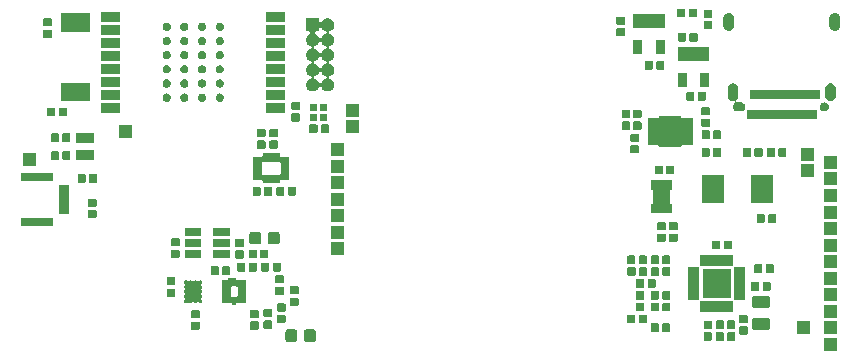
<source format=gts>
G04 #@! TF.GenerationSoftware,KiCad,Pcbnew,5.1.2-f72e74a~84~ubuntu18.04.1*
G04 #@! TF.CreationDate,2019-06-03T11:10:06+01:00*
G04 #@! TF.ProjectId,HealthMonitor,4865616c-7468-44d6-9f6e-69746f722e6b,rev?*
G04 #@! TF.SameCoordinates,Original*
G04 #@! TF.FileFunction,Soldermask,Top*
G04 #@! TF.FilePolarity,Negative*
%FSLAX46Y46*%
G04 Gerber Fmt 4.6, Leading zero omitted, Abs format (unit mm)*
G04 Created by KiCad (PCBNEW 5.1.2-f72e74a~84~ubuntu18.04.1) date 2019-06-03 11:10:06*
%MOMM*%
%LPD*%
G04 APERTURE LIST*
%ADD10C,0.100000*%
G04 APERTURE END LIST*
D10*
G36*
X169331000Y-129536000D02*
G01*
X168229000Y-129536000D01*
X168229000Y-128434000D01*
X169331000Y-128434000D01*
X169331000Y-129536000D01*
X169331000Y-129536000D01*
G37*
G36*
X125069591Y-127728085D02*
G01*
X125103569Y-127738393D01*
X125134890Y-127755134D01*
X125162339Y-127777661D01*
X125184866Y-127805110D01*
X125201607Y-127836431D01*
X125211915Y-127870409D01*
X125216000Y-127911890D01*
X125216000Y-128588110D01*
X125211915Y-128629591D01*
X125201607Y-128663569D01*
X125184866Y-128694890D01*
X125162339Y-128722339D01*
X125134890Y-128744866D01*
X125103569Y-128761607D01*
X125069591Y-128771915D01*
X125028110Y-128776000D01*
X124426890Y-128776000D01*
X124385409Y-128771915D01*
X124351431Y-128761607D01*
X124320110Y-128744866D01*
X124292661Y-128722339D01*
X124270134Y-128694890D01*
X124253393Y-128663569D01*
X124243085Y-128629591D01*
X124239000Y-128588110D01*
X124239000Y-127911890D01*
X124243085Y-127870409D01*
X124253393Y-127836431D01*
X124270134Y-127805110D01*
X124292661Y-127777661D01*
X124320110Y-127755134D01*
X124351431Y-127738393D01*
X124385409Y-127728085D01*
X124426890Y-127724000D01*
X125028110Y-127724000D01*
X125069591Y-127728085D01*
X125069591Y-127728085D01*
G37*
G36*
X123494591Y-127728085D02*
G01*
X123528569Y-127738393D01*
X123559890Y-127755134D01*
X123587339Y-127777661D01*
X123609866Y-127805110D01*
X123626607Y-127836431D01*
X123636915Y-127870409D01*
X123641000Y-127911890D01*
X123641000Y-128588110D01*
X123636915Y-128629591D01*
X123626607Y-128663569D01*
X123609866Y-128694890D01*
X123587339Y-128722339D01*
X123559890Y-128744866D01*
X123528569Y-128761607D01*
X123494591Y-128771915D01*
X123453110Y-128776000D01*
X122851890Y-128776000D01*
X122810409Y-128771915D01*
X122776431Y-128761607D01*
X122745110Y-128744866D01*
X122717661Y-128722339D01*
X122695134Y-128694890D01*
X122678393Y-128663569D01*
X122668085Y-128629591D01*
X122664000Y-128588110D01*
X122664000Y-127911890D01*
X122668085Y-127870409D01*
X122678393Y-127836431D01*
X122695134Y-127805110D01*
X122717661Y-127777661D01*
X122745110Y-127755134D01*
X122776431Y-127738393D01*
X122810409Y-127728085D01*
X122851890Y-127724000D01*
X123453110Y-127724000D01*
X123494591Y-127728085D01*
X123494591Y-127728085D01*
G37*
G36*
X159701938Y-127966716D02*
G01*
X159722557Y-127972971D01*
X159741553Y-127983124D01*
X159758208Y-127996792D01*
X159771876Y-128013447D01*
X159782029Y-128032443D01*
X159788284Y-128053062D01*
X159791000Y-128080640D01*
X159791000Y-128589360D01*
X159788284Y-128616938D01*
X159782029Y-128637557D01*
X159771876Y-128656553D01*
X159758208Y-128673208D01*
X159741553Y-128686876D01*
X159722557Y-128697029D01*
X159701938Y-128703284D01*
X159674360Y-128706000D01*
X159215640Y-128706000D01*
X159188062Y-128703284D01*
X159167443Y-128697029D01*
X159148447Y-128686876D01*
X159131792Y-128673208D01*
X159118124Y-128656553D01*
X159107971Y-128637557D01*
X159101716Y-128616938D01*
X159099000Y-128589360D01*
X159099000Y-128080640D01*
X159101716Y-128053062D01*
X159107971Y-128032443D01*
X159118124Y-128013447D01*
X159131792Y-127996792D01*
X159148447Y-127983124D01*
X159167443Y-127972971D01*
X159188062Y-127966716D01*
X159215640Y-127964000D01*
X159674360Y-127964000D01*
X159701938Y-127966716D01*
X159701938Y-127966716D01*
G37*
G36*
X160671938Y-127966716D02*
G01*
X160692557Y-127972971D01*
X160711553Y-127983124D01*
X160728208Y-127996792D01*
X160741876Y-128013447D01*
X160752029Y-128032443D01*
X160758284Y-128053062D01*
X160761000Y-128080640D01*
X160761000Y-128589360D01*
X160758284Y-128616938D01*
X160752029Y-128637557D01*
X160741876Y-128656553D01*
X160728208Y-128673208D01*
X160711553Y-128686876D01*
X160692557Y-128697029D01*
X160671938Y-128703284D01*
X160644360Y-128706000D01*
X160185640Y-128706000D01*
X160158062Y-128703284D01*
X160137443Y-128697029D01*
X160118447Y-128686876D01*
X160101792Y-128673208D01*
X160088124Y-128656553D01*
X160077971Y-128637557D01*
X160071716Y-128616938D01*
X160069000Y-128589360D01*
X160069000Y-128080640D01*
X160071716Y-128053062D01*
X160077971Y-128032443D01*
X160088124Y-128013447D01*
X160101792Y-127996792D01*
X160118447Y-127983124D01*
X160137443Y-127972971D01*
X160158062Y-127966716D01*
X160185640Y-127964000D01*
X160644360Y-127964000D01*
X160671938Y-127966716D01*
X160671938Y-127966716D01*
G37*
G36*
X158711938Y-127976716D02*
G01*
X158732557Y-127982971D01*
X158751553Y-127993124D01*
X158768208Y-128006792D01*
X158781876Y-128023447D01*
X158792029Y-128042443D01*
X158798284Y-128063062D01*
X158801000Y-128090640D01*
X158801000Y-128549360D01*
X158798284Y-128576938D01*
X158792029Y-128597557D01*
X158781876Y-128616553D01*
X158768208Y-128633208D01*
X158751553Y-128646876D01*
X158732557Y-128657029D01*
X158711938Y-128663284D01*
X158684360Y-128666000D01*
X158175640Y-128666000D01*
X158148062Y-128663284D01*
X158127443Y-128657029D01*
X158108447Y-128646876D01*
X158091792Y-128633208D01*
X158078124Y-128616553D01*
X158067971Y-128597557D01*
X158061716Y-128576938D01*
X158059000Y-128549360D01*
X158059000Y-128090640D01*
X158061716Y-128063062D01*
X158067971Y-128042443D01*
X158078124Y-128023447D01*
X158091792Y-128006792D01*
X158108447Y-127993124D01*
X158127443Y-127982971D01*
X158148062Y-127976716D01*
X158175640Y-127974000D01*
X158684360Y-127974000D01*
X158711938Y-127976716D01*
X158711938Y-127976716D01*
G37*
G36*
X161711938Y-127476716D02*
G01*
X161732557Y-127482971D01*
X161751553Y-127493124D01*
X161768208Y-127506792D01*
X161781876Y-127523447D01*
X161792029Y-127542443D01*
X161798284Y-127563062D01*
X161801000Y-127590640D01*
X161801000Y-128049360D01*
X161798284Y-128076938D01*
X161792029Y-128097557D01*
X161781876Y-128116553D01*
X161768208Y-128133208D01*
X161751553Y-128146876D01*
X161732557Y-128157029D01*
X161711938Y-128163284D01*
X161684360Y-128166000D01*
X161175640Y-128166000D01*
X161148062Y-128163284D01*
X161127443Y-128157029D01*
X161108447Y-128146876D01*
X161091792Y-128133208D01*
X161078124Y-128116553D01*
X161067971Y-128097557D01*
X161061716Y-128076938D01*
X161059000Y-128049360D01*
X161059000Y-127590640D01*
X161061716Y-127563062D01*
X161067971Y-127542443D01*
X161078124Y-127523447D01*
X161091792Y-127506792D01*
X161108447Y-127493124D01*
X161127443Y-127482971D01*
X161148062Y-127476716D01*
X161175640Y-127474000D01*
X161684360Y-127474000D01*
X161711938Y-127476716D01*
X161711938Y-127476716D01*
G37*
G36*
X167071000Y-128146000D02*
G01*
X165969000Y-128146000D01*
X165969000Y-127044000D01*
X167071000Y-127044000D01*
X167071000Y-128146000D01*
X167071000Y-128146000D01*
G37*
G36*
X169331000Y-128136000D02*
G01*
X168229000Y-128136000D01*
X168229000Y-127034000D01*
X169331000Y-127034000D01*
X169331000Y-128136000D01*
X169331000Y-128136000D01*
G37*
G36*
X154186938Y-127216716D02*
G01*
X154207557Y-127222971D01*
X154226553Y-127233124D01*
X154243208Y-127246792D01*
X154256876Y-127263447D01*
X154267029Y-127282443D01*
X154273284Y-127303062D01*
X154276000Y-127330640D01*
X154276000Y-127839360D01*
X154273284Y-127866938D01*
X154267029Y-127887557D01*
X154256876Y-127906553D01*
X154243208Y-127923208D01*
X154226553Y-127936876D01*
X154207557Y-127947029D01*
X154186938Y-127953284D01*
X154159360Y-127956000D01*
X153700640Y-127956000D01*
X153673062Y-127953284D01*
X153652443Y-127947029D01*
X153633447Y-127936876D01*
X153616792Y-127923208D01*
X153603124Y-127906553D01*
X153592971Y-127887557D01*
X153586716Y-127866938D01*
X153584000Y-127839360D01*
X153584000Y-127330640D01*
X153586716Y-127303062D01*
X153592971Y-127282443D01*
X153603124Y-127263447D01*
X153616792Y-127246792D01*
X153633447Y-127233124D01*
X153652443Y-127222971D01*
X153673062Y-127216716D01*
X153700640Y-127214000D01*
X154159360Y-127214000D01*
X154186938Y-127216716D01*
X154186938Y-127216716D01*
G37*
G36*
X155156938Y-127216716D02*
G01*
X155177557Y-127222971D01*
X155196553Y-127233124D01*
X155213208Y-127246792D01*
X155226876Y-127263447D01*
X155237029Y-127282443D01*
X155243284Y-127303062D01*
X155246000Y-127330640D01*
X155246000Y-127839360D01*
X155243284Y-127866938D01*
X155237029Y-127887557D01*
X155226876Y-127906553D01*
X155213208Y-127923208D01*
X155196553Y-127936876D01*
X155177557Y-127947029D01*
X155156938Y-127953284D01*
X155129360Y-127956000D01*
X154670640Y-127956000D01*
X154643062Y-127953284D01*
X154622443Y-127947029D01*
X154603447Y-127936876D01*
X154586792Y-127923208D01*
X154573124Y-127906553D01*
X154562971Y-127887557D01*
X154556716Y-127866938D01*
X154554000Y-127839360D01*
X154554000Y-127330640D01*
X154556716Y-127303062D01*
X154562971Y-127282443D01*
X154573124Y-127263447D01*
X154586792Y-127246792D01*
X154603447Y-127233124D01*
X154622443Y-127222971D01*
X154643062Y-127216716D01*
X154670640Y-127214000D01*
X155129360Y-127214000D01*
X155156938Y-127216716D01*
X155156938Y-127216716D01*
G37*
G36*
X163514468Y-126738565D02*
G01*
X163553138Y-126750296D01*
X163588777Y-126769346D01*
X163620017Y-126794983D01*
X163645654Y-126826223D01*
X163664704Y-126861862D01*
X163676435Y-126900532D01*
X163681000Y-126946888D01*
X163681000Y-127598112D01*
X163676435Y-127644468D01*
X163664704Y-127683138D01*
X163645654Y-127718777D01*
X163620017Y-127750017D01*
X163588777Y-127775654D01*
X163553138Y-127794704D01*
X163514468Y-127806435D01*
X163468112Y-127811000D01*
X162391888Y-127811000D01*
X162345532Y-127806435D01*
X162306862Y-127794704D01*
X162271223Y-127775654D01*
X162239983Y-127750017D01*
X162214346Y-127718777D01*
X162195296Y-127683138D01*
X162183565Y-127644468D01*
X162179000Y-127598112D01*
X162179000Y-126946888D01*
X162183565Y-126900532D01*
X162195296Y-126861862D01*
X162214346Y-126826223D01*
X162239983Y-126794983D01*
X162271223Y-126769346D01*
X162306862Y-126750296D01*
X162345532Y-126738565D01*
X162391888Y-126734000D01*
X163468112Y-126734000D01*
X163514468Y-126738565D01*
X163514468Y-126738565D01*
G37*
G36*
X115326938Y-127071716D02*
G01*
X115347557Y-127077971D01*
X115366553Y-127088124D01*
X115383208Y-127101792D01*
X115396876Y-127118447D01*
X115407029Y-127137443D01*
X115413284Y-127158062D01*
X115416000Y-127185640D01*
X115416000Y-127644360D01*
X115413284Y-127671938D01*
X115407029Y-127692557D01*
X115396876Y-127711553D01*
X115383208Y-127728208D01*
X115366553Y-127741876D01*
X115347557Y-127752029D01*
X115326938Y-127758284D01*
X115299360Y-127761000D01*
X114790640Y-127761000D01*
X114763062Y-127758284D01*
X114742443Y-127752029D01*
X114723447Y-127741876D01*
X114706792Y-127728208D01*
X114693124Y-127711553D01*
X114682971Y-127692557D01*
X114676716Y-127671938D01*
X114674000Y-127644360D01*
X114674000Y-127185640D01*
X114676716Y-127158062D01*
X114682971Y-127137443D01*
X114693124Y-127118447D01*
X114706792Y-127101792D01*
X114723447Y-127088124D01*
X114742443Y-127077971D01*
X114763062Y-127071716D01*
X114790640Y-127069000D01*
X115299360Y-127069000D01*
X115326938Y-127071716D01*
X115326938Y-127071716D01*
G37*
G36*
X120301938Y-127051716D02*
G01*
X120322557Y-127057971D01*
X120341553Y-127068124D01*
X120358208Y-127081792D01*
X120371876Y-127098447D01*
X120382029Y-127117443D01*
X120388284Y-127138062D01*
X120391000Y-127165640D01*
X120391000Y-127624360D01*
X120388284Y-127651938D01*
X120382029Y-127672557D01*
X120371876Y-127691553D01*
X120358208Y-127708208D01*
X120341553Y-127721876D01*
X120322557Y-127732029D01*
X120301938Y-127738284D01*
X120274360Y-127741000D01*
X119765640Y-127741000D01*
X119738062Y-127738284D01*
X119717443Y-127732029D01*
X119698447Y-127721876D01*
X119681792Y-127708208D01*
X119668124Y-127691553D01*
X119657971Y-127672557D01*
X119651716Y-127651938D01*
X119649000Y-127624360D01*
X119649000Y-127165640D01*
X119651716Y-127138062D01*
X119657971Y-127117443D01*
X119668124Y-127098447D01*
X119681792Y-127081792D01*
X119698447Y-127068124D01*
X119717443Y-127057971D01*
X119738062Y-127051716D01*
X119765640Y-127049000D01*
X120274360Y-127049000D01*
X120301938Y-127051716D01*
X120301938Y-127051716D01*
G37*
G36*
X159701938Y-126966716D02*
G01*
X159722557Y-126972971D01*
X159741553Y-126983124D01*
X159758208Y-126996792D01*
X159771876Y-127013447D01*
X159782029Y-127032443D01*
X159788284Y-127053062D01*
X159791000Y-127080640D01*
X159791000Y-127589360D01*
X159788284Y-127616938D01*
X159782029Y-127637557D01*
X159771876Y-127656553D01*
X159758208Y-127673208D01*
X159741553Y-127686876D01*
X159722557Y-127697029D01*
X159701938Y-127703284D01*
X159674360Y-127706000D01*
X159215640Y-127706000D01*
X159188062Y-127703284D01*
X159167443Y-127697029D01*
X159148447Y-127686876D01*
X159131792Y-127673208D01*
X159118124Y-127656553D01*
X159107971Y-127637557D01*
X159101716Y-127616938D01*
X159099000Y-127589360D01*
X159099000Y-127080640D01*
X159101716Y-127053062D01*
X159107971Y-127032443D01*
X159118124Y-127013447D01*
X159131792Y-126996792D01*
X159148447Y-126983124D01*
X159167443Y-126972971D01*
X159188062Y-126966716D01*
X159215640Y-126964000D01*
X159674360Y-126964000D01*
X159701938Y-126966716D01*
X159701938Y-126966716D01*
G37*
G36*
X160671938Y-126966716D02*
G01*
X160692557Y-126972971D01*
X160711553Y-126983124D01*
X160728208Y-126996792D01*
X160741876Y-127013447D01*
X160752029Y-127032443D01*
X160758284Y-127053062D01*
X160761000Y-127080640D01*
X160761000Y-127589360D01*
X160758284Y-127616938D01*
X160752029Y-127637557D01*
X160741876Y-127656553D01*
X160728208Y-127673208D01*
X160711553Y-127686876D01*
X160692557Y-127697029D01*
X160671938Y-127703284D01*
X160644360Y-127706000D01*
X160185640Y-127706000D01*
X160158062Y-127703284D01*
X160137443Y-127697029D01*
X160118447Y-127686876D01*
X160101792Y-127673208D01*
X160088124Y-127656553D01*
X160077971Y-127637557D01*
X160071716Y-127616938D01*
X160069000Y-127589360D01*
X160069000Y-127080640D01*
X160071716Y-127053062D01*
X160077971Y-127032443D01*
X160088124Y-127013447D01*
X160101792Y-126996792D01*
X160118447Y-126983124D01*
X160137443Y-126972971D01*
X160158062Y-126966716D01*
X160185640Y-126964000D01*
X160644360Y-126964000D01*
X160671938Y-126966716D01*
X160671938Y-126966716D01*
G37*
G36*
X158711938Y-127006716D02*
G01*
X158732557Y-127012971D01*
X158751553Y-127023124D01*
X158768208Y-127036792D01*
X158781876Y-127053447D01*
X158792029Y-127072443D01*
X158798284Y-127093062D01*
X158801000Y-127120640D01*
X158801000Y-127579360D01*
X158798284Y-127606938D01*
X158792029Y-127627557D01*
X158781876Y-127646553D01*
X158768208Y-127663208D01*
X158751553Y-127676876D01*
X158732557Y-127687029D01*
X158711938Y-127693284D01*
X158684360Y-127696000D01*
X158175640Y-127696000D01*
X158148062Y-127693284D01*
X158127443Y-127687029D01*
X158108447Y-127676876D01*
X158091792Y-127663208D01*
X158078124Y-127646553D01*
X158067971Y-127627557D01*
X158061716Y-127606938D01*
X158059000Y-127579360D01*
X158059000Y-127120640D01*
X158061716Y-127093062D01*
X158067971Y-127072443D01*
X158078124Y-127053447D01*
X158091792Y-127036792D01*
X158108447Y-127023124D01*
X158127443Y-127012971D01*
X158148062Y-127006716D01*
X158175640Y-127004000D01*
X158684360Y-127004000D01*
X158711938Y-127006716D01*
X158711938Y-127006716D01*
G37*
G36*
X121451938Y-126971716D02*
G01*
X121472557Y-126977971D01*
X121491553Y-126988124D01*
X121508208Y-127001792D01*
X121521876Y-127018447D01*
X121532029Y-127037443D01*
X121538284Y-127058062D01*
X121541000Y-127085640D01*
X121541000Y-127544360D01*
X121538284Y-127571938D01*
X121532029Y-127592557D01*
X121521876Y-127611553D01*
X121508208Y-127628208D01*
X121491553Y-127641876D01*
X121472557Y-127652029D01*
X121451938Y-127658284D01*
X121424360Y-127661000D01*
X120915640Y-127661000D01*
X120888062Y-127658284D01*
X120867443Y-127652029D01*
X120848447Y-127641876D01*
X120831792Y-127628208D01*
X120818124Y-127611553D01*
X120807971Y-127592557D01*
X120801716Y-127571938D01*
X120799000Y-127544360D01*
X120799000Y-127085640D01*
X120801716Y-127058062D01*
X120807971Y-127037443D01*
X120818124Y-127018447D01*
X120831792Y-127001792D01*
X120848447Y-126988124D01*
X120867443Y-126977971D01*
X120888062Y-126971716D01*
X120915640Y-126969000D01*
X121424360Y-126969000D01*
X121451938Y-126971716D01*
X121451938Y-126971716D01*
G37*
G36*
X153171938Y-126466716D02*
G01*
X153192557Y-126472971D01*
X153211553Y-126483124D01*
X153228208Y-126496792D01*
X153241876Y-126513447D01*
X153252029Y-126532443D01*
X153258284Y-126553062D01*
X153261000Y-126580640D01*
X153261000Y-127089360D01*
X153258284Y-127116938D01*
X153252029Y-127137557D01*
X153241876Y-127156553D01*
X153228208Y-127173208D01*
X153211553Y-127186876D01*
X153192557Y-127197029D01*
X153171938Y-127203284D01*
X153144360Y-127206000D01*
X152685640Y-127206000D01*
X152658062Y-127203284D01*
X152637443Y-127197029D01*
X152618447Y-127186876D01*
X152601792Y-127173208D01*
X152588124Y-127156553D01*
X152577971Y-127137557D01*
X152571716Y-127116938D01*
X152569000Y-127089360D01*
X152569000Y-126580640D01*
X152571716Y-126553062D01*
X152577971Y-126532443D01*
X152588124Y-126513447D01*
X152601792Y-126496792D01*
X152618447Y-126483124D01*
X152637443Y-126472971D01*
X152658062Y-126466716D01*
X152685640Y-126464000D01*
X153144360Y-126464000D01*
X153171938Y-126466716D01*
X153171938Y-126466716D01*
G37*
G36*
X152201938Y-126466716D02*
G01*
X152222557Y-126472971D01*
X152241553Y-126483124D01*
X152258208Y-126496792D01*
X152271876Y-126513447D01*
X152282029Y-126532443D01*
X152288284Y-126553062D01*
X152291000Y-126580640D01*
X152291000Y-127089360D01*
X152288284Y-127116938D01*
X152282029Y-127137557D01*
X152271876Y-127156553D01*
X152258208Y-127173208D01*
X152241553Y-127186876D01*
X152222557Y-127197029D01*
X152201938Y-127203284D01*
X152174360Y-127206000D01*
X151715640Y-127206000D01*
X151688062Y-127203284D01*
X151667443Y-127197029D01*
X151648447Y-127186876D01*
X151631792Y-127173208D01*
X151618124Y-127156553D01*
X151607971Y-127137557D01*
X151601716Y-127116938D01*
X151599000Y-127089360D01*
X151599000Y-126580640D01*
X151601716Y-126553062D01*
X151607971Y-126532443D01*
X151618124Y-126513447D01*
X151631792Y-126496792D01*
X151648447Y-126483124D01*
X151667443Y-126472971D01*
X151688062Y-126466716D01*
X151715640Y-126464000D01*
X152174360Y-126464000D01*
X152201938Y-126466716D01*
X152201938Y-126466716D01*
G37*
G36*
X161711938Y-126506716D02*
G01*
X161732557Y-126512971D01*
X161751553Y-126523124D01*
X161768208Y-126536792D01*
X161781876Y-126553447D01*
X161792029Y-126572443D01*
X161798284Y-126593062D01*
X161801000Y-126620640D01*
X161801000Y-127079360D01*
X161798284Y-127106938D01*
X161792029Y-127127557D01*
X161781876Y-127146553D01*
X161768208Y-127163208D01*
X161751553Y-127176876D01*
X161732557Y-127187029D01*
X161711938Y-127193284D01*
X161684360Y-127196000D01*
X161175640Y-127196000D01*
X161148062Y-127193284D01*
X161127443Y-127187029D01*
X161108447Y-127176876D01*
X161091792Y-127163208D01*
X161078124Y-127146553D01*
X161067971Y-127127557D01*
X161061716Y-127106938D01*
X161059000Y-127079360D01*
X161059000Y-126620640D01*
X161061716Y-126593062D01*
X161067971Y-126572443D01*
X161078124Y-126553447D01*
X161091792Y-126536792D01*
X161108447Y-126523124D01*
X161127443Y-126512971D01*
X161148062Y-126506716D01*
X161175640Y-126504000D01*
X161684360Y-126504000D01*
X161711938Y-126506716D01*
X161711938Y-126506716D01*
G37*
G36*
X122581938Y-126496716D02*
G01*
X122602557Y-126502971D01*
X122621553Y-126513124D01*
X122638208Y-126526792D01*
X122651876Y-126543447D01*
X122662029Y-126562443D01*
X122668284Y-126583062D01*
X122671000Y-126610640D01*
X122671000Y-127069360D01*
X122668284Y-127096938D01*
X122662029Y-127117557D01*
X122651876Y-127136553D01*
X122638208Y-127153208D01*
X122621553Y-127166876D01*
X122602557Y-127177029D01*
X122581938Y-127183284D01*
X122554360Y-127186000D01*
X122045640Y-127186000D01*
X122018062Y-127183284D01*
X121997443Y-127177029D01*
X121978447Y-127166876D01*
X121961792Y-127153208D01*
X121948124Y-127136553D01*
X121937971Y-127117557D01*
X121931716Y-127096938D01*
X121929000Y-127069360D01*
X121929000Y-126610640D01*
X121931716Y-126583062D01*
X121937971Y-126562443D01*
X121948124Y-126543447D01*
X121961792Y-126526792D01*
X121978447Y-126513124D01*
X121997443Y-126502971D01*
X122018062Y-126496716D01*
X122045640Y-126494000D01*
X122554360Y-126494000D01*
X122581938Y-126496716D01*
X122581938Y-126496716D01*
G37*
G36*
X115326938Y-126101716D02*
G01*
X115347557Y-126107971D01*
X115366553Y-126118124D01*
X115383208Y-126131792D01*
X115396876Y-126148447D01*
X115407029Y-126167443D01*
X115413284Y-126188062D01*
X115416000Y-126215640D01*
X115416000Y-126674360D01*
X115413284Y-126701938D01*
X115407029Y-126722557D01*
X115396876Y-126741553D01*
X115383208Y-126758208D01*
X115366553Y-126771876D01*
X115347557Y-126782029D01*
X115326938Y-126788284D01*
X115299360Y-126791000D01*
X114790640Y-126791000D01*
X114763062Y-126788284D01*
X114742443Y-126782029D01*
X114723447Y-126771876D01*
X114706792Y-126758208D01*
X114693124Y-126741553D01*
X114682971Y-126722557D01*
X114676716Y-126701938D01*
X114674000Y-126674360D01*
X114674000Y-126215640D01*
X114676716Y-126188062D01*
X114682971Y-126167443D01*
X114693124Y-126148447D01*
X114706792Y-126131792D01*
X114723447Y-126118124D01*
X114742443Y-126107971D01*
X114763062Y-126101716D01*
X114790640Y-126099000D01*
X115299360Y-126099000D01*
X115326938Y-126101716D01*
X115326938Y-126101716D01*
G37*
G36*
X120301938Y-126081716D02*
G01*
X120322557Y-126087971D01*
X120341553Y-126098124D01*
X120358208Y-126111792D01*
X120371876Y-126128447D01*
X120382029Y-126147443D01*
X120388284Y-126168062D01*
X120391000Y-126195640D01*
X120391000Y-126654360D01*
X120388284Y-126681938D01*
X120382029Y-126702557D01*
X120371876Y-126721553D01*
X120358208Y-126738208D01*
X120341553Y-126751876D01*
X120322557Y-126762029D01*
X120301938Y-126768284D01*
X120274360Y-126771000D01*
X119765640Y-126771000D01*
X119738062Y-126768284D01*
X119717443Y-126762029D01*
X119698447Y-126751876D01*
X119681792Y-126738208D01*
X119668124Y-126721553D01*
X119657971Y-126702557D01*
X119651716Y-126681938D01*
X119649000Y-126654360D01*
X119649000Y-126195640D01*
X119651716Y-126168062D01*
X119657971Y-126147443D01*
X119668124Y-126128447D01*
X119681792Y-126111792D01*
X119698447Y-126098124D01*
X119717443Y-126087971D01*
X119738062Y-126081716D01*
X119765640Y-126079000D01*
X120274360Y-126079000D01*
X120301938Y-126081716D01*
X120301938Y-126081716D01*
G37*
G36*
X169331000Y-126736000D02*
G01*
X168229000Y-126736000D01*
X168229000Y-125634000D01*
X169331000Y-125634000D01*
X169331000Y-126736000D01*
X169331000Y-126736000D01*
G37*
G36*
X121451938Y-126001716D02*
G01*
X121472557Y-126007971D01*
X121491553Y-126018124D01*
X121508208Y-126031792D01*
X121521876Y-126048447D01*
X121532029Y-126067443D01*
X121538284Y-126088062D01*
X121541000Y-126115640D01*
X121541000Y-126574360D01*
X121538284Y-126601938D01*
X121532029Y-126622557D01*
X121521876Y-126641553D01*
X121508208Y-126658208D01*
X121491553Y-126671876D01*
X121472557Y-126682029D01*
X121451938Y-126688284D01*
X121424360Y-126691000D01*
X120915640Y-126691000D01*
X120888062Y-126688284D01*
X120867443Y-126682029D01*
X120848447Y-126671876D01*
X120831792Y-126658208D01*
X120818124Y-126641553D01*
X120807971Y-126622557D01*
X120801716Y-126601938D01*
X120799000Y-126574360D01*
X120799000Y-126115640D01*
X120801716Y-126088062D01*
X120807971Y-126067443D01*
X120818124Y-126048447D01*
X120831792Y-126031792D01*
X120848447Y-126018124D01*
X120867443Y-126007971D01*
X120888062Y-126001716D01*
X120915640Y-125999000D01*
X121424360Y-125999000D01*
X121451938Y-126001716D01*
X121451938Y-126001716D01*
G37*
G36*
X160588402Y-125341613D02*
G01*
X160586000Y-125365999D01*
X160586000Y-126236000D01*
X157774000Y-126236000D01*
X157774000Y-125365999D01*
X157771598Y-125341613D01*
X157767238Y-125327240D01*
X157781611Y-125331600D01*
X157805997Y-125334002D01*
X160554003Y-125334002D01*
X160578389Y-125331600D01*
X160592762Y-125327240D01*
X160588402Y-125341613D01*
X160588402Y-125341613D01*
G37*
G36*
X122581938Y-125526716D02*
G01*
X122602557Y-125532971D01*
X122621553Y-125543124D01*
X122638208Y-125556792D01*
X122651876Y-125573447D01*
X122662029Y-125592443D01*
X122668284Y-125613062D01*
X122671000Y-125640640D01*
X122671000Y-126099360D01*
X122668284Y-126126938D01*
X122662029Y-126147557D01*
X122651876Y-126166553D01*
X122638208Y-126183208D01*
X122621553Y-126196876D01*
X122602557Y-126207029D01*
X122581938Y-126213284D01*
X122554360Y-126216000D01*
X122045640Y-126216000D01*
X122018062Y-126213284D01*
X121997443Y-126207029D01*
X121978447Y-126196876D01*
X121961792Y-126183208D01*
X121948124Y-126166553D01*
X121937971Y-126147557D01*
X121931716Y-126126938D01*
X121929000Y-126099360D01*
X121929000Y-125640640D01*
X121931716Y-125613062D01*
X121937971Y-125592443D01*
X121948124Y-125573447D01*
X121961792Y-125556792D01*
X121978447Y-125543124D01*
X121997443Y-125532971D01*
X122018062Y-125526716D01*
X122045640Y-125524000D01*
X122554360Y-125524000D01*
X122581938Y-125526716D01*
X122581938Y-125526716D01*
G37*
G36*
X154201938Y-125466716D02*
G01*
X154222557Y-125472971D01*
X154241553Y-125483124D01*
X154258208Y-125496792D01*
X154271876Y-125513447D01*
X154282029Y-125532443D01*
X154288284Y-125553062D01*
X154291000Y-125580640D01*
X154291000Y-126089360D01*
X154288284Y-126116938D01*
X154282029Y-126137557D01*
X154271876Y-126156553D01*
X154258208Y-126173208D01*
X154241553Y-126186876D01*
X154222557Y-126197029D01*
X154201938Y-126203284D01*
X154174360Y-126206000D01*
X153715640Y-126206000D01*
X153688062Y-126203284D01*
X153667443Y-126197029D01*
X153648447Y-126186876D01*
X153631792Y-126173208D01*
X153618124Y-126156553D01*
X153607971Y-126137557D01*
X153601716Y-126116938D01*
X153599000Y-126089360D01*
X153599000Y-125580640D01*
X153601716Y-125553062D01*
X153607971Y-125532443D01*
X153618124Y-125513447D01*
X153631792Y-125496792D01*
X153648447Y-125483124D01*
X153667443Y-125472971D01*
X153688062Y-125466716D01*
X153715640Y-125464000D01*
X154174360Y-125464000D01*
X154201938Y-125466716D01*
X154201938Y-125466716D01*
G37*
G36*
X155171938Y-125466716D02*
G01*
X155192557Y-125472971D01*
X155211553Y-125483124D01*
X155228208Y-125496792D01*
X155241876Y-125513447D01*
X155252029Y-125532443D01*
X155258284Y-125553062D01*
X155261000Y-125580640D01*
X155261000Y-126089360D01*
X155258284Y-126116938D01*
X155252029Y-126137557D01*
X155241876Y-126156553D01*
X155228208Y-126173208D01*
X155211553Y-126186876D01*
X155192557Y-126197029D01*
X155171938Y-126203284D01*
X155144360Y-126206000D01*
X154685640Y-126206000D01*
X154658062Y-126203284D01*
X154637443Y-126197029D01*
X154618447Y-126186876D01*
X154601792Y-126173208D01*
X154588124Y-126156553D01*
X154577971Y-126137557D01*
X154571716Y-126116938D01*
X154569000Y-126089360D01*
X154569000Y-125580640D01*
X154571716Y-125553062D01*
X154577971Y-125532443D01*
X154588124Y-125513447D01*
X154601792Y-125496792D01*
X154618447Y-125483124D01*
X154637443Y-125472971D01*
X154658062Y-125466716D01*
X154685640Y-125464000D01*
X155144360Y-125464000D01*
X155171938Y-125466716D01*
X155171938Y-125466716D01*
G37*
G36*
X152961938Y-125476716D02*
G01*
X152982557Y-125482971D01*
X153001553Y-125493124D01*
X153018208Y-125506792D01*
X153031876Y-125523447D01*
X153042029Y-125542443D01*
X153048284Y-125563062D01*
X153051000Y-125590640D01*
X153051000Y-126049360D01*
X153048284Y-126076938D01*
X153042029Y-126097557D01*
X153031876Y-126116553D01*
X153018208Y-126133208D01*
X153001553Y-126146876D01*
X152982557Y-126157029D01*
X152961938Y-126163284D01*
X152934360Y-126166000D01*
X152425640Y-126166000D01*
X152398062Y-126163284D01*
X152377443Y-126157029D01*
X152358447Y-126146876D01*
X152341792Y-126133208D01*
X152328124Y-126116553D01*
X152317971Y-126097557D01*
X152311716Y-126076938D01*
X152309000Y-126049360D01*
X152309000Y-125590640D01*
X152311716Y-125563062D01*
X152317971Y-125542443D01*
X152328124Y-125523447D01*
X152341792Y-125506792D01*
X152358447Y-125493124D01*
X152377443Y-125482971D01*
X152398062Y-125476716D01*
X152425640Y-125474000D01*
X152934360Y-125474000D01*
X152961938Y-125476716D01*
X152961938Y-125476716D01*
G37*
G36*
X163514468Y-124863565D02*
G01*
X163553138Y-124875296D01*
X163588777Y-124894346D01*
X163620017Y-124919983D01*
X163645654Y-124951223D01*
X163664704Y-124986862D01*
X163676435Y-125025532D01*
X163681000Y-125071888D01*
X163681000Y-125723112D01*
X163676435Y-125769468D01*
X163664704Y-125808138D01*
X163645654Y-125843777D01*
X163620017Y-125875017D01*
X163588777Y-125900654D01*
X163553138Y-125919704D01*
X163514468Y-125931435D01*
X163468112Y-125936000D01*
X162391888Y-125936000D01*
X162345532Y-125931435D01*
X162306862Y-125919704D01*
X162271223Y-125900654D01*
X162239983Y-125875017D01*
X162214346Y-125843777D01*
X162195296Y-125808138D01*
X162183565Y-125769468D01*
X162179000Y-125723112D01*
X162179000Y-125071888D01*
X162183565Y-125025532D01*
X162195296Y-124986862D01*
X162214346Y-124951223D01*
X162239983Y-124919983D01*
X162271223Y-124894346D01*
X162306862Y-124875296D01*
X162345532Y-124863565D01*
X162391888Y-124859000D01*
X163468112Y-124859000D01*
X163514468Y-124863565D01*
X163514468Y-124863565D01*
G37*
G36*
X123681938Y-125041716D02*
G01*
X123702557Y-125047971D01*
X123721553Y-125058124D01*
X123738208Y-125071792D01*
X123751876Y-125088447D01*
X123762029Y-125107443D01*
X123768284Y-125128062D01*
X123771000Y-125155640D01*
X123771000Y-125614360D01*
X123768284Y-125641938D01*
X123762029Y-125662557D01*
X123751876Y-125681553D01*
X123738208Y-125698208D01*
X123721553Y-125711876D01*
X123702557Y-125722029D01*
X123681938Y-125728284D01*
X123654360Y-125731000D01*
X123145640Y-125731000D01*
X123118062Y-125728284D01*
X123097443Y-125722029D01*
X123078447Y-125711876D01*
X123061792Y-125698208D01*
X123048124Y-125681553D01*
X123037971Y-125662557D01*
X123031716Y-125641938D01*
X123029000Y-125614360D01*
X123029000Y-125155640D01*
X123031716Y-125128062D01*
X123037971Y-125107443D01*
X123048124Y-125088447D01*
X123061792Y-125071792D01*
X123078447Y-125058124D01*
X123097443Y-125047971D01*
X123118062Y-125041716D01*
X123145640Y-125039000D01*
X123654360Y-125039000D01*
X123681938Y-125041716D01*
X123681938Y-125041716D01*
G37*
G36*
X118471000Y-123454001D02*
G01*
X118473402Y-123478387D01*
X118480515Y-123501836D01*
X118492066Y-123523447D01*
X118507611Y-123542389D01*
X118526553Y-123557934D01*
X118548164Y-123569485D01*
X118571613Y-123576598D01*
X118595999Y-123579000D01*
X119321000Y-123579000D01*
X119321000Y-125481000D01*
X118595999Y-125481000D01*
X118571613Y-125483402D01*
X118548164Y-125490515D01*
X118526553Y-125502066D01*
X118507611Y-125517611D01*
X118492066Y-125536553D01*
X118480515Y-125558164D01*
X118473402Y-125581613D01*
X118471000Y-125605999D01*
X118471000Y-125681000D01*
X118169000Y-125681000D01*
X118169000Y-125605999D01*
X118166598Y-125581613D01*
X118159485Y-125558164D01*
X118147934Y-125536553D01*
X118132389Y-125517611D01*
X118113447Y-125502066D01*
X118091836Y-125490515D01*
X118068387Y-125483402D01*
X118044001Y-125481000D01*
X117319000Y-125481000D01*
X117319000Y-124205999D01*
X118021000Y-124205999D01*
X118021000Y-124854001D01*
X118023402Y-124878387D01*
X118030515Y-124901836D01*
X118042066Y-124923447D01*
X118057611Y-124942389D01*
X118076553Y-124957934D01*
X118098164Y-124969485D01*
X118121613Y-124976598D01*
X118145999Y-124979000D01*
X118494001Y-124979000D01*
X118518387Y-124976598D01*
X118541836Y-124969485D01*
X118563447Y-124957934D01*
X118582389Y-124942389D01*
X118597934Y-124923447D01*
X118609485Y-124901836D01*
X118616598Y-124878387D01*
X118619000Y-124854001D01*
X118619000Y-124205999D01*
X118616598Y-124181613D01*
X118609485Y-124158164D01*
X118597934Y-124136553D01*
X118582389Y-124117611D01*
X118563447Y-124102066D01*
X118541836Y-124090515D01*
X118518387Y-124083402D01*
X118494001Y-124081000D01*
X118145999Y-124081000D01*
X118121613Y-124083402D01*
X118098164Y-124090515D01*
X118076553Y-124102066D01*
X118057611Y-124117611D01*
X118042066Y-124136553D01*
X118030515Y-124158164D01*
X118023402Y-124181613D01*
X118021000Y-124205999D01*
X117319000Y-124205999D01*
X117319000Y-123579000D01*
X117644001Y-123579000D01*
X117668387Y-123576598D01*
X117691836Y-123569485D01*
X117713447Y-123557934D01*
X117732389Y-123542389D01*
X117747934Y-123523447D01*
X117759485Y-123501836D01*
X117766598Y-123478387D01*
X117769000Y-123454001D01*
X117769000Y-123379000D01*
X118471000Y-123379000D01*
X118471000Y-123454001D01*
X118471000Y-123454001D01*
G37*
G36*
X114293422Y-123570379D02*
G01*
X114323628Y-123582891D01*
X114350818Y-123601059D01*
X114356612Y-123606853D01*
X114375554Y-123622398D01*
X114397165Y-123633949D01*
X114420614Y-123641062D01*
X114445000Y-123643464D01*
X114469386Y-123641062D01*
X114492835Y-123633949D01*
X114514446Y-123622398D01*
X114533388Y-123606853D01*
X114539182Y-123601059D01*
X114566372Y-123582891D01*
X114596578Y-123570379D01*
X114628649Y-123564000D01*
X114661351Y-123564000D01*
X114693422Y-123570379D01*
X114723628Y-123582891D01*
X114750818Y-123601059D01*
X114756612Y-123606853D01*
X114775554Y-123622398D01*
X114797165Y-123633949D01*
X114820614Y-123641062D01*
X114845000Y-123643464D01*
X114869386Y-123641062D01*
X114892835Y-123633949D01*
X114914446Y-123622398D01*
X114933388Y-123606853D01*
X114939182Y-123601059D01*
X114966372Y-123582891D01*
X114996578Y-123570379D01*
X115028649Y-123564000D01*
X115061351Y-123564000D01*
X115093422Y-123570379D01*
X115123628Y-123582891D01*
X115150818Y-123601059D01*
X115156612Y-123606853D01*
X115175554Y-123622398D01*
X115197165Y-123633949D01*
X115220614Y-123641062D01*
X115245000Y-123643464D01*
X115269386Y-123641062D01*
X115292835Y-123633949D01*
X115314446Y-123622398D01*
X115333388Y-123606853D01*
X115339182Y-123601059D01*
X115366372Y-123582891D01*
X115396578Y-123570379D01*
X115428649Y-123564000D01*
X115461351Y-123564000D01*
X115493422Y-123570379D01*
X115523628Y-123582891D01*
X115550818Y-123601059D01*
X115573941Y-123624182D01*
X115592109Y-123651372D01*
X115604621Y-123681578D01*
X115611000Y-123713649D01*
X115611000Y-123746351D01*
X115604621Y-123778422D01*
X115592109Y-123808628D01*
X115573941Y-123835818D01*
X115568147Y-123841612D01*
X115552602Y-123860554D01*
X115541051Y-123882165D01*
X115533938Y-123905614D01*
X115531536Y-123930000D01*
X115533938Y-123954386D01*
X115541051Y-123977835D01*
X115552602Y-123999446D01*
X115568147Y-124018388D01*
X115573941Y-124024182D01*
X115592109Y-124051372D01*
X115604621Y-124081578D01*
X115611000Y-124113649D01*
X115611000Y-124146351D01*
X115604621Y-124178422D01*
X115592109Y-124208628D01*
X115573941Y-124235818D01*
X115568147Y-124241612D01*
X115552602Y-124260554D01*
X115541051Y-124282165D01*
X115533938Y-124305614D01*
X115531536Y-124330000D01*
X115533938Y-124354386D01*
X115541051Y-124377835D01*
X115552602Y-124399446D01*
X115568147Y-124418388D01*
X115573941Y-124424182D01*
X115592109Y-124451372D01*
X115604621Y-124481578D01*
X115611000Y-124513649D01*
X115611000Y-124546351D01*
X115604621Y-124578422D01*
X115592109Y-124608628D01*
X115573941Y-124635818D01*
X115568147Y-124641612D01*
X115552602Y-124660554D01*
X115541051Y-124682165D01*
X115533938Y-124705614D01*
X115531536Y-124730000D01*
X115533938Y-124754386D01*
X115541051Y-124777835D01*
X115552602Y-124799446D01*
X115568147Y-124818388D01*
X115573941Y-124824182D01*
X115592109Y-124851372D01*
X115604621Y-124881578D01*
X115611000Y-124913649D01*
X115611000Y-124946351D01*
X115604621Y-124978422D01*
X115592109Y-125008628D01*
X115573941Y-125035818D01*
X115568147Y-125041612D01*
X115552602Y-125060554D01*
X115541051Y-125082165D01*
X115533938Y-125105614D01*
X115531536Y-125130000D01*
X115533938Y-125154386D01*
X115541051Y-125177835D01*
X115552602Y-125199446D01*
X115568147Y-125218388D01*
X115573941Y-125224182D01*
X115592109Y-125251372D01*
X115604621Y-125281578D01*
X115611000Y-125313649D01*
X115611000Y-125346351D01*
X115604621Y-125378422D01*
X115592109Y-125408628D01*
X115573941Y-125435818D01*
X115550818Y-125458941D01*
X115523628Y-125477109D01*
X115493422Y-125489621D01*
X115461351Y-125496000D01*
X115428649Y-125496000D01*
X115396578Y-125489621D01*
X115366372Y-125477109D01*
X115339182Y-125458941D01*
X115333388Y-125453147D01*
X115314446Y-125437602D01*
X115292835Y-125426051D01*
X115269386Y-125418938D01*
X115245000Y-125416536D01*
X115220614Y-125418938D01*
X115197165Y-125426051D01*
X115175554Y-125437602D01*
X115156612Y-125453147D01*
X115150818Y-125458941D01*
X115123628Y-125477109D01*
X115093422Y-125489621D01*
X115061351Y-125496000D01*
X115028649Y-125496000D01*
X114996578Y-125489621D01*
X114966372Y-125477109D01*
X114939182Y-125458941D01*
X114933388Y-125453147D01*
X114914446Y-125437602D01*
X114892835Y-125426051D01*
X114869386Y-125418938D01*
X114845000Y-125416536D01*
X114820614Y-125418938D01*
X114797165Y-125426051D01*
X114775554Y-125437602D01*
X114756612Y-125453147D01*
X114750818Y-125458941D01*
X114723628Y-125477109D01*
X114693422Y-125489621D01*
X114661351Y-125496000D01*
X114628649Y-125496000D01*
X114596578Y-125489621D01*
X114566372Y-125477109D01*
X114539182Y-125458941D01*
X114533388Y-125453147D01*
X114514446Y-125437602D01*
X114492835Y-125426051D01*
X114469386Y-125418938D01*
X114445000Y-125416536D01*
X114420614Y-125418938D01*
X114397165Y-125426051D01*
X114375554Y-125437602D01*
X114356612Y-125453147D01*
X114350818Y-125458941D01*
X114323628Y-125477109D01*
X114293422Y-125489621D01*
X114261351Y-125496000D01*
X114228649Y-125496000D01*
X114196578Y-125489621D01*
X114166372Y-125477109D01*
X114139182Y-125458941D01*
X114116059Y-125435818D01*
X114097891Y-125408628D01*
X114085379Y-125378422D01*
X114079000Y-125346351D01*
X114079000Y-125313649D01*
X114085379Y-125281578D01*
X114097891Y-125251372D01*
X114116059Y-125224182D01*
X114121853Y-125218388D01*
X114137398Y-125199446D01*
X114148949Y-125177835D01*
X114156062Y-125154386D01*
X114158464Y-125130000D01*
X114156062Y-125105614D01*
X114148949Y-125082165D01*
X114137398Y-125060554D01*
X114121853Y-125041612D01*
X114116059Y-125035818D01*
X114097891Y-125008628D01*
X114085379Y-124978422D01*
X114079000Y-124946351D01*
X114079000Y-124913649D01*
X114085379Y-124881578D01*
X114097891Y-124851372D01*
X114116059Y-124824182D01*
X114121853Y-124818388D01*
X114137398Y-124799446D01*
X114148949Y-124777835D01*
X114156062Y-124754386D01*
X114158464Y-124730000D01*
X114156062Y-124705614D01*
X114148949Y-124682165D01*
X114137398Y-124660554D01*
X114121853Y-124641612D01*
X114116059Y-124635818D01*
X114097891Y-124608628D01*
X114085379Y-124578422D01*
X114079000Y-124546351D01*
X114079000Y-124513649D01*
X114085379Y-124481578D01*
X114097891Y-124451372D01*
X114116059Y-124424182D01*
X114121853Y-124418388D01*
X114137398Y-124399446D01*
X114148949Y-124377835D01*
X114156062Y-124354386D01*
X114158464Y-124330000D01*
X114156062Y-124305614D01*
X114148949Y-124282165D01*
X114137398Y-124260554D01*
X114121853Y-124241612D01*
X114116059Y-124235818D01*
X114097891Y-124208628D01*
X114085379Y-124178422D01*
X114079000Y-124146351D01*
X114079000Y-124113649D01*
X114085379Y-124081578D01*
X114097891Y-124051372D01*
X114116059Y-124024182D01*
X114121853Y-124018388D01*
X114137398Y-123999446D01*
X114148949Y-123977835D01*
X114156062Y-123954386D01*
X114158464Y-123930000D01*
X114156062Y-123905614D01*
X114148949Y-123882165D01*
X114137398Y-123860554D01*
X114121853Y-123841612D01*
X114116059Y-123835818D01*
X114097891Y-123808628D01*
X114085379Y-123778422D01*
X114079000Y-123746351D01*
X114079000Y-123713649D01*
X114085379Y-123681578D01*
X114097891Y-123651372D01*
X114116059Y-123624182D01*
X114139182Y-123601059D01*
X114166372Y-123582891D01*
X114196578Y-123570379D01*
X114228649Y-123564000D01*
X114261351Y-123564000D01*
X114293422Y-123570379D01*
X114293422Y-123570379D01*
G37*
G36*
X169331000Y-125336000D02*
G01*
X168229000Y-125336000D01*
X168229000Y-124234000D01*
X169331000Y-124234000D01*
X169331000Y-125336000D01*
X169331000Y-125336000D01*
G37*
G36*
X157683400Y-122436611D02*
G01*
X157680998Y-122460997D01*
X157680998Y-125209003D01*
X157683400Y-125233389D01*
X157687760Y-125247762D01*
X157673387Y-125243402D01*
X157649001Y-125241000D01*
X156779000Y-125241000D01*
X156779000Y-122429000D01*
X157649001Y-122429000D01*
X157673387Y-122426598D01*
X157687760Y-122422238D01*
X157683400Y-122436611D01*
X157683400Y-122436611D01*
G37*
G36*
X160686613Y-122426598D02*
G01*
X160710999Y-122429000D01*
X161581000Y-122429000D01*
X161581000Y-125241000D01*
X160710999Y-125241000D01*
X160686613Y-125243402D01*
X160672240Y-125247762D01*
X160676600Y-125233389D01*
X160679002Y-125209003D01*
X160679002Y-122460997D01*
X160676600Y-122436611D01*
X160672240Y-122422238D01*
X160686613Y-122426598D01*
X160686613Y-122426598D01*
G37*
G36*
X155171938Y-124466716D02*
G01*
X155192557Y-124472971D01*
X155211553Y-124483124D01*
X155228208Y-124496792D01*
X155241876Y-124513447D01*
X155252029Y-124532443D01*
X155258284Y-124553062D01*
X155261000Y-124580640D01*
X155261000Y-125089360D01*
X155258284Y-125116938D01*
X155252029Y-125137557D01*
X155241876Y-125156553D01*
X155228208Y-125173208D01*
X155211553Y-125186876D01*
X155192557Y-125197029D01*
X155171938Y-125203284D01*
X155144360Y-125206000D01*
X154685640Y-125206000D01*
X154658062Y-125203284D01*
X154637443Y-125197029D01*
X154618447Y-125186876D01*
X154601792Y-125173208D01*
X154588124Y-125156553D01*
X154577971Y-125137557D01*
X154571716Y-125116938D01*
X154569000Y-125089360D01*
X154569000Y-124580640D01*
X154571716Y-124553062D01*
X154577971Y-124532443D01*
X154588124Y-124513447D01*
X154601792Y-124496792D01*
X154618447Y-124483124D01*
X154637443Y-124472971D01*
X154658062Y-124466716D01*
X154685640Y-124464000D01*
X155144360Y-124464000D01*
X155171938Y-124466716D01*
X155171938Y-124466716D01*
G37*
G36*
X154201938Y-124466716D02*
G01*
X154222557Y-124472971D01*
X154241553Y-124483124D01*
X154258208Y-124496792D01*
X154271876Y-124513447D01*
X154282029Y-124532443D01*
X154288284Y-124553062D01*
X154291000Y-124580640D01*
X154291000Y-125089360D01*
X154288284Y-125116938D01*
X154282029Y-125137557D01*
X154271876Y-125156553D01*
X154258208Y-125173208D01*
X154241553Y-125186876D01*
X154222557Y-125197029D01*
X154201938Y-125203284D01*
X154174360Y-125206000D01*
X153715640Y-125206000D01*
X153688062Y-125203284D01*
X153667443Y-125197029D01*
X153648447Y-125186876D01*
X153631792Y-125173208D01*
X153618124Y-125156553D01*
X153607971Y-125137557D01*
X153601716Y-125116938D01*
X153599000Y-125089360D01*
X153599000Y-124580640D01*
X153601716Y-124553062D01*
X153607971Y-124532443D01*
X153618124Y-124513447D01*
X153631792Y-124496792D01*
X153648447Y-124483124D01*
X153667443Y-124472971D01*
X153688062Y-124466716D01*
X153715640Y-124464000D01*
X154174360Y-124464000D01*
X154201938Y-124466716D01*
X154201938Y-124466716D01*
G37*
G36*
X152961938Y-124506716D02*
G01*
X152982557Y-124512971D01*
X153001553Y-124523124D01*
X153018208Y-124536792D01*
X153031876Y-124553447D01*
X153042029Y-124572443D01*
X153048284Y-124593062D01*
X153051000Y-124620640D01*
X153051000Y-125079360D01*
X153048284Y-125106938D01*
X153042029Y-125127557D01*
X153031876Y-125146553D01*
X153018208Y-125163208D01*
X153001553Y-125176876D01*
X152982557Y-125187029D01*
X152961938Y-125193284D01*
X152934360Y-125196000D01*
X152425640Y-125196000D01*
X152398062Y-125193284D01*
X152377443Y-125187029D01*
X152358447Y-125176876D01*
X152341792Y-125163208D01*
X152328124Y-125146553D01*
X152317971Y-125127557D01*
X152311716Y-125106938D01*
X152309000Y-125079360D01*
X152309000Y-124620640D01*
X152311716Y-124593062D01*
X152317971Y-124572443D01*
X152328124Y-124553447D01*
X152341792Y-124536792D01*
X152358447Y-124523124D01*
X152377443Y-124512971D01*
X152398062Y-124506716D01*
X152425640Y-124504000D01*
X152934360Y-124504000D01*
X152961938Y-124506716D01*
X152961938Y-124506716D01*
G37*
G36*
X160381000Y-125036000D02*
G01*
X157979000Y-125036000D01*
X157979000Y-122634000D01*
X160381000Y-122634000D01*
X160381000Y-125036000D01*
X160381000Y-125036000D01*
G37*
G36*
X113261938Y-124281716D02*
G01*
X113282557Y-124287971D01*
X113301553Y-124298124D01*
X113318208Y-124311792D01*
X113331876Y-124328447D01*
X113342029Y-124347443D01*
X113348284Y-124368062D01*
X113351000Y-124395640D01*
X113351000Y-124854360D01*
X113348284Y-124881938D01*
X113342029Y-124902557D01*
X113331876Y-124921553D01*
X113318208Y-124938208D01*
X113301553Y-124951876D01*
X113282557Y-124962029D01*
X113261938Y-124968284D01*
X113234360Y-124971000D01*
X112725640Y-124971000D01*
X112698062Y-124968284D01*
X112677443Y-124962029D01*
X112658447Y-124951876D01*
X112641792Y-124938208D01*
X112628124Y-124921553D01*
X112617971Y-124902557D01*
X112611716Y-124881938D01*
X112609000Y-124854360D01*
X112609000Y-124395640D01*
X112611716Y-124368062D01*
X112617971Y-124347443D01*
X112628124Y-124328447D01*
X112641792Y-124311792D01*
X112658447Y-124298124D01*
X112677443Y-124287971D01*
X112698062Y-124281716D01*
X112725640Y-124279000D01*
X113234360Y-124279000D01*
X113261938Y-124281716D01*
X113261938Y-124281716D01*
G37*
G36*
X122441938Y-124111716D02*
G01*
X122462557Y-124117971D01*
X122481553Y-124128124D01*
X122498208Y-124141792D01*
X122511876Y-124158447D01*
X122522029Y-124177443D01*
X122528284Y-124198062D01*
X122531000Y-124225640D01*
X122531000Y-124684360D01*
X122528284Y-124711938D01*
X122522029Y-124732557D01*
X122511876Y-124751553D01*
X122498208Y-124768208D01*
X122481553Y-124781876D01*
X122462557Y-124792029D01*
X122441938Y-124798284D01*
X122414360Y-124801000D01*
X121905640Y-124801000D01*
X121878062Y-124798284D01*
X121857443Y-124792029D01*
X121838447Y-124781876D01*
X121821792Y-124768208D01*
X121808124Y-124751553D01*
X121797971Y-124732557D01*
X121791716Y-124711938D01*
X121789000Y-124684360D01*
X121789000Y-124225640D01*
X121791716Y-124198062D01*
X121797971Y-124177443D01*
X121808124Y-124158447D01*
X121821792Y-124141792D01*
X121838447Y-124128124D01*
X121857443Y-124117971D01*
X121878062Y-124111716D01*
X121905640Y-124109000D01*
X122414360Y-124109000D01*
X122441938Y-124111716D01*
X122441938Y-124111716D01*
G37*
G36*
X123681938Y-124071716D02*
G01*
X123702557Y-124077971D01*
X123721553Y-124088124D01*
X123738208Y-124101792D01*
X123751876Y-124118447D01*
X123762029Y-124137443D01*
X123768284Y-124158062D01*
X123771000Y-124185640D01*
X123771000Y-124644360D01*
X123768284Y-124671938D01*
X123762029Y-124692557D01*
X123751876Y-124711553D01*
X123738208Y-124728208D01*
X123721553Y-124741876D01*
X123702557Y-124752029D01*
X123681938Y-124758284D01*
X123654360Y-124761000D01*
X123145640Y-124761000D01*
X123118062Y-124758284D01*
X123097443Y-124752029D01*
X123078447Y-124741876D01*
X123061792Y-124728208D01*
X123048124Y-124711553D01*
X123037971Y-124692557D01*
X123031716Y-124671938D01*
X123029000Y-124644360D01*
X123029000Y-124185640D01*
X123031716Y-124158062D01*
X123037971Y-124137443D01*
X123048124Y-124118447D01*
X123061792Y-124101792D01*
X123078447Y-124088124D01*
X123097443Y-124077971D01*
X123118062Y-124071716D01*
X123145640Y-124069000D01*
X123654360Y-124069000D01*
X123681938Y-124071716D01*
X123681938Y-124071716D01*
G37*
G36*
X162686938Y-123716716D02*
G01*
X162707557Y-123722971D01*
X162726553Y-123733124D01*
X162743208Y-123746792D01*
X162756876Y-123763447D01*
X162767029Y-123782443D01*
X162773284Y-123803062D01*
X162776000Y-123830640D01*
X162776000Y-124339360D01*
X162773284Y-124366938D01*
X162767029Y-124387557D01*
X162756876Y-124406553D01*
X162743208Y-124423208D01*
X162726553Y-124436876D01*
X162707557Y-124447029D01*
X162686938Y-124453284D01*
X162659360Y-124456000D01*
X162200640Y-124456000D01*
X162173062Y-124453284D01*
X162152443Y-124447029D01*
X162133447Y-124436876D01*
X162116792Y-124423208D01*
X162103124Y-124406553D01*
X162092971Y-124387557D01*
X162086716Y-124366938D01*
X162084000Y-124339360D01*
X162084000Y-123830640D01*
X162086716Y-123803062D01*
X162092971Y-123782443D01*
X162103124Y-123763447D01*
X162116792Y-123746792D01*
X162133447Y-123733124D01*
X162152443Y-123722971D01*
X162173062Y-123716716D01*
X162200640Y-123714000D01*
X162659360Y-123714000D01*
X162686938Y-123716716D01*
X162686938Y-123716716D01*
G37*
G36*
X163656938Y-123716716D02*
G01*
X163677557Y-123722971D01*
X163696553Y-123733124D01*
X163713208Y-123746792D01*
X163726876Y-123763447D01*
X163737029Y-123782443D01*
X163743284Y-123803062D01*
X163746000Y-123830640D01*
X163746000Y-124339360D01*
X163743284Y-124366938D01*
X163737029Y-124387557D01*
X163726876Y-124406553D01*
X163713208Y-124423208D01*
X163696553Y-124436876D01*
X163677557Y-124447029D01*
X163656938Y-124453284D01*
X163629360Y-124456000D01*
X163170640Y-124456000D01*
X163143062Y-124453284D01*
X163122443Y-124447029D01*
X163103447Y-124436876D01*
X163086792Y-124423208D01*
X163073124Y-124406553D01*
X163062971Y-124387557D01*
X163056716Y-124366938D01*
X163054000Y-124339360D01*
X163054000Y-123830640D01*
X163056716Y-123803062D01*
X163062971Y-123782443D01*
X163073124Y-123763447D01*
X163086792Y-123746792D01*
X163103447Y-123733124D01*
X163122443Y-123722971D01*
X163143062Y-123716716D01*
X163170640Y-123714000D01*
X163629360Y-123714000D01*
X163656938Y-123716716D01*
X163656938Y-123716716D01*
G37*
G36*
X152951938Y-123466716D02*
G01*
X152972557Y-123472971D01*
X152991553Y-123483124D01*
X153008208Y-123496792D01*
X153021876Y-123513447D01*
X153032029Y-123532443D01*
X153038284Y-123553062D01*
X153041000Y-123580640D01*
X153041000Y-124089360D01*
X153038284Y-124116938D01*
X153032029Y-124137557D01*
X153021876Y-124156553D01*
X153008208Y-124173208D01*
X152991553Y-124186876D01*
X152972557Y-124197029D01*
X152951938Y-124203284D01*
X152924360Y-124206000D01*
X152465640Y-124206000D01*
X152438062Y-124203284D01*
X152417443Y-124197029D01*
X152398447Y-124186876D01*
X152381792Y-124173208D01*
X152368124Y-124156553D01*
X152357971Y-124137557D01*
X152351716Y-124116938D01*
X152349000Y-124089360D01*
X152349000Y-123580640D01*
X152351716Y-123553062D01*
X152357971Y-123532443D01*
X152368124Y-123513447D01*
X152381792Y-123496792D01*
X152398447Y-123483124D01*
X152417443Y-123472971D01*
X152438062Y-123466716D01*
X152465640Y-123464000D01*
X152924360Y-123464000D01*
X152951938Y-123466716D01*
X152951938Y-123466716D01*
G37*
G36*
X153921938Y-123466716D02*
G01*
X153942557Y-123472971D01*
X153961553Y-123483124D01*
X153978208Y-123496792D01*
X153991876Y-123513447D01*
X154002029Y-123532443D01*
X154008284Y-123553062D01*
X154011000Y-123580640D01*
X154011000Y-124089360D01*
X154008284Y-124116938D01*
X154002029Y-124137557D01*
X153991876Y-124156553D01*
X153978208Y-124173208D01*
X153961553Y-124186876D01*
X153942557Y-124197029D01*
X153921938Y-124203284D01*
X153894360Y-124206000D01*
X153435640Y-124206000D01*
X153408062Y-124203284D01*
X153387443Y-124197029D01*
X153368447Y-124186876D01*
X153351792Y-124173208D01*
X153338124Y-124156553D01*
X153327971Y-124137557D01*
X153321716Y-124116938D01*
X153319000Y-124089360D01*
X153319000Y-123580640D01*
X153321716Y-123553062D01*
X153327971Y-123532443D01*
X153338124Y-123513447D01*
X153351792Y-123496792D01*
X153368447Y-123483124D01*
X153387443Y-123472971D01*
X153408062Y-123466716D01*
X153435640Y-123464000D01*
X153894360Y-123464000D01*
X153921938Y-123466716D01*
X153921938Y-123466716D01*
G37*
G36*
X113261938Y-123311716D02*
G01*
X113282557Y-123317971D01*
X113301553Y-123328124D01*
X113318208Y-123341792D01*
X113331876Y-123358447D01*
X113342029Y-123377443D01*
X113348284Y-123398062D01*
X113351000Y-123425640D01*
X113351000Y-123884360D01*
X113348284Y-123911938D01*
X113342029Y-123932557D01*
X113331876Y-123951553D01*
X113318208Y-123968208D01*
X113301553Y-123981876D01*
X113282557Y-123992029D01*
X113261938Y-123998284D01*
X113234360Y-124001000D01*
X112725640Y-124001000D01*
X112698062Y-123998284D01*
X112677443Y-123992029D01*
X112658447Y-123981876D01*
X112641792Y-123968208D01*
X112628124Y-123951553D01*
X112617971Y-123932557D01*
X112611716Y-123911938D01*
X112609000Y-123884360D01*
X112609000Y-123425640D01*
X112611716Y-123398062D01*
X112617971Y-123377443D01*
X112628124Y-123358447D01*
X112641792Y-123341792D01*
X112658447Y-123328124D01*
X112677443Y-123317971D01*
X112698062Y-123311716D01*
X112725640Y-123309000D01*
X113234360Y-123309000D01*
X113261938Y-123311716D01*
X113261938Y-123311716D01*
G37*
G36*
X169331000Y-123936000D02*
G01*
X168229000Y-123936000D01*
X168229000Y-122834000D01*
X169331000Y-122834000D01*
X169331000Y-123936000D01*
X169331000Y-123936000D01*
G37*
G36*
X122441938Y-123141716D02*
G01*
X122462557Y-123147971D01*
X122481553Y-123158124D01*
X122498208Y-123171792D01*
X122511876Y-123188447D01*
X122522029Y-123207443D01*
X122528284Y-123228062D01*
X122531000Y-123255640D01*
X122531000Y-123714360D01*
X122528284Y-123741938D01*
X122522029Y-123762557D01*
X122511876Y-123781553D01*
X122498208Y-123798208D01*
X122481553Y-123811876D01*
X122462557Y-123822029D01*
X122441938Y-123828284D01*
X122414360Y-123831000D01*
X121905640Y-123831000D01*
X121878062Y-123828284D01*
X121857443Y-123822029D01*
X121838447Y-123811876D01*
X121821792Y-123798208D01*
X121808124Y-123781553D01*
X121797971Y-123762557D01*
X121791716Y-123741938D01*
X121789000Y-123714360D01*
X121789000Y-123255640D01*
X121791716Y-123228062D01*
X121797971Y-123207443D01*
X121808124Y-123188447D01*
X121821792Y-123171792D01*
X121838447Y-123158124D01*
X121857443Y-123147971D01*
X121878062Y-123141716D01*
X121905640Y-123139000D01*
X122414360Y-123139000D01*
X122441938Y-123141716D01*
X122441938Y-123141716D01*
G37*
G36*
X152216938Y-122466716D02*
G01*
X152237557Y-122472971D01*
X152256553Y-122483124D01*
X152273208Y-122496792D01*
X152286876Y-122513447D01*
X152297029Y-122532443D01*
X152303284Y-122553062D01*
X152306000Y-122580640D01*
X152306000Y-123089360D01*
X152303284Y-123116938D01*
X152297029Y-123137557D01*
X152286876Y-123156553D01*
X152273208Y-123173208D01*
X152256553Y-123186876D01*
X152237557Y-123197029D01*
X152216938Y-123203284D01*
X152189360Y-123206000D01*
X151730640Y-123206000D01*
X151703062Y-123203284D01*
X151682443Y-123197029D01*
X151663447Y-123186876D01*
X151646792Y-123173208D01*
X151633124Y-123156553D01*
X151622971Y-123137557D01*
X151616716Y-123116938D01*
X151614000Y-123089360D01*
X151614000Y-122580640D01*
X151616716Y-122553062D01*
X151622971Y-122532443D01*
X151633124Y-122513447D01*
X151646792Y-122496792D01*
X151663447Y-122483124D01*
X151682443Y-122472971D01*
X151703062Y-122466716D01*
X151730640Y-122464000D01*
X152189360Y-122464000D01*
X152216938Y-122466716D01*
X152216938Y-122466716D01*
G37*
G36*
X155171938Y-122466716D02*
G01*
X155192557Y-122472971D01*
X155211553Y-122483124D01*
X155228208Y-122496792D01*
X155241876Y-122513447D01*
X155252029Y-122532443D01*
X155258284Y-122553062D01*
X155261000Y-122580640D01*
X155261000Y-123089360D01*
X155258284Y-123116938D01*
X155252029Y-123137557D01*
X155241876Y-123156553D01*
X155228208Y-123173208D01*
X155211553Y-123186876D01*
X155192557Y-123197029D01*
X155171938Y-123203284D01*
X155144360Y-123206000D01*
X154685640Y-123206000D01*
X154658062Y-123203284D01*
X154637443Y-123197029D01*
X154618447Y-123186876D01*
X154601792Y-123173208D01*
X154588124Y-123156553D01*
X154577971Y-123137557D01*
X154571716Y-123116938D01*
X154569000Y-123089360D01*
X154569000Y-122580640D01*
X154571716Y-122553062D01*
X154577971Y-122532443D01*
X154588124Y-122513447D01*
X154601792Y-122496792D01*
X154618447Y-122483124D01*
X154637443Y-122472971D01*
X154658062Y-122466716D01*
X154685640Y-122464000D01*
X155144360Y-122464000D01*
X155171938Y-122466716D01*
X155171938Y-122466716D01*
G37*
G36*
X154201938Y-122466716D02*
G01*
X154222557Y-122472971D01*
X154241553Y-122483124D01*
X154258208Y-122496792D01*
X154271876Y-122513447D01*
X154282029Y-122532443D01*
X154288284Y-122553062D01*
X154291000Y-122580640D01*
X154291000Y-123089360D01*
X154288284Y-123116938D01*
X154282029Y-123137557D01*
X154271876Y-123156553D01*
X154258208Y-123173208D01*
X154241553Y-123186876D01*
X154222557Y-123197029D01*
X154201938Y-123203284D01*
X154174360Y-123206000D01*
X153715640Y-123206000D01*
X153688062Y-123203284D01*
X153667443Y-123197029D01*
X153648447Y-123186876D01*
X153631792Y-123173208D01*
X153618124Y-123156553D01*
X153607971Y-123137557D01*
X153601716Y-123116938D01*
X153599000Y-123089360D01*
X153599000Y-122580640D01*
X153601716Y-122553062D01*
X153607971Y-122532443D01*
X153618124Y-122513447D01*
X153631792Y-122496792D01*
X153648447Y-122483124D01*
X153667443Y-122472971D01*
X153688062Y-122466716D01*
X153715640Y-122464000D01*
X154174360Y-122464000D01*
X154201938Y-122466716D01*
X154201938Y-122466716D01*
G37*
G36*
X153186938Y-122466716D02*
G01*
X153207557Y-122472971D01*
X153226553Y-122483124D01*
X153243208Y-122496792D01*
X153256876Y-122513447D01*
X153267029Y-122532443D01*
X153273284Y-122553062D01*
X153276000Y-122580640D01*
X153276000Y-123089360D01*
X153273284Y-123116938D01*
X153267029Y-123137557D01*
X153256876Y-123156553D01*
X153243208Y-123173208D01*
X153226553Y-123186876D01*
X153207557Y-123197029D01*
X153186938Y-123203284D01*
X153159360Y-123206000D01*
X152700640Y-123206000D01*
X152673062Y-123203284D01*
X152652443Y-123197029D01*
X152633447Y-123186876D01*
X152616792Y-123173208D01*
X152603124Y-123156553D01*
X152592971Y-123137557D01*
X152586716Y-123116938D01*
X152584000Y-123089360D01*
X152584000Y-122580640D01*
X152586716Y-122553062D01*
X152592971Y-122532443D01*
X152603124Y-122513447D01*
X152616792Y-122496792D01*
X152633447Y-122483124D01*
X152652443Y-122472971D01*
X152673062Y-122466716D01*
X152700640Y-122464000D01*
X153159360Y-122464000D01*
X153186938Y-122466716D01*
X153186938Y-122466716D01*
G37*
G36*
X116931938Y-122381716D02*
G01*
X116952557Y-122387971D01*
X116971553Y-122398124D01*
X116988208Y-122411792D01*
X117001876Y-122428447D01*
X117012029Y-122447443D01*
X117018284Y-122468062D01*
X117021000Y-122495640D01*
X117021000Y-123004360D01*
X117018284Y-123031938D01*
X117012029Y-123052557D01*
X117001876Y-123071553D01*
X116988208Y-123088208D01*
X116971553Y-123101876D01*
X116952557Y-123112029D01*
X116931938Y-123118284D01*
X116904360Y-123121000D01*
X116445640Y-123121000D01*
X116418062Y-123118284D01*
X116397443Y-123112029D01*
X116378447Y-123101876D01*
X116361792Y-123088208D01*
X116348124Y-123071553D01*
X116337971Y-123052557D01*
X116331716Y-123031938D01*
X116329000Y-123004360D01*
X116329000Y-122495640D01*
X116331716Y-122468062D01*
X116337971Y-122447443D01*
X116348124Y-122428447D01*
X116361792Y-122411792D01*
X116378447Y-122398124D01*
X116397443Y-122387971D01*
X116418062Y-122381716D01*
X116445640Y-122379000D01*
X116904360Y-122379000D01*
X116931938Y-122381716D01*
X116931938Y-122381716D01*
G37*
G36*
X117901938Y-122381716D02*
G01*
X117922557Y-122387971D01*
X117941553Y-122398124D01*
X117958208Y-122411792D01*
X117971876Y-122428447D01*
X117982029Y-122447443D01*
X117988284Y-122468062D01*
X117991000Y-122495640D01*
X117991000Y-123004360D01*
X117988284Y-123031938D01*
X117982029Y-123052557D01*
X117971876Y-123071553D01*
X117958208Y-123088208D01*
X117941553Y-123101876D01*
X117922557Y-123112029D01*
X117901938Y-123118284D01*
X117874360Y-123121000D01*
X117415640Y-123121000D01*
X117388062Y-123118284D01*
X117367443Y-123112029D01*
X117348447Y-123101876D01*
X117331792Y-123088208D01*
X117318124Y-123071553D01*
X117307971Y-123052557D01*
X117301716Y-123031938D01*
X117299000Y-123004360D01*
X117299000Y-122495640D01*
X117301716Y-122468062D01*
X117307971Y-122447443D01*
X117318124Y-122428447D01*
X117331792Y-122411792D01*
X117348447Y-122398124D01*
X117367443Y-122387971D01*
X117388062Y-122381716D01*
X117415640Y-122379000D01*
X117874360Y-122379000D01*
X117901938Y-122381716D01*
X117901938Y-122381716D01*
G37*
G36*
X162951938Y-122216716D02*
G01*
X162972557Y-122222971D01*
X162991553Y-122233124D01*
X163008208Y-122246792D01*
X163021876Y-122263447D01*
X163032029Y-122282443D01*
X163038284Y-122303062D01*
X163041000Y-122330640D01*
X163041000Y-122839360D01*
X163038284Y-122866938D01*
X163032029Y-122887557D01*
X163021876Y-122906553D01*
X163008208Y-122923208D01*
X162991553Y-122936876D01*
X162972557Y-122947029D01*
X162951938Y-122953284D01*
X162924360Y-122956000D01*
X162465640Y-122956000D01*
X162438062Y-122953284D01*
X162417443Y-122947029D01*
X162398447Y-122936876D01*
X162381792Y-122923208D01*
X162368124Y-122906553D01*
X162357971Y-122887557D01*
X162351716Y-122866938D01*
X162349000Y-122839360D01*
X162349000Y-122330640D01*
X162351716Y-122303062D01*
X162357971Y-122282443D01*
X162368124Y-122263447D01*
X162381792Y-122246792D01*
X162398447Y-122233124D01*
X162417443Y-122222971D01*
X162438062Y-122216716D01*
X162465640Y-122214000D01*
X162924360Y-122214000D01*
X162951938Y-122216716D01*
X162951938Y-122216716D01*
G37*
G36*
X163921938Y-122216716D02*
G01*
X163942557Y-122222971D01*
X163961553Y-122233124D01*
X163978208Y-122246792D01*
X163991876Y-122263447D01*
X164002029Y-122282443D01*
X164008284Y-122303062D01*
X164011000Y-122330640D01*
X164011000Y-122839360D01*
X164008284Y-122866938D01*
X164002029Y-122887557D01*
X163991876Y-122906553D01*
X163978208Y-122923208D01*
X163961553Y-122936876D01*
X163942557Y-122947029D01*
X163921938Y-122953284D01*
X163894360Y-122956000D01*
X163435640Y-122956000D01*
X163408062Y-122953284D01*
X163387443Y-122947029D01*
X163368447Y-122936876D01*
X163351792Y-122923208D01*
X163338124Y-122906553D01*
X163327971Y-122887557D01*
X163321716Y-122866938D01*
X163319000Y-122839360D01*
X163319000Y-122330640D01*
X163321716Y-122303062D01*
X163327971Y-122282443D01*
X163338124Y-122263447D01*
X163351792Y-122246792D01*
X163368447Y-122233124D01*
X163387443Y-122222971D01*
X163408062Y-122216716D01*
X163435640Y-122214000D01*
X163894360Y-122214000D01*
X163921938Y-122216716D01*
X163921938Y-122216716D01*
G37*
G36*
X120156938Y-122091716D02*
G01*
X120177557Y-122097971D01*
X120196553Y-122108124D01*
X120213208Y-122121792D01*
X120226876Y-122138447D01*
X120237029Y-122157443D01*
X120243284Y-122178062D01*
X120246000Y-122205640D01*
X120246000Y-122714360D01*
X120243284Y-122741938D01*
X120237029Y-122762557D01*
X120226876Y-122781553D01*
X120213208Y-122798208D01*
X120196553Y-122811876D01*
X120177557Y-122822029D01*
X120156938Y-122828284D01*
X120129360Y-122831000D01*
X119670640Y-122831000D01*
X119643062Y-122828284D01*
X119622443Y-122822029D01*
X119603447Y-122811876D01*
X119586792Y-122798208D01*
X119573124Y-122781553D01*
X119562971Y-122762557D01*
X119556716Y-122741938D01*
X119554000Y-122714360D01*
X119554000Y-122205640D01*
X119556716Y-122178062D01*
X119562971Y-122157443D01*
X119573124Y-122138447D01*
X119586792Y-122121792D01*
X119603447Y-122108124D01*
X119622443Y-122097971D01*
X119643062Y-122091716D01*
X119670640Y-122089000D01*
X120129360Y-122089000D01*
X120156938Y-122091716D01*
X120156938Y-122091716D01*
G37*
G36*
X119186938Y-122091716D02*
G01*
X119207557Y-122097971D01*
X119226553Y-122108124D01*
X119243208Y-122121792D01*
X119256876Y-122138447D01*
X119267029Y-122157443D01*
X119273284Y-122178062D01*
X119276000Y-122205640D01*
X119276000Y-122714360D01*
X119273284Y-122741938D01*
X119267029Y-122762557D01*
X119256876Y-122781553D01*
X119243208Y-122798208D01*
X119226553Y-122811876D01*
X119207557Y-122822029D01*
X119186938Y-122828284D01*
X119159360Y-122831000D01*
X118700640Y-122831000D01*
X118673062Y-122828284D01*
X118652443Y-122822029D01*
X118633447Y-122811876D01*
X118616792Y-122798208D01*
X118603124Y-122781553D01*
X118592971Y-122762557D01*
X118586716Y-122741938D01*
X118584000Y-122714360D01*
X118584000Y-122205640D01*
X118586716Y-122178062D01*
X118592971Y-122157443D01*
X118603124Y-122138447D01*
X118616792Y-122121792D01*
X118633447Y-122108124D01*
X118652443Y-122097971D01*
X118673062Y-122091716D01*
X118700640Y-122089000D01*
X119159360Y-122089000D01*
X119186938Y-122091716D01*
X119186938Y-122091716D01*
G37*
G36*
X121211938Y-122081716D02*
G01*
X121232557Y-122087971D01*
X121251553Y-122098124D01*
X121268208Y-122111792D01*
X121281876Y-122128447D01*
X121292029Y-122147443D01*
X121298284Y-122168062D01*
X121301000Y-122195640D01*
X121301000Y-122704360D01*
X121298284Y-122731938D01*
X121292029Y-122752557D01*
X121281876Y-122771553D01*
X121268208Y-122788208D01*
X121251553Y-122801876D01*
X121232557Y-122812029D01*
X121211938Y-122818284D01*
X121184360Y-122821000D01*
X120725640Y-122821000D01*
X120698062Y-122818284D01*
X120677443Y-122812029D01*
X120658447Y-122801876D01*
X120641792Y-122788208D01*
X120628124Y-122771553D01*
X120617971Y-122752557D01*
X120611716Y-122731938D01*
X120609000Y-122704360D01*
X120609000Y-122195640D01*
X120611716Y-122168062D01*
X120617971Y-122147443D01*
X120628124Y-122128447D01*
X120641792Y-122111792D01*
X120658447Y-122098124D01*
X120677443Y-122087971D01*
X120698062Y-122081716D01*
X120725640Y-122079000D01*
X121184360Y-122079000D01*
X121211938Y-122081716D01*
X121211938Y-122081716D01*
G37*
G36*
X122181938Y-122081716D02*
G01*
X122202557Y-122087971D01*
X122221553Y-122098124D01*
X122238208Y-122111792D01*
X122251876Y-122128447D01*
X122262029Y-122147443D01*
X122268284Y-122168062D01*
X122271000Y-122195640D01*
X122271000Y-122704360D01*
X122268284Y-122731938D01*
X122262029Y-122752557D01*
X122251876Y-122771553D01*
X122238208Y-122788208D01*
X122221553Y-122801876D01*
X122202557Y-122812029D01*
X122181938Y-122818284D01*
X122154360Y-122821000D01*
X121695640Y-122821000D01*
X121668062Y-122818284D01*
X121647443Y-122812029D01*
X121628447Y-122801876D01*
X121611792Y-122788208D01*
X121598124Y-122771553D01*
X121587971Y-122752557D01*
X121581716Y-122731938D01*
X121579000Y-122704360D01*
X121579000Y-122195640D01*
X121581716Y-122168062D01*
X121587971Y-122147443D01*
X121598124Y-122128447D01*
X121611792Y-122111792D01*
X121628447Y-122098124D01*
X121647443Y-122087971D01*
X121668062Y-122081716D01*
X121695640Y-122079000D01*
X122154360Y-122079000D01*
X122181938Y-122081716D01*
X122181938Y-122081716D01*
G37*
G36*
X169331000Y-122536000D02*
G01*
X168229000Y-122536000D01*
X168229000Y-121434000D01*
X169331000Y-121434000D01*
X169331000Y-122536000D01*
X169331000Y-122536000D01*
G37*
G36*
X160586000Y-122304001D02*
G01*
X160588402Y-122328387D01*
X160592762Y-122342760D01*
X160578389Y-122338400D01*
X160554003Y-122335998D01*
X157805997Y-122335998D01*
X157781611Y-122338400D01*
X157767238Y-122342760D01*
X157771598Y-122328387D01*
X157774000Y-122304001D01*
X157774000Y-121434000D01*
X160586000Y-121434000D01*
X160586000Y-122304001D01*
X160586000Y-122304001D01*
G37*
G36*
X155171938Y-121466716D02*
G01*
X155192557Y-121472971D01*
X155211553Y-121483124D01*
X155228208Y-121496792D01*
X155241876Y-121513447D01*
X155252029Y-121532443D01*
X155258284Y-121553062D01*
X155261000Y-121580640D01*
X155261000Y-122089360D01*
X155258284Y-122116938D01*
X155252029Y-122137557D01*
X155241876Y-122156553D01*
X155228208Y-122173208D01*
X155211553Y-122186876D01*
X155192557Y-122197029D01*
X155171938Y-122203284D01*
X155144360Y-122206000D01*
X154685640Y-122206000D01*
X154658062Y-122203284D01*
X154637443Y-122197029D01*
X154618447Y-122186876D01*
X154601792Y-122173208D01*
X154588124Y-122156553D01*
X154577971Y-122137557D01*
X154571716Y-122116938D01*
X154569000Y-122089360D01*
X154569000Y-121580640D01*
X154571716Y-121553062D01*
X154577971Y-121532443D01*
X154588124Y-121513447D01*
X154601792Y-121496792D01*
X154618447Y-121483124D01*
X154637443Y-121472971D01*
X154658062Y-121466716D01*
X154685640Y-121464000D01*
X155144360Y-121464000D01*
X155171938Y-121466716D01*
X155171938Y-121466716D01*
G37*
G36*
X153171938Y-121466716D02*
G01*
X153192557Y-121472971D01*
X153211553Y-121483124D01*
X153228208Y-121496792D01*
X153241876Y-121513447D01*
X153252029Y-121532443D01*
X153258284Y-121553062D01*
X153261000Y-121580640D01*
X153261000Y-122089360D01*
X153258284Y-122116938D01*
X153252029Y-122137557D01*
X153241876Y-122156553D01*
X153228208Y-122173208D01*
X153211553Y-122186876D01*
X153192557Y-122197029D01*
X153171938Y-122203284D01*
X153144360Y-122206000D01*
X152685640Y-122206000D01*
X152658062Y-122203284D01*
X152637443Y-122197029D01*
X152618447Y-122186876D01*
X152601792Y-122173208D01*
X152588124Y-122156553D01*
X152577971Y-122137557D01*
X152571716Y-122116938D01*
X152569000Y-122089360D01*
X152569000Y-121580640D01*
X152571716Y-121553062D01*
X152577971Y-121532443D01*
X152588124Y-121513447D01*
X152601792Y-121496792D01*
X152618447Y-121483124D01*
X152637443Y-121472971D01*
X152658062Y-121466716D01*
X152685640Y-121464000D01*
X153144360Y-121464000D01*
X153171938Y-121466716D01*
X153171938Y-121466716D01*
G37*
G36*
X154201938Y-121466716D02*
G01*
X154222557Y-121472971D01*
X154241553Y-121483124D01*
X154258208Y-121496792D01*
X154271876Y-121513447D01*
X154282029Y-121532443D01*
X154288284Y-121553062D01*
X154291000Y-121580640D01*
X154291000Y-122089360D01*
X154288284Y-122116938D01*
X154282029Y-122137557D01*
X154271876Y-122156553D01*
X154258208Y-122173208D01*
X154241553Y-122186876D01*
X154222557Y-122197029D01*
X154201938Y-122203284D01*
X154174360Y-122206000D01*
X153715640Y-122206000D01*
X153688062Y-122203284D01*
X153667443Y-122197029D01*
X153648447Y-122186876D01*
X153631792Y-122173208D01*
X153618124Y-122156553D01*
X153607971Y-122137557D01*
X153601716Y-122116938D01*
X153599000Y-122089360D01*
X153599000Y-121580640D01*
X153601716Y-121553062D01*
X153607971Y-121532443D01*
X153618124Y-121513447D01*
X153631792Y-121496792D01*
X153648447Y-121483124D01*
X153667443Y-121472971D01*
X153688062Y-121466716D01*
X153715640Y-121464000D01*
X154174360Y-121464000D01*
X154201938Y-121466716D01*
X154201938Y-121466716D01*
G37*
G36*
X152201938Y-121466716D02*
G01*
X152222557Y-121472971D01*
X152241553Y-121483124D01*
X152258208Y-121496792D01*
X152271876Y-121513447D01*
X152282029Y-121532443D01*
X152288284Y-121553062D01*
X152291000Y-121580640D01*
X152291000Y-122089360D01*
X152288284Y-122116938D01*
X152282029Y-122137557D01*
X152271876Y-122156553D01*
X152258208Y-122173208D01*
X152241553Y-122186876D01*
X152222557Y-122197029D01*
X152201938Y-122203284D01*
X152174360Y-122206000D01*
X151715640Y-122206000D01*
X151688062Y-122203284D01*
X151667443Y-122197029D01*
X151648447Y-122186876D01*
X151631792Y-122173208D01*
X151618124Y-122156553D01*
X151607971Y-122137557D01*
X151601716Y-122116938D01*
X151599000Y-122089360D01*
X151599000Y-121580640D01*
X151601716Y-121553062D01*
X151607971Y-121532443D01*
X151618124Y-121513447D01*
X151631792Y-121496792D01*
X151648447Y-121483124D01*
X151667443Y-121472971D01*
X151688062Y-121466716D01*
X151715640Y-121464000D01*
X152174360Y-121464000D01*
X152201938Y-121466716D01*
X152201938Y-121466716D01*
G37*
G36*
X119061938Y-121031716D02*
G01*
X119082557Y-121037971D01*
X119101553Y-121048124D01*
X119118208Y-121061792D01*
X119131876Y-121078447D01*
X119142029Y-121097443D01*
X119148284Y-121118062D01*
X119151000Y-121145640D01*
X119151000Y-121604360D01*
X119148284Y-121631938D01*
X119142029Y-121652557D01*
X119131876Y-121671553D01*
X119118208Y-121688208D01*
X119101553Y-121701876D01*
X119082557Y-121712029D01*
X119061938Y-121718284D01*
X119034360Y-121721000D01*
X118525640Y-121721000D01*
X118498062Y-121718284D01*
X118477443Y-121712029D01*
X118458447Y-121701876D01*
X118441792Y-121688208D01*
X118428124Y-121671553D01*
X118417971Y-121652557D01*
X118411716Y-121631938D01*
X118409000Y-121604360D01*
X118409000Y-121145640D01*
X118411716Y-121118062D01*
X118417971Y-121097443D01*
X118428124Y-121078447D01*
X118441792Y-121061792D01*
X118458447Y-121048124D01*
X118477443Y-121037971D01*
X118498062Y-121031716D01*
X118525640Y-121029000D01*
X119034360Y-121029000D01*
X119061938Y-121031716D01*
X119061938Y-121031716D01*
G37*
G36*
X120151938Y-120971716D02*
G01*
X120172557Y-120977971D01*
X120191553Y-120988124D01*
X120208208Y-121001792D01*
X120221876Y-121018447D01*
X120232029Y-121037443D01*
X120238284Y-121058062D01*
X120241000Y-121085640D01*
X120241000Y-121594360D01*
X120238284Y-121621938D01*
X120232029Y-121642557D01*
X120221876Y-121661553D01*
X120208208Y-121678208D01*
X120191553Y-121691876D01*
X120172557Y-121702029D01*
X120151938Y-121708284D01*
X120124360Y-121711000D01*
X119665640Y-121711000D01*
X119638062Y-121708284D01*
X119617443Y-121702029D01*
X119598447Y-121691876D01*
X119581792Y-121678208D01*
X119568124Y-121661553D01*
X119557971Y-121642557D01*
X119551716Y-121621938D01*
X119549000Y-121594360D01*
X119549000Y-121085640D01*
X119551716Y-121058062D01*
X119557971Y-121037443D01*
X119568124Y-121018447D01*
X119581792Y-121001792D01*
X119598447Y-120988124D01*
X119617443Y-120977971D01*
X119638062Y-120971716D01*
X119665640Y-120969000D01*
X120124360Y-120969000D01*
X120151938Y-120971716D01*
X120151938Y-120971716D01*
G37*
G36*
X121121938Y-120971716D02*
G01*
X121142557Y-120977971D01*
X121161553Y-120988124D01*
X121178208Y-121001792D01*
X121191876Y-121018447D01*
X121202029Y-121037443D01*
X121208284Y-121058062D01*
X121211000Y-121085640D01*
X121211000Y-121594360D01*
X121208284Y-121621938D01*
X121202029Y-121642557D01*
X121191876Y-121661553D01*
X121178208Y-121678208D01*
X121161553Y-121691876D01*
X121142557Y-121702029D01*
X121121938Y-121708284D01*
X121094360Y-121711000D01*
X120635640Y-121711000D01*
X120608062Y-121708284D01*
X120587443Y-121702029D01*
X120568447Y-121691876D01*
X120551792Y-121678208D01*
X120538124Y-121661553D01*
X120527971Y-121642557D01*
X120521716Y-121621938D01*
X120519000Y-121594360D01*
X120519000Y-121085640D01*
X120521716Y-121058062D01*
X120527971Y-121037443D01*
X120538124Y-121018447D01*
X120551792Y-121001792D01*
X120568447Y-120988124D01*
X120587443Y-120977971D01*
X120608062Y-120971716D01*
X120635640Y-120969000D01*
X121094360Y-120969000D01*
X121121938Y-120971716D01*
X121121938Y-120971716D01*
G37*
G36*
X113611938Y-120981716D02*
G01*
X113632557Y-120987971D01*
X113651553Y-120998124D01*
X113668208Y-121011792D01*
X113681876Y-121028447D01*
X113692029Y-121047443D01*
X113698284Y-121068062D01*
X113701000Y-121095640D01*
X113701000Y-121554360D01*
X113698284Y-121581938D01*
X113692029Y-121602557D01*
X113681876Y-121621553D01*
X113668208Y-121638208D01*
X113651553Y-121651876D01*
X113632557Y-121662029D01*
X113611938Y-121668284D01*
X113584360Y-121671000D01*
X113075640Y-121671000D01*
X113048062Y-121668284D01*
X113027443Y-121662029D01*
X113008447Y-121651876D01*
X112991792Y-121638208D01*
X112978124Y-121621553D01*
X112967971Y-121602557D01*
X112961716Y-121581938D01*
X112959000Y-121554360D01*
X112959000Y-121095640D01*
X112961716Y-121068062D01*
X112967971Y-121047443D01*
X112978124Y-121028447D01*
X112991792Y-121011792D01*
X113008447Y-120998124D01*
X113027443Y-120987971D01*
X113048062Y-120981716D01*
X113075640Y-120979000D01*
X113584360Y-120979000D01*
X113611938Y-120981716D01*
X113611938Y-120981716D01*
G37*
G36*
X117929599Y-121664800D02*
G01*
X116518001Y-121664800D01*
X116518001Y-120994800D01*
X117929599Y-120994800D01*
X117929599Y-121664800D01*
X117929599Y-121664800D01*
G37*
G36*
X115541999Y-121664800D02*
G01*
X114130401Y-121664800D01*
X114130401Y-120994800D01*
X115541999Y-120994800D01*
X115541999Y-121664800D01*
X115541999Y-121664800D01*
G37*
G36*
X127611000Y-121441000D02*
G01*
X126509000Y-121441000D01*
X126509000Y-120339000D01*
X127611000Y-120339000D01*
X127611000Y-121441000D01*
X127611000Y-121441000D01*
G37*
G36*
X169331000Y-121136000D02*
G01*
X168229000Y-121136000D01*
X168229000Y-120034000D01*
X169331000Y-120034000D01*
X169331000Y-121136000D01*
X169331000Y-121136000D01*
G37*
G36*
X160371938Y-120216716D02*
G01*
X160392557Y-120222971D01*
X160411553Y-120233124D01*
X160428208Y-120246792D01*
X160441876Y-120263447D01*
X160452029Y-120282443D01*
X160458284Y-120303062D01*
X160461000Y-120330640D01*
X160461000Y-120839360D01*
X160458284Y-120866938D01*
X160452029Y-120887557D01*
X160441876Y-120906553D01*
X160428208Y-120923208D01*
X160411553Y-120936876D01*
X160392557Y-120947029D01*
X160371938Y-120953284D01*
X160344360Y-120956000D01*
X159885640Y-120956000D01*
X159858062Y-120953284D01*
X159837443Y-120947029D01*
X159818447Y-120936876D01*
X159801792Y-120923208D01*
X159788124Y-120906553D01*
X159777971Y-120887557D01*
X159771716Y-120866938D01*
X159769000Y-120839360D01*
X159769000Y-120330640D01*
X159771716Y-120303062D01*
X159777971Y-120282443D01*
X159788124Y-120263447D01*
X159801792Y-120246792D01*
X159818447Y-120233124D01*
X159837443Y-120222971D01*
X159858062Y-120216716D01*
X159885640Y-120214000D01*
X160344360Y-120214000D01*
X160371938Y-120216716D01*
X160371938Y-120216716D01*
G37*
G36*
X159401938Y-120216716D02*
G01*
X159422557Y-120222971D01*
X159441553Y-120233124D01*
X159458208Y-120246792D01*
X159471876Y-120263447D01*
X159482029Y-120282443D01*
X159488284Y-120303062D01*
X159491000Y-120330640D01*
X159491000Y-120839360D01*
X159488284Y-120866938D01*
X159482029Y-120887557D01*
X159471876Y-120906553D01*
X159458208Y-120923208D01*
X159441553Y-120936876D01*
X159422557Y-120947029D01*
X159401938Y-120953284D01*
X159374360Y-120956000D01*
X158915640Y-120956000D01*
X158888062Y-120953284D01*
X158867443Y-120947029D01*
X158848447Y-120936876D01*
X158831792Y-120923208D01*
X158818124Y-120906553D01*
X158807971Y-120887557D01*
X158801716Y-120866938D01*
X158799000Y-120839360D01*
X158799000Y-120330640D01*
X158801716Y-120303062D01*
X158807971Y-120282443D01*
X158818124Y-120263447D01*
X158831792Y-120246792D01*
X158848447Y-120233124D01*
X158867443Y-120222971D01*
X158888062Y-120216716D01*
X158915640Y-120214000D01*
X159374360Y-120214000D01*
X159401938Y-120216716D01*
X159401938Y-120216716D01*
G37*
G36*
X119061938Y-120061716D02*
G01*
X119082557Y-120067971D01*
X119101553Y-120078124D01*
X119118208Y-120091792D01*
X119131876Y-120108447D01*
X119142029Y-120127443D01*
X119148284Y-120148062D01*
X119151000Y-120175640D01*
X119151000Y-120634360D01*
X119148284Y-120661938D01*
X119142029Y-120682557D01*
X119131876Y-120701553D01*
X119118208Y-120718208D01*
X119101553Y-120731876D01*
X119082557Y-120742029D01*
X119061938Y-120748284D01*
X119034360Y-120751000D01*
X118525640Y-120751000D01*
X118498062Y-120748284D01*
X118477443Y-120742029D01*
X118458447Y-120731876D01*
X118441792Y-120718208D01*
X118428124Y-120701553D01*
X118417971Y-120682557D01*
X118411716Y-120661938D01*
X118409000Y-120634360D01*
X118409000Y-120175640D01*
X118411716Y-120148062D01*
X118417971Y-120127443D01*
X118428124Y-120108447D01*
X118441792Y-120091792D01*
X118458447Y-120078124D01*
X118477443Y-120067971D01*
X118498062Y-120061716D01*
X118525640Y-120059000D01*
X119034360Y-120059000D01*
X119061938Y-120061716D01*
X119061938Y-120061716D01*
G37*
G36*
X115541999Y-120725000D02*
G01*
X114130401Y-120725000D01*
X114130401Y-120055000D01*
X115541999Y-120055000D01*
X115541999Y-120725000D01*
X115541999Y-120725000D01*
G37*
G36*
X117929599Y-120725000D02*
G01*
X116518001Y-120725000D01*
X116518001Y-120055000D01*
X117929599Y-120055000D01*
X117929599Y-120725000D01*
X117929599Y-120725000D01*
G37*
G36*
X113611938Y-120011716D02*
G01*
X113632557Y-120017971D01*
X113651553Y-120028124D01*
X113668208Y-120041792D01*
X113681876Y-120058447D01*
X113692029Y-120077443D01*
X113698284Y-120098062D01*
X113701000Y-120125640D01*
X113701000Y-120584360D01*
X113698284Y-120611938D01*
X113692029Y-120632557D01*
X113681876Y-120651553D01*
X113668208Y-120668208D01*
X113651553Y-120681876D01*
X113632557Y-120692029D01*
X113611938Y-120698284D01*
X113584360Y-120701000D01*
X113075640Y-120701000D01*
X113048062Y-120698284D01*
X113027443Y-120692029D01*
X113008447Y-120681876D01*
X112991792Y-120668208D01*
X112978124Y-120651553D01*
X112967971Y-120632557D01*
X112961716Y-120611938D01*
X112959000Y-120584360D01*
X112959000Y-120125640D01*
X112961716Y-120098062D01*
X112967971Y-120077443D01*
X112978124Y-120058447D01*
X112991792Y-120041792D01*
X113008447Y-120028124D01*
X113027443Y-120017971D01*
X113048062Y-120011716D01*
X113075640Y-120009000D01*
X113584360Y-120009000D01*
X113611938Y-120011716D01*
X113611938Y-120011716D01*
G37*
G36*
X122022091Y-119468085D02*
G01*
X122056069Y-119478393D01*
X122087390Y-119495134D01*
X122114839Y-119517661D01*
X122137366Y-119545110D01*
X122154107Y-119576431D01*
X122164415Y-119610409D01*
X122168500Y-119651890D01*
X122168500Y-120328110D01*
X122164415Y-120369591D01*
X122154107Y-120403569D01*
X122137366Y-120434890D01*
X122114839Y-120462339D01*
X122087390Y-120484866D01*
X122056069Y-120501607D01*
X122022091Y-120511915D01*
X121980610Y-120516000D01*
X121379390Y-120516000D01*
X121337909Y-120511915D01*
X121303931Y-120501607D01*
X121272610Y-120484866D01*
X121245161Y-120462339D01*
X121222634Y-120434890D01*
X121205893Y-120403569D01*
X121195585Y-120369591D01*
X121191500Y-120328110D01*
X121191500Y-119651890D01*
X121195585Y-119610409D01*
X121205893Y-119576431D01*
X121222634Y-119545110D01*
X121245161Y-119517661D01*
X121272610Y-119495134D01*
X121303931Y-119478393D01*
X121337909Y-119468085D01*
X121379390Y-119464000D01*
X121980610Y-119464000D01*
X122022091Y-119468085D01*
X122022091Y-119468085D01*
G37*
G36*
X120447091Y-119468085D02*
G01*
X120481069Y-119478393D01*
X120512390Y-119495134D01*
X120539839Y-119517661D01*
X120562366Y-119545110D01*
X120579107Y-119576431D01*
X120589415Y-119610409D01*
X120593500Y-119651890D01*
X120593500Y-120328110D01*
X120589415Y-120369591D01*
X120579107Y-120403569D01*
X120562366Y-120434890D01*
X120539839Y-120462339D01*
X120512390Y-120484866D01*
X120481069Y-120501607D01*
X120447091Y-120511915D01*
X120405610Y-120516000D01*
X119804390Y-120516000D01*
X119762909Y-120511915D01*
X119728931Y-120501607D01*
X119697610Y-120484866D01*
X119670161Y-120462339D01*
X119647634Y-120434890D01*
X119630893Y-120403569D01*
X119620585Y-120369591D01*
X119616500Y-120328110D01*
X119616500Y-119651890D01*
X119620585Y-119610409D01*
X119630893Y-119576431D01*
X119647634Y-119545110D01*
X119670161Y-119517661D01*
X119697610Y-119495134D01*
X119728931Y-119478393D01*
X119762909Y-119468085D01*
X119804390Y-119464000D01*
X120405610Y-119464000D01*
X120447091Y-119468085D01*
X120447091Y-119468085D01*
G37*
G36*
X154781175Y-119619366D02*
G01*
X154801794Y-119625621D01*
X154820790Y-119635774D01*
X154837445Y-119649442D01*
X154851113Y-119666097D01*
X154861266Y-119685093D01*
X154867521Y-119705712D01*
X154870237Y-119733290D01*
X154870237Y-120192010D01*
X154867521Y-120219588D01*
X154861266Y-120240207D01*
X154851113Y-120259203D01*
X154837445Y-120275858D01*
X154820790Y-120289526D01*
X154801794Y-120299679D01*
X154781175Y-120305934D01*
X154753597Y-120308650D01*
X154244877Y-120308650D01*
X154217299Y-120305934D01*
X154196680Y-120299679D01*
X154177684Y-120289526D01*
X154161029Y-120275858D01*
X154147361Y-120259203D01*
X154137208Y-120240207D01*
X154130953Y-120219588D01*
X154128237Y-120192010D01*
X154128237Y-119733290D01*
X154130953Y-119705712D01*
X154137208Y-119685093D01*
X154147361Y-119666097D01*
X154161029Y-119649442D01*
X154177684Y-119635774D01*
X154196680Y-119625621D01*
X154217299Y-119619366D01*
X154244877Y-119616650D01*
X154753597Y-119616650D01*
X154781175Y-119619366D01*
X154781175Y-119619366D01*
G37*
G36*
X155781175Y-119619366D02*
G01*
X155801794Y-119625621D01*
X155820790Y-119635774D01*
X155837445Y-119649442D01*
X155851113Y-119666097D01*
X155861266Y-119685093D01*
X155867521Y-119705712D01*
X155870237Y-119733290D01*
X155870237Y-120192010D01*
X155867521Y-120219588D01*
X155861266Y-120240207D01*
X155851113Y-120259203D01*
X155837445Y-120275858D01*
X155820790Y-120289526D01*
X155801794Y-120299679D01*
X155781175Y-120305934D01*
X155753597Y-120308650D01*
X155244877Y-120308650D01*
X155217299Y-120305934D01*
X155196680Y-120299679D01*
X155177684Y-120289526D01*
X155161029Y-120275858D01*
X155147361Y-120259203D01*
X155137208Y-120240207D01*
X155130953Y-120219588D01*
X155128237Y-120192010D01*
X155128237Y-119733290D01*
X155130953Y-119705712D01*
X155137208Y-119685093D01*
X155147361Y-119666097D01*
X155161029Y-119649442D01*
X155177684Y-119635774D01*
X155196680Y-119625621D01*
X155217299Y-119619366D01*
X155244877Y-119616650D01*
X155753597Y-119616650D01*
X155781175Y-119619366D01*
X155781175Y-119619366D01*
G37*
G36*
X127611000Y-120041000D02*
G01*
X126509000Y-120041000D01*
X126509000Y-118939000D01*
X127611000Y-118939000D01*
X127611000Y-120041000D01*
X127611000Y-120041000D01*
G37*
G36*
X117929599Y-119785200D02*
G01*
X116518001Y-119785200D01*
X116518001Y-119115200D01*
X117929599Y-119115200D01*
X117929599Y-119785200D01*
X117929599Y-119785200D01*
G37*
G36*
X115541999Y-119785200D02*
G01*
X114130401Y-119785200D01*
X114130401Y-119115200D01*
X115541999Y-119115200D01*
X115541999Y-119785200D01*
X115541999Y-119785200D01*
G37*
G36*
X169331000Y-119736000D02*
G01*
X168229000Y-119736000D01*
X168229000Y-118634000D01*
X169331000Y-118634000D01*
X169331000Y-119736000D01*
X169331000Y-119736000D01*
G37*
G36*
X154781175Y-118649366D02*
G01*
X154801794Y-118655621D01*
X154820790Y-118665774D01*
X154837445Y-118679442D01*
X154851113Y-118696097D01*
X154861266Y-118715093D01*
X154867521Y-118735712D01*
X154870237Y-118763290D01*
X154870237Y-119222010D01*
X154867521Y-119249588D01*
X154861266Y-119270207D01*
X154851113Y-119289203D01*
X154837445Y-119305858D01*
X154820790Y-119319526D01*
X154801794Y-119329679D01*
X154781175Y-119335934D01*
X154753597Y-119338650D01*
X154244877Y-119338650D01*
X154217299Y-119335934D01*
X154196680Y-119329679D01*
X154177684Y-119319526D01*
X154161029Y-119305858D01*
X154147361Y-119289203D01*
X154137208Y-119270207D01*
X154130953Y-119249588D01*
X154128237Y-119222010D01*
X154128237Y-118763290D01*
X154130953Y-118735712D01*
X154137208Y-118715093D01*
X154147361Y-118696097D01*
X154161029Y-118679442D01*
X154177684Y-118665774D01*
X154196680Y-118655621D01*
X154217299Y-118649366D01*
X154244877Y-118646650D01*
X154753597Y-118646650D01*
X154781175Y-118649366D01*
X154781175Y-118649366D01*
G37*
G36*
X155781175Y-118649366D02*
G01*
X155801794Y-118655621D01*
X155820790Y-118665774D01*
X155837445Y-118679442D01*
X155851113Y-118696097D01*
X155861266Y-118715093D01*
X155867521Y-118735712D01*
X155870237Y-118763290D01*
X155870237Y-119222010D01*
X155867521Y-119249588D01*
X155861266Y-119270207D01*
X155851113Y-119289203D01*
X155837445Y-119305858D01*
X155820790Y-119319526D01*
X155801794Y-119329679D01*
X155781175Y-119335934D01*
X155753597Y-119338650D01*
X155244877Y-119338650D01*
X155217299Y-119335934D01*
X155196680Y-119329679D01*
X155177684Y-119319526D01*
X155161029Y-119305858D01*
X155147361Y-119289203D01*
X155137208Y-119270207D01*
X155130953Y-119249588D01*
X155128237Y-119222010D01*
X155128237Y-118763290D01*
X155130953Y-118735712D01*
X155137208Y-118715093D01*
X155147361Y-118696097D01*
X155161029Y-118679442D01*
X155177684Y-118665774D01*
X155196680Y-118655621D01*
X155217299Y-118649366D01*
X155244877Y-118646650D01*
X155753597Y-118646650D01*
X155781175Y-118649366D01*
X155781175Y-118649366D01*
G37*
G36*
X102982130Y-118990640D02*
G01*
X100281710Y-118990640D01*
X100281710Y-118289200D01*
X102982130Y-118289200D01*
X102982130Y-118990640D01*
X102982130Y-118990640D01*
G37*
G36*
X163151938Y-117966716D02*
G01*
X163172557Y-117972971D01*
X163191553Y-117983124D01*
X163208208Y-117996792D01*
X163221876Y-118013447D01*
X163232029Y-118032443D01*
X163238284Y-118053062D01*
X163241000Y-118080640D01*
X163241000Y-118589360D01*
X163238284Y-118616938D01*
X163232029Y-118637557D01*
X163221876Y-118656553D01*
X163208208Y-118673208D01*
X163191553Y-118686876D01*
X163172557Y-118697029D01*
X163151938Y-118703284D01*
X163124360Y-118706000D01*
X162665640Y-118706000D01*
X162638062Y-118703284D01*
X162617443Y-118697029D01*
X162598447Y-118686876D01*
X162581792Y-118673208D01*
X162568124Y-118656553D01*
X162557971Y-118637557D01*
X162551716Y-118616938D01*
X162549000Y-118589360D01*
X162549000Y-118080640D01*
X162551716Y-118053062D01*
X162557971Y-118032443D01*
X162568124Y-118013447D01*
X162581792Y-117996792D01*
X162598447Y-117983124D01*
X162617443Y-117972971D01*
X162638062Y-117966716D01*
X162665640Y-117964000D01*
X163124360Y-117964000D01*
X163151938Y-117966716D01*
X163151938Y-117966716D01*
G37*
G36*
X164121938Y-117966716D02*
G01*
X164142557Y-117972971D01*
X164161553Y-117983124D01*
X164178208Y-117996792D01*
X164191876Y-118013447D01*
X164202029Y-118032443D01*
X164208284Y-118053062D01*
X164211000Y-118080640D01*
X164211000Y-118589360D01*
X164208284Y-118616938D01*
X164202029Y-118637557D01*
X164191876Y-118656553D01*
X164178208Y-118673208D01*
X164161553Y-118686876D01*
X164142557Y-118697029D01*
X164121938Y-118703284D01*
X164094360Y-118706000D01*
X163635640Y-118706000D01*
X163608062Y-118703284D01*
X163587443Y-118697029D01*
X163568447Y-118686876D01*
X163551792Y-118673208D01*
X163538124Y-118656553D01*
X163527971Y-118637557D01*
X163521716Y-118616938D01*
X163519000Y-118589360D01*
X163519000Y-118080640D01*
X163521716Y-118053062D01*
X163527971Y-118032443D01*
X163538124Y-118013447D01*
X163551792Y-117996792D01*
X163568447Y-117983124D01*
X163587443Y-117972971D01*
X163608062Y-117966716D01*
X163635640Y-117964000D01*
X164094360Y-117964000D01*
X164121938Y-117966716D01*
X164121938Y-117966716D01*
G37*
G36*
X127611000Y-118641000D02*
G01*
X126509000Y-118641000D01*
X126509000Y-117539000D01*
X127611000Y-117539000D01*
X127611000Y-118641000D01*
X127611000Y-118641000D01*
G37*
G36*
X169331000Y-118336000D02*
G01*
X168229000Y-118336000D01*
X168229000Y-117234000D01*
X169331000Y-117234000D01*
X169331000Y-118336000D01*
X169331000Y-118336000D01*
G37*
G36*
X106581938Y-117616716D02*
G01*
X106602557Y-117622971D01*
X106621553Y-117633124D01*
X106638208Y-117646792D01*
X106651876Y-117663447D01*
X106662029Y-117682443D01*
X106668284Y-117703062D01*
X106671000Y-117730640D01*
X106671000Y-118189360D01*
X106668284Y-118216938D01*
X106662029Y-118237557D01*
X106651876Y-118256553D01*
X106638208Y-118273208D01*
X106621553Y-118286876D01*
X106602557Y-118297029D01*
X106581938Y-118303284D01*
X106554360Y-118306000D01*
X106045640Y-118306000D01*
X106018062Y-118303284D01*
X105997443Y-118297029D01*
X105978447Y-118286876D01*
X105961792Y-118273208D01*
X105948124Y-118256553D01*
X105937971Y-118237557D01*
X105931716Y-118216938D01*
X105929000Y-118189360D01*
X105929000Y-117730640D01*
X105931716Y-117703062D01*
X105937971Y-117682443D01*
X105948124Y-117663447D01*
X105961792Y-117646792D01*
X105978447Y-117633124D01*
X105997443Y-117622971D01*
X106018062Y-117616716D01*
X106045640Y-117614000D01*
X106554360Y-117614000D01*
X106581938Y-117616716D01*
X106581938Y-117616716D01*
G37*
G36*
X104377860Y-117963210D02*
G01*
X103478300Y-117963210D01*
X103478300Y-115516790D01*
X104377860Y-115516790D01*
X104377860Y-117963210D01*
X104377860Y-117963210D01*
G37*
G36*
X155424637Y-115880949D02*
G01*
X155322936Y-115880949D01*
X155298550Y-115883351D01*
X155275101Y-115890464D01*
X155253490Y-115902015D01*
X155234548Y-115917560D01*
X155219003Y-115936502D01*
X155207452Y-115958113D01*
X155200339Y-115981562D01*
X155197937Y-116005948D01*
X155197937Y-116949352D01*
X155200339Y-116973738D01*
X155207452Y-116997187D01*
X155219003Y-117018798D01*
X155234548Y-117037740D01*
X155253490Y-117053285D01*
X155275101Y-117064836D01*
X155298550Y-117071949D01*
X155322936Y-117074351D01*
X155424637Y-117074351D01*
X155424637Y-117882749D01*
X153573837Y-117882749D01*
X153573837Y-117074351D01*
X153675538Y-117074351D01*
X153699924Y-117071949D01*
X153723373Y-117064836D01*
X153744984Y-117053285D01*
X153763926Y-117037740D01*
X153779471Y-117018798D01*
X153791022Y-116997187D01*
X153798135Y-116973738D01*
X153800537Y-116949352D01*
X153800537Y-116005948D01*
X153798135Y-115981562D01*
X153791022Y-115958113D01*
X153779471Y-115936502D01*
X153763926Y-115917560D01*
X153744984Y-115902015D01*
X153723373Y-115890464D01*
X153699924Y-115883351D01*
X153675538Y-115880949D01*
X153573837Y-115880949D01*
X153573837Y-115072551D01*
X155424637Y-115072551D01*
X155424637Y-115880949D01*
X155424637Y-115880949D01*
G37*
G36*
X106581938Y-116646716D02*
G01*
X106602557Y-116652971D01*
X106621553Y-116663124D01*
X106638208Y-116676792D01*
X106651876Y-116693447D01*
X106662029Y-116712443D01*
X106668284Y-116733062D01*
X106671000Y-116760640D01*
X106671000Y-117219360D01*
X106668284Y-117246938D01*
X106662029Y-117267557D01*
X106651876Y-117286553D01*
X106638208Y-117303208D01*
X106621553Y-117316876D01*
X106602557Y-117327029D01*
X106581938Y-117333284D01*
X106554360Y-117336000D01*
X106045640Y-117336000D01*
X106018062Y-117333284D01*
X105997443Y-117327029D01*
X105978447Y-117316876D01*
X105961792Y-117303208D01*
X105948124Y-117286553D01*
X105937971Y-117267557D01*
X105931716Y-117246938D01*
X105929000Y-117219360D01*
X105929000Y-116760640D01*
X105931716Y-116733062D01*
X105937971Y-116712443D01*
X105948124Y-116693447D01*
X105961792Y-116676792D01*
X105978447Y-116663124D01*
X105997443Y-116652971D01*
X106018062Y-116646716D01*
X106045640Y-116644000D01*
X106554360Y-116644000D01*
X106581938Y-116646716D01*
X106581938Y-116646716D01*
G37*
G36*
X127611000Y-117241000D02*
G01*
X126509000Y-117241000D01*
X126509000Y-116139000D01*
X127611000Y-116139000D01*
X127611000Y-117241000D01*
X127611000Y-117241000D01*
G37*
G36*
X159819699Y-117031101D02*
G01*
X157950901Y-117031101D01*
X157950901Y-114638899D01*
X159819699Y-114638899D01*
X159819699Y-117031101D01*
X159819699Y-117031101D01*
G37*
G36*
X163909099Y-117031101D02*
G01*
X162040301Y-117031101D01*
X162040301Y-114638899D01*
X163909099Y-114638899D01*
X163909099Y-117031101D01*
X163909099Y-117031101D01*
G37*
G36*
X169331000Y-116936000D02*
G01*
X168229000Y-116936000D01*
X168229000Y-115834000D01*
X169331000Y-115834000D01*
X169331000Y-116936000D01*
X169331000Y-116936000D01*
G37*
G36*
X121451938Y-115671716D02*
G01*
X121472557Y-115677971D01*
X121491553Y-115688124D01*
X121508208Y-115701792D01*
X121521876Y-115718447D01*
X121532029Y-115737443D01*
X121538284Y-115758062D01*
X121541000Y-115785640D01*
X121541000Y-116294360D01*
X121538284Y-116321938D01*
X121532029Y-116342557D01*
X121521876Y-116361553D01*
X121508208Y-116378208D01*
X121491553Y-116391876D01*
X121472557Y-116402029D01*
X121451938Y-116408284D01*
X121424360Y-116411000D01*
X120965640Y-116411000D01*
X120938062Y-116408284D01*
X120917443Y-116402029D01*
X120898447Y-116391876D01*
X120881792Y-116378208D01*
X120868124Y-116361553D01*
X120857971Y-116342557D01*
X120851716Y-116321938D01*
X120849000Y-116294360D01*
X120849000Y-115785640D01*
X120851716Y-115758062D01*
X120857971Y-115737443D01*
X120868124Y-115718447D01*
X120881792Y-115701792D01*
X120898447Y-115688124D01*
X120917443Y-115677971D01*
X120938062Y-115671716D01*
X120965640Y-115669000D01*
X121424360Y-115669000D01*
X121451938Y-115671716D01*
X121451938Y-115671716D01*
G37*
G36*
X120481938Y-115671716D02*
G01*
X120502557Y-115677971D01*
X120521553Y-115688124D01*
X120538208Y-115701792D01*
X120551876Y-115718447D01*
X120562029Y-115737443D01*
X120568284Y-115758062D01*
X120571000Y-115785640D01*
X120571000Y-116294360D01*
X120568284Y-116321938D01*
X120562029Y-116342557D01*
X120551876Y-116361553D01*
X120538208Y-116378208D01*
X120521553Y-116391876D01*
X120502557Y-116402029D01*
X120481938Y-116408284D01*
X120454360Y-116411000D01*
X119995640Y-116411000D01*
X119968062Y-116408284D01*
X119947443Y-116402029D01*
X119928447Y-116391876D01*
X119911792Y-116378208D01*
X119898124Y-116361553D01*
X119887971Y-116342557D01*
X119881716Y-116321938D01*
X119879000Y-116294360D01*
X119879000Y-115785640D01*
X119881716Y-115758062D01*
X119887971Y-115737443D01*
X119898124Y-115718447D01*
X119911792Y-115701792D01*
X119928447Y-115688124D01*
X119947443Y-115677971D01*
X119968062Y-115671716D01*
X119995640Y-115669000D01*
X120454360Y-115669000D01*
X120481938Y-115671716D01*
X120481938Y-115671716D01*
G37*
G36*
X123461938Y-115651716D02*
G01*
X123482557Y-115657971D01*
X123501553Y-115668124D01*
X123518208Y-115681792D01*
X123531876Y-115698447D01*
X123542029Y-115717443D01*
X123548284Y-115738062D01*
X123551000Y-115765640D01*
X123551000Y-116274360D01*
X123548284Y-116301938D01*
X123542029Y-116322557D01*
X123531876Y-116341553D01*
X123518208Y-116358208D01*
X123501553Y-116371876D01*
X123482557Y-116382029D01*
X123461938Y-116388284D01*
X123434360Y-116391000D01*
X122975640Y-116391000D01*
X122948062Y-116388284D01*
X122927443Y-116382029D01*
X122908447Y-116371876D01*
X122891792Y-116358208D01*
X122878124Y-116341553D01*
X122867971Y-116322557D01*
X122861716Y-116301938D01*
X122859000Y-116274360D01*
X122859000Y-115765640D01*
X122861716Y-115738062D01*
X122867971Y-115717443D01*
X122878124Y-115698447D01*
X122891792Y-115681792D01*
X122908447Y-115668124D01*
X122927443Y-115657971D01*
X122948062Y-115651716D01*
X122975640Y-115649000D01*
X123434360Y-115649000D01*
X123461938Y-115651716D01*
X123461938Y-115651716D01*
G37*
G36*
X122491938Y-115651716D02*
G01*
X122512557Y-115657971D01*
X122531553Y-115668124D01*
X122548208Y-115681792D01*
X122561876Y-115698447D01*
X122572029Y-115717443D01*
X122578284Y-115738062D01*
X122581000Y-115765640D01*
X122581000Y-116274360D01*
X122578284Y-116301938D01*
X122572029Y-116322557D01*
X122561876Y-116341553D01*
X122548208Y-116358208D01*
X122531553Y-116371876D01*
X122512557Y-116382029D01*
X122491938Y-116388284D01*
X122464360Y-116391000D01*
X122005640Y-116391000D01*
X121978062Y-116388284D01*
X121957443Y-116382029D01*
X121938447Y-116371876D01*
X121921792Y-116358208D01*
X121908124Y-116341553D01*
X121897971Y-116322557D01*
X121891716Y-116301938D01*
X121889000Y-116274360D01*
X121889000Y-115765640D01*
X121891716Y-115738062D01*
X121897971Y-115717443D01*
X121908124Y-115698447D01*
X121921792Y-115681792D01*
X121938447Y-115668124D01*
X121957443Y-115657971D01*
X121978062Y-115651716D01*
X122005640Y-115649000D01*
X122464360Y-115649000D01*
X122491938Y-115651716D01*
X122491938Y-115651716D01*
G37*
G36*
X127611000Y-115841000D02*
G01*
X126509000Y-115841000D01*
X126509000Y-114739000D01*
X127611000Y-114739000D01*
X127611000Y-115841000D01*
X127611000Y-115841000D01*
G37*
G36*
X169331000Y-115536000D02*
G01*
X168229000Y-115536000D01*
X168229000Y-114434000D01*
X169331000Y-114434000D01*
X169331000Y-115536000D01*
X169331000Y-115536000D01*
G37*
G36*
X122186000Y-112969001D02*
G01*
X122188402Y-112993387D01*
X122195515Y-113016836D01*
X122207066Y-113038447D01*
X122222611Y-113057389D01*
X122241553Y-113072934D01*
X122263164Y-113084485D01*
X122286613Y-113091598D01*
X122310999Y-113094000D01*
X122976000Y-113094000D01*
X122976000Y-115046000D01*
X122310999Y-115046000D01*
X122286613Y-115048402D01*
X122263164Y-115055515D01*
X122241553Y-115067066D01*
X122222611Y-115082611D01*
X122207066Y-115101553D01*
X122195515Y-115123164D01*
X122188402Y-115146613D01*
X122186000Y-115170999D01*
X122186000Y-115336000D01*
X120734000Y-115336000D01*
X120734000Y-115170999D01*
X120731598Y-115146613D01*
X120724485Y-115123164D01*
X120712934Y-115101553D01*
X120697389Y-115082611D01*
X120678447Y-115067066D01*
X120656836Y-115055515D01*
X120633387Y-115048402D01*
X120609001Y-115046000D01*
X119944000Y-115046000D01*
X119944000Y-113640999D01*
X120656000Y-113640999D01*
X120656000Y-114499001D01*
X120658402Y-114523387D01*
X120665515Y-114546836D01*
X120677066Y-114568447D01*
X120692611Y-114587389D01*
X120711553Y-114602934D01*
X120733164Y-114614485D01*
X120756613Y-114621598D01*
X120780999Y-114624000D01*
X122139001Y-114624000D01*
X122163387Y-114621598D01*
X122186836Y-114614485D01*
X122208447Y-114602934D01*
X122227389Y-114587389D01*
X122242934Y-114568447D01*
X122254485Y-114546836D01*
X122261598Y-114523387D01*
X122264000Y-114499001D01*
X122264000Y-113640999D01*
X122261598Y-113616613D01*
X122254485Y-113593164D01*
X122242934Y-113571553D01*
X122227389Y-113552611D01*
X122208447Y-113537066D01*
X122186836Y-113525515D01*
X122163387Y-113518402D01*
X122139001Y-113516000D01*
X120780999Y-113516000D01*
X120756613Y-113518402D01*
X120733164Y-113525515D01*
X120711553Y-113537066D01*
X120692611Y-113552611D01*
X120677066Y-113571553D01*
X120665515Y-113593164D01*
X120658402Y-113616613D01*
X120656000Y-113640999D01*
X119944000Y-113640999D01*
X119944000Y-113094000D01*
X120609001Y-113094000D01*
X120633387Y-113091598D01*
X120656836Y-113084485D01*
X120678447Y-113072934D01*
X120697389Y-113057389D01*
X120712934Y-113038447D01*
X120724485Y-113016836D01*
X120731598Y-112993387D01*
X120734000Y-112969001D01*
X120734000Y-112804000D01*
X122186000Y-112804000D01*
X122186000Y-112969001D01*
X122186000Y-112969001D01*
G37*
G36*
X105661938Y-114571716D02*
G01*
X105682557Y-114577971D01*
X105701553Y-114588124D01*
X105718208Y-114601792D01*
X105731876Y-114618447D01*
X105742029Y-114637443D01*
X105748284Y-114658062D01*
X105751000Y-114685640D01*
X105751000Y-115194360D01*
X105748284Y-115221938D01*
X105742029Y-115242557D01*
X105731876Y-115261553D01*
X105718208Y-115278208D01*
X105701553Y-115291876D01*
X105682557Y-115302029D01*
X105661938Y-115308284D01*
X105634360Y-115311000D01*
X105175640Y-115311000D01*
X105148062Y-115308284D01*
X105127443Y-115302029D01*
X105108447Y-115291876D01*
X105091792Y-115278208D01*
X105078124Y-115261553D01*
X105067971Y-115242557D01*
X105061716Y-115221938D01*
X105059000Y-115194360D01*
X105059000Y-114685640D01*
X105061716Y-114658062D01*
X105067971Y-114637443D01*
X105078124Y-114618447D01*
X105091792Y-114601792D01*
X105108447Y-114588124D01*
X105127443Y-114577971D01*
X105148062Y-114571716D01*
X105175640Y-114569000D01*
X105634360Y-114569000D01*
X105661938Y-114571716D01*
X105661938Y-114571716D01*
G37*
G36*
X106631938Y-114571716D02*
G01*
X106652557Y-114577971D01*
X106671553Y-114588124D01*
X106688208Y-114601792D01*
X106701876Y-114618447D01*
X106712029Y-114637443D01*
X106718284Y-114658062D01*
X106721000Y-114685640D01*
X106721000Y-115194360D01*
X106718284Y-115221938D01*
X106712029Y-115242557D01*
X106701876Y-115261553D01*
X106688208Y-115278208D01*
X106671553Y-115291876D01*
X106652557Y-115302029D01*
X106631938Y-115308284D01*
X106604360Y-115311000D01*
X106145640Y-115311000D01*
X106118062Y-115308284D01*
X106097443Y-115302029D01*
X106078447Y-115291876D01*
X106061792Y-115278208D01*
X106048124Y-115261553D01*
X106037971Y-115242557D01*
X106031716Y-115221938D01*
X106029000Y-115194360D01*
X106029000Y-114685640D01*
X106031716Y-114658062D01*
X106037971Y-114637443D01*
X106048124Y-114618447D01*
X106061792Y-114601792D01*
X106078447Y-114588124D01*
X106097443Y-114577971D01*
X106118062Y-114571716D01*
X106145640Y-114569000D01*
X106604360Y-114569000D01*
X106631938Y-114571716D01*
X106631938Y-114571716D01*
G37*
G36*
X102982130Y-115190800D02*
G01*
X100281710Y-115190800D01*
X100281710Y-114489360D01*
X102982130Y-114489360D01*
X102982130Y-115190800D01*
X102982130Y-115190800D01*
G37*
G36*
X167381000Y-114836000D02*
G01*
X166279000Y-114836000D01*
X166279000Y-113734000D01*
X167381000Y-113734000D01*
X167381000Y-114836000D01*
X167381000Y-114836000D01*
G37*
G36*
X154521175Y-113859366D02*
G01*
X154541794Y-113865621D01*
X154560790Y-113875774D01*
X154577445Y-113889442D01*
X154591113Y-113906097D01*
X154601266Y-113925093D01*
X154607521Y-113945712D01*
X154610237Y-113973290D01*
X154610237Y-114482010D01*
X154607521Y-114509588D01*
X154601266Y-114530207D01*
X154591113Y-114549203D01*
X154577445Y-114565858D01*
X154560790Y-114579526D01*
X154541794Y-114589679D01*
X154521175Y-114595934D01*
X154493597Y-114598650D01*
X154034877Y-114598650D01*
X154007299Y-114595934D01*
X153986680Y-114589679D01*
X153967684Y-114579526D01*
X153951029Y-114565858D01*
X153937361Y-114549203D01*
X153927208Y-114530207D01*
X153920953Y-114509588D01*
X153918237Y-114482010D01*
X153918237Y-113973290D01*
X153920953Y-113945712D01*
X153927208Y-113925093D01*
X153937361Y-113906097D01*
X153951029Y-113889442D01*
X153967684Y-113875774D01*
X153986680Y-113865621D01*
X154007299Y-113859366D01*
X154034877Y-113856650D01*
X154493597Y-113856650D01*
X154521175Y-113859366D01*
X154521175Y-113859366D01*
G37*
G36*
X155491175Y-113859366D02*
G01*
X155511794Y-113865621D01*
X155530790Y-113875774D01*
X155547445Y-113889442D01*
X155561113Y-113906097D01*
X155571266Y-113925093D01*
X155577521Y-113945712D01*
X155580237Y-113973290D01*
X155580237Y-114482010D01*
X155577521Y-114509588D01*
X155571266Y-114530207D01*
X155561113Y-114549203D01*
X155547445Y-114565858D01*
X155530790Y-114579526D01*
X155511794Y-114589679D01*
X155491175Y-114595934D01*
X155463597Y-114598650D01*
X155004877Y-114598650D01*
X154977299Y-114595934D01*
X154956680Y-114589679D01*
X154937684Y-114579526D01*
X154921029Y-114565858D01*
X154907361Y-114549203D01*
X154897208Y-114530207D01*
X154890953Y-114509588D01*
X154888237Y-114482010D01*
X154888237Y-113973290D01*
X154890953Y-113945712D01*
X154897208Y-113925093D01*
X154907361Y-113906097D01*
X154921029Y-113889442D01*
X154937684Y-113875774D01*
X154956680Y-113865621D01*
X154977299Y-113859366D01*
X155004877Y-113856650D01*
X155463597Y-113856650D01*
X155491175Y-113859366D01*
X155491175Y-113859366D01*
G37*
G36*
X127611000Y-114441000D02*
G01*
X126509000Y-114441000D01*
X126509000Y-113339000D01*
X127611000Y-113339000D01*
X127611000Y-114441000D01*
X127611000Y-114441000D01*
G37*
G36*
X169331000Y-114136000D02*
G01*
X168229000Y-114136000D01*
X168229000Y-113034000D01*
X169331000Y-113034000D01*
X169331000Y-114136000D01*
X169331000Y-114136000D01*
G37*
G36*
X101561000Y-113861000D02*
G01*
X100459000Y-113861000D01*
X100459000Y-112759000D01*
X101561000Y-112759000D01*
X101561000Y-113861000D01*
X101561000Y-113861000D01*
G37*
G36*
X167381000Y-113436000D02*
G01*
X166279000Y-113436000D01*
X166279000Y-112334000D01*
X167381000Y-112334000D01*
X167381000Y-113436000D01*
X167381000Y-113436000D01*
G37*
G36*
X106431000Y-113396000D02*
G01*
X104929000Y-113396000D01*
X104929000Y-112544000D01*
X106431000Y-112544000D01*
X106431000Y-113396000D01*
X106431000Y-113396000D01*
G37*
G36*
X103401938Y-112646716D02*
G01*
X103422557Y-112652971D01*
X103441553Y-112663124D01*
X103458208Y-112676792D01*
X103471876Y-112693447D01*
X103482029Y-112712443D01*
X103488284Y-112733062D01*
X103491000Y-112760640D01*
X103491000Y-113269360D01*
X103488284Y-113296938D01*
X103482029Y-113317557D01*
X103471876Y-113336553D01*
X103458208Y-113353208D01*
X103441553Y-113366876D01*
X103422557Y-113377029D01*
X103401938Y-113383284D01*
X103374360Y-113386000D01*
X102915640Y-113386000D01*
X102888062Y-113383284D01*
X102867443Y-113377029D01*
X102848447Y-113366876D01*
X102831792Y-113353208D01*
X102818124Y-113336553D01*
X102807971Y-113317557D01*
X102801716Y-113296938D01*
X102799000Y-113269360D01*
X102799000Y-112760640D01*
X102801716Y-112733062D01*
X102807971Y-112712443D01*
X102818124Y-112693447D01*
X102831792Y-112676792D01*
X102848447Y-112663124D01*
X102867443Y-112652971D01*
X102888062Y-112646716D01*
X102915640Y-112644000D01*
X103374360Y-112644000D01*
X103401938Y-112646716D01*
X103401938Y-112646716D01*
G37*
G36*
X104371938Y-112646716D02*
G01*
X104392557Y-112652971D01*
X104411553Y-112663124D01*
X104428208Y-112676792D01*
X104441876Y-112693447D01*
X104452029Y-112712443D01*
X104458284Y-112733062D01*
X104461000Y-112760640D01*
X104461000Y-113269360D01*
X104458284Y-113296938D01*
X104452029Y-113317557D01*
X104441876Y-113336553D01*
X104428208Y-113353208D01*
X104411553Y-113366876D01*
X104392557Y-113377029D01*
X104371938Y-113383284D01*
X104344360Y-113386000D01*
X103885640Y-113386000D01*
X103858062Y-113383284D01*
X103837443Y-113377029D01*
X103818447Y-113366876D01*
X103801792Y-113353208D01*
X103788124Y-113336553D01*
X103777971Y-113317557D01*
X103771716Y-113296938D01*
X103769000Y-113269360D01*
X103769000Y-112760640D01*
X103771716Y-112733062D01*
X103777971Y-112712443D01*
X103788124Y-112693447D01*
X103801792Y-112676792D01*
X103818447Y-112663124D01*
X103837443Y-112652971D01*
X103858062Y-112646716D01*
X103885640Y-112644000D01*
X104344360Y-112644000D01*
X104371938Y-112646716D01*
X104371938Y-112646716D01*
G37*
G36*
X162001938Y-112366716D02*
G01*
X162022557Y-112372971D01*
X162041553Y-112383124D01*
X162058208Y-112396792D01*
X162071876Y-112413447D01*
X162082029Y-112432443D01*
X162088284Y-112453062D01*
X162091000Y-112480640D01*
X162091000Y-112989360D01*
X162088284Y-113016938D01*
X162082029Y-113037557D01*
X162071876Y-113056553D01*
X162058208Y-113073208D01*
X162041553Y-113086876D01*
X162022557Y-113097029D01*
X162001938Y-113103284D01*
X161974360Y-113106000D01*
X161515640Y-113106000D01*
X161488062Y-113103284D01*
X161467443Y-113097029D01*
X161448447Y-113086876D01*
X161431792Y-113073208D01*
X161418124Y-113056553D01*
X161407971Y-113037557D01*
X161401716Y-113016938D01*
X161399000Y-112989360D01*
X161399000Y-112480640D01*
X161401716Y-112453062D01*
X161407971Y-112432443D01*
X161418124Y-112413447D01*
X161431792Y-112396792D01*
X161448447Y-112383124D01*
X161467443Y-112372971D01*
X161488062Y-112366716D01*
X161515640Y-112364000D01*
X161974360Y-112364000D01*
X162001938Y-112366716D01*
X162001938Y-112366716D01*
G37*
G36*
X159471938Y-112366716D02*
G01*
X159492557Y-112372971D01*
X159511553Y-112383124D01*
X159528208Y-112396792D01*
X159541876Y-112413447D01*
X159552029Y-112432443D01*
X159558284Y-112453062D01*
X159561000Y-112480640D01*
X159561000Y-112989360D01*
X159558284Y-113016938D01*
X159552029Y-113037557D01*
X159541876Y-113056553D01*
X159528208Y-113073208D01*
X159511553Y-113086876D01*
X159492557Y-113097029D01*
X159471938Y-113103284D01*
X159444360Y-113106000D01*
X158985640Y-113106000D01*
X158958062Y-113103284D01*
X158937443Y-113097029D01*
X158918447Y-113086876D01*
X158901792Y-113073208D01*
X158888124Y-113056553D01*
X158877971Y-113037557D01*
X158871716Y-113016938D01*
X158869000Y-112989360D01*
X158869000Y-112480640D01*
X158871716Y-112453062D01*
X158877971Y-112432443D01*
X158888124Y-112413447D01*
X158901792Y-112396792D01*
X158918447Y-112383124D01*
X158937443Y-112372971D01*
X158958062Y-112366716D01*
X158985640Y-112364000D01*
X159444360Y-112364000D01*
X159471938Y-112366716D01*
X159471938Y-112366716D01*
G37*
G36*
X164986938Y-112366716D02*
G01*
X165007557Y-112372971D01*
X165026553Y-112383124D01*
X165043208Y-112396792D01*
X165056876Y-112413447D01*
X165067029Y-112432443D01*
X165073284Y-112453062D01*
X165076000Y-112480640D01*
X165076000Y-112989360D01*
X165073284Y-113016938D01*
X165067029Y-113037557D01*
X165056876Y-113056553D01*
X165043208Y-113073208D01*
X165026553Y-113086876D01*
X165007557Y-113097029D01*
X164986938Y-113103284D01*
X164959360Y-113106000D01*
X164500640Y-113106000D01*
X164473062Y-113103284D01*
X164452443Y-113097029D01*
X164433447Y-113086876D01*
X164416792Y-113073208D01*
X164403124Y-113056553D01*
X164392971Y-113037557D01*
X164386716Y-113016938D01*
X164384000Y-112989360D01*
X164384000Y-112480640D01*
X164386716Y-112453062D01*
X164392971Y-112432443D01*
X164403124Y-112413447D01*
X164416792Y-112396792D01*
X164433447Y-112383124D01*
X164452443Y-112372971D01*
X164473062Y-112366716D01*
X164500640Y-112364000D01*
X164959360Y-112364000D01*
X164986938Y-112366716D01*
X164986938Y-112366716D01*
G37*
G36*
X162971938Y-112366716D02*
G01*
X162992557Y-112372971D01*
X163011553Y-112383124D01*
X163028208Y-112396792D01*
X163041876Y-112413447D01*
X163052029Y-112432443D01*
X163058284Y-112453062D01*
X163061000Y-112480640D01*
X163061000Y-112989360D01*
X163058284Y-113016938D01*
X163052029Y-113037557D01*
X163041876Y-113056553D01*
X163028208Y-113073208D01*
X163011553Y-113086876D01*
X162992557Y-113097029D01*
X162971938Y-113103284D01*
X162944360Y-113106000D01*
X162485640Y-113106000D01*
X162458062Y-113103284D01*
X162437443Y-113097029D01*
X162418447Y-113086876D01*
X162401792Y-113073208D01*
X162388124Y-113056553D01*
X162377971Y-113037557D01*
X162371716Y-113016938D01*
X162369000Y-112989360D01*
X162369000Y-112480640D01*
X162371716Y-112453062D01*
X162377971Y-112432443D01*
X162388124Y-112413447D01*
X162401792Y-112396792D01*
X162418447Y-112383124D01*
X162437443Y-112372971D01*
X162458062Y-112366716D01*
X162485640Y-112364000D01*
X162944360Y-112364000D01*
X162971938Y-112366716D01*
X162971938Y-112366716D01*
G37*
G36*
X158501938Y-112366716D02*
G01*
X158522557Y-112372971D01*
X158541553Y-112383124D01*
X158558208Y-112396792D01*
X158571876Y-112413447D01*
X158582029Y-112432443D01*
X158588284Y-112453062D01*
X158591000Y-112480640D01*
X158591000Y-112989360D01*
X158588284Y-113016938D01*
X158582029Y-113037557D01*
X158571876Y-113056553D01*
X158558208Y-113073208D01*
X158541553Y-113086876D01*
X158522557Y-113097029D01*
X158501938Y-113103284D01*
X158474360Y-113106000D01*
X158015640Y-113106000D01*
X157988062Y-113103284D01*
X157967443Y-113097029D01*
X157948447Y-113086876D01*
X157931792Y-113073208D01*
X157918124Y-113056553D01*
X157907971Y-113037557D01*
X157901716Y-113016938D01*
X157899000Y-112989360D01*
X157899000Y-112480640D01*
X157901716Y-112453062D01*
X157907971Y-112432443D01*
X157918124Y-112413447D01*
X157931792Y-112396792D01*
X157948447Y-112383124D01*
X157967443Y-112372971D01*
X157988062Y-112366716D01*
X158015640Y-112364000D01*
X158474360Y-112364000D01*
X158501938Y-112366716D01*
X158501938Y-112366716D01*
G37*
G36*
X164016938Y-112366716D02*
G01*
X164037557Y-112372971D01*
X164056553Y-112383124D01*
X164073208Y-112396792D01*
X164086876Y-112413447D01*
X164097029Y-112432443D01*
X164103284Y-112453062D01*
X164106000Y-112480640D01*
X164106000Y-112989360D01*
X164103284Y-113016938D01*
X164097029Y-113037557D01*
X164086876Y-113056553D01*
X164073208Y-113073208D01*
X164056553Y-113086876D01*
X164037557Y-113097029D01*
X164016938Y-113103284D01*
X163989360Y-113106000D01*
X163530640Y-113106000D01*
X163503062Y-113103284D01*
X163482443Y-113097029D01*
X163463447Y-113086876D01*
X163446792Y-113073208D01*
X163433124Y-113056553D01*
X163422971Y-113037557D01*
X163416716Y-113016938D01*
X163414000Y-112989360D01*
X163414000Y-112480640D01*
X163416716Y-112453062D01*
X163422971Y-112432443D01*
X163433124Y-112413447D01*
X163446792Y-112396792D01*
X163463447Y-112383124D01*
X163482443Y-112372971D01*
X163503062Y-112366716D01*
X163530640Y-112364000D01*
X163989360Y-112364000D01*
X164016938Y-112366716D01*
X164016938Y-112366716D01*
G37*
G36*
X127611000Y-113041000D02*
G01*
X126509000Y-113041000D01*
X126509000Y-111939000D01*
X127611000Y-111939000D01*
X127611000Y-113041000D01*
X127611000Y-113041000D01*
G37*
G36*
X152511938Y-112126716D02*
G01*
X152532557Y-112132971D01*
X152551553Y-112143124D01*
X152568208Y-112156792D01*
X152581876Y-112173447D01*
X152592029Y-112192443D01*
X152598284Y-112213062D01*
X152601000Y-112240640D01*
X152601000Y-112699360D01*
X152598284Y-112726938D01*
X152592029Y-112747557D01*
X152581876Y-112766553D01*
X152568208Y-112783208D01*
X152551553Y-112796876D01*
X152532557Y-112807029D01*
X152511938Y-112813284D01*
X152484360Y-112816000D01*
X151975640Y-112816000D01*
X151948062Y-112813284D01*
X151927443Y-112807029D01*
X151908447Y-112796876D01*
X151891792Y-112783208D01*
X151878124Y-112766553D01*
X151867971Y-112747557D01*
X151861716Y-112726938D01*
X151859000Y-112699360D01*
X151859000Y-112240640D01*
X151861716Y-112213062D01*
X151867971Y-112192443D01*
X151878124Y-112173447D01*
X151891792Y-112156792D01*
X151908447Y-112143124D01*
X151927443Y-112132971D01*
X151948062Y-112126716D01*
X151975640Y-112124000D01*
X152484360Y-112124000D01*
X152511938Y-112126716D01*
X152511938Y-112126716D01*
G37*
G36*
X120886938Y-111731716D02*
G01*
X120907557Y-111737971D01*
X120926553Y-111748124D01*
X120943208Y-111761792D01*
X120956876Y-111778447D01*
X120967029Y-111797443D01*
X120973284Y-111818062D01*
X120976000Y-111845640D01*
X120976000Y-112304360D01*
X120973284Y-112331938D01*
X120967029Y-112352557D01*
X120956876Y-112371553D01*
X120943208Y-112388208D01*
X120926553Y-112401876D01*
X120907557Y-112412029D01*
X120886938Y-112418284D01*
X120859360Y-112421000D01*
X120350640Y-112421000D01*
X120323062Y-112418284D01*
X120302443Y-112412029D01*
X120283447Y-112401876D01*
X120266792Y-112388208D01*
X120253124Y-112371553D01*
X120242971Y-112352557D01*
X120236716Y-112331938D01*
X120234000Y-112304360D01*
X120234000Y-111845640D01*
X120236716Y-111818062D01*
X120242971Y-111797443D01*
X120253124Y-111778447D01*
X120266792Y-111761792D01*
X120283447Y-111748124D01*
X120302443Y-111737971D01*
X120323062Y-111731716D01*
X120350640Y-111729000D01*
X120859360Y-111729000D01*
X120886938Y-111731716D01*
X120886938Y-111731716D01*
G37*
G36*
X121936938Y-111731716D02*
G01*
X121957557Y-111737971D01*
X121976553Y-111748124D01*
X121993208Y-111761792D01*
X122006876Y-111778447D01*
X122017029Y-111797443D01*
X122023284Y-111818062D01*
X122026000Y-111845640D01*
X122026000Y-112304360D01*
X122023284Y-112331938D01*
X122017029Y-112352557D01*
X122006876Y-112371553D01*
X121993208Y-112388208D01*
X121976553Y-112401876D01*
X121957557Y-112412029D01*
X121936938Y-112418284D01*
X121909360Y-112421000D01*
X121400640Y-112421000D01*
X121373062Y-112418284D01*
X121352443Y-112412029D01*
X121333447Y-112401876D01*
X121316792Y-112388208D01*
X121303124Y-112371553D01*
X121292971Y-112352557D01*
X121286716Y-112331938D01*
X121284000Y-112304360D01*
X121284000Y-111845640D01*
X121286716Y-111818062D01*
X121292971Y-111797443D01*
X121303124Y-111778447D01*
X121316792Y-111761792D01*
X121333447Y-111748124D01*
X121352443Y-111737971D01*
X121373062Y-111731716D01*
X121400640Y-111729000D01*
X121909360Y-111729000D01*
X121936938Y-111731716D01*
X121936938Y-111731716D01*
G37*
G36*
X156157300Y-109696600D02*
G01*
X156159702Y-109720986D01*
X156166815Y-109744435D01*
X156178366Y-109766046D01*
X156193911Y-109784988D01*
X156212853Y-109800533D01*
X156234464Y-109812084D01*
X156257913Y-109819197D01*
X156282299Y-109821599D01*
X157130399Y-109821599D01*
X157130399Y-112148401D01*
X156282299Y-112148401D01*
X156257913Y-112150803D01*
X156234464Y-112157916D01*
X156212853Y-112169467D01*
X156193911Y-112185012D01*
X156178366Y-112203954D01*
X156166815Y-112225565D01*
X156159702Y-112249014D01*
X156157300Y-112273400D01*
X156157300Y-112280600D01*
X154302700Y-112280600D01*
X154302700Y-112273400D01*
X154300298Y-112249014D01*
X154293185Y-112225565D01*
X154281634Y-112203954D01*
X154266089Y-112185012D01*
X154247147Y-112169467D01*
X154225536Y-112157916D01*
X154202087Y-112150803D01*
X154177701Y-112148401D01*
X153329601Y-112148401D01*
X153329601Y-109821599D01*
X154177701Y-109821599D01*
X154202087Y-109819197D01*
X154225536Y-109812084D01*
X154247147Y-109800533D01*
X154266089Y-109784988D01*
X154281634Y-109766046D01*
X154293185Y-109744435D01*
X154300298Y-109720986D01*
X154302700Y-109696600D01*
X154302700Y-109689400D01*
X156157300Y-109689400D01*
X156157300Y-109696600D01*
X156157300Y-109696600D01*
G37*
G36*
X106431000Y-111936000D02*
G01*
X104929000Y-111936000D01*
X104929000Y-111084000D01*
X106431000Y-111084000D01*
X106431000Y-111936000D01*
X106431000Y-111936000D01*
G37*
G36*
X103391938Y-111121716D02*
G01*
X103412557Y-111127971D01*
X103431553Y-111138124D01*
X103448208Y-111151792D01*
X103461876Y-111168447D01*
X103472029Y-111187443D01*
X103478284Y-111208062D01*
X103481000Y-111235640D01*
X103481000Y-111744360D01*
X103478284Y-111771938D01*
X103472029Y-111792557D01*
X103461876Y-111811553D01*
X103448208Y-111828208D01*
X103431553Y-111841876D01*
X103412557Y-111852029D01*
X103391938Y-111858284D01*
X103364360Y-111861000D01*
X102905640Y-111861000D01*
X102878062Y-111858284D01*
X102857443Y-111852029D01*
X102838447Y-111841876D01*
X102821792Y-111828208D01*
X102808124Y-111811553D01*
X102797971Y-111792557D01*
X102791716Y-111771938D01*
X102789000Y-111744360D01*
X102789000Y-111235640D01*
X102791716Y-111208062D01*
X102797971Y-111187443D01*
X102808124Y-111168447D01*
X102821792Y-111151792D01*
X102838447Y-111138124D01*
X102857443Y-111127971D01*
X102878062Y-111121716D01*
X102905640Y-111119000D01*
X103364360Y-111119000D01*
X103391938Y-111121716D01*
X103391938Y-111121716D01*
G37*
G36*
X104361938Y-111121716D02*
G01*
X104382557Y-111127971D01*
X104401553Y-111138124D01*
X104418208Y-111151792D01*
X104431876Y-111168447D01*
X104442029Y-111187443D01*
X104448284Y-111208062D01*
X104451000Y-111235640D01*
X104451000Y-111744360D01*
X104448284Y-111771938D01*
X104442029Y-111792557D01*
X104431876Y-111811553D01*
X104418208Y-111828208D01*
X104401553Y-111841876D01*
X104382557Y-111852029D01*
X104361938Y-111858284D01*
X104334360Y-111861000D01*
X103875640Y-111861000D01*
X103848062Y-111858284D01*
X103827443Y-111852029D01*
X103808447Y-111841876D01*
X103791792Y-111828208D01*
X103778124Y-111811553D01*
X103767971Y-111792557D01*
X103761716Y-111771938D01*
X103759000Y-111744360D01*
X103759000Y-111235640D01*
X103761716Y-111208062D01*
X103767971Y-111187443D01*
X103778124Y-111168447D01*
X103791792Y-111151792D01*
X103808447Y-111138124D01*
X103827443Y-111127971D01*
X103848062Y-111121716D01*
X103875640Y-111119000D01*
X104334360Y-111119000D01*
X104361938Y-111121716D01*
X104361938Y-111121716D01*
G37*
G36*
X152511938Y-111156716D02*
G01*
X152532557Y-111162971D01*
X152551553Y-111173124D01*
X152568208Y-111186792D01*
X152581876Y-111203447D01*
X152592029Y-111222443D01*
X152598284Y-111243062D01*
X152601000Y-111270640D01*
X152601000Y-111729360D01*
X152598284Y-111756938D01*
X152592029Y-111777557D01*
X152581876Y-111796553D01*
X152568208Y-111813208D01*
X152551553Y-111826876D01*
X152532557Y-111837029D01*
X152511938Y-111843284D01*
X152484360Y-111846000D01*
X151975640Y-111846000D01*
X151948062Y-111843284D01*
X151927443Y-111837029D01*
X151908447Y-111826876D01*
X151891792Y-111813208D01*
X151878124Y-111796553D01*
X151867971Y-111777557D01*
X151861716Y-111756938D01*
X151859000Y-111729360D01*
X151859000Y-111270640D01*
X151861716Y-111243062D01*
X151867971Y-111222443D01*
X151878124Y-111203447D01*
X151891792Y-111186792D01*
X151908447Y-111173124D01*
X151927443Y-111162971D01*
X151948062Y-111156716D01*
X151975640Y-111154000D01*
X152484360Y-111154000D01*
X152511938Y-111156716D01*
X152511938Y-111156716D01*
G37*
G36*
X158501938Y-110866716D02*
G01*
X158522557Y-110872971D01*
X158541553Y-110883124D01*
X158558208Y-110896792D01*
X158571876Y-110913447D01*
X158582029Y-110932443D01*
X158588284Y-110953062D01*
X158591000Y-110980640D01*
X158591000Y-111489360D01*
X158588284Y-111516938D01*
X158582029Y-111537557D01*
X158571876Y-111556553D01*
X158558208Y-111573208D01*
X158541553Y-111586876D01*
X158522557Y-111597029D01*
X158501938Y-111603284D01*
X158474360Y-111606000D01*
X158015640Y-111606000D01*
X157988062Y-111603284D01*
X157967443Y-111597029D01*
X157948447Y-111586876D01*
X157931792Y-111573208D01*
X157918124Y-111556553D01*
X157907971Y-111537557D01*
X157901716Y-111516938D01*
X157899000Y-111489360D01*
X157899000Y-110980640D01*
X157901716Y-110953062D01*
X157907971Y-110932443D01*
X157918124Y-110913447D01*
X157931792Y-110896792D01*
X157948447Y-110883124D01*
X157967443Y-110872971D01*
X157988062Y-110866716D01*
X158015640Y-110864000D01*
X158474360Y-110864000D01*
X158501938Y-110866716D01*
X158501938Y-110866716D01*
G37*
G36*
X159471938Y-110866716D02*
G01*
X159492557Y-110872971D01*
X159511553Y-110883124D01*
X159528208Y-110896792D01*
X159541876Y-110913447D01*
X159552029Y-110932443D01*
X159558284Y-110953062D01*
X159561000Y-110980640D01*
X159561000Y-111489360D01*
X159558284Y-111516938D01*
X159552029Y-111537557D01*
X159541876Y-111556553D01*
X159528208Y-111573208D01*
X159511553Y-111586876D01*
X159492557Y-111597029D01*
X159471938Y-111603284D01*
X159444360Y-111606000D01*
X158985640Y-111606000D01*
X158958062Y-111603284D01*
X158937443Y-111597029D01*
X158918447Y-111586876D01*
X158901792Y-111573208D01*
X158888124Y-111556553D01*
X158877971Y-111537557D01*
X158871716Y-111516938D01*
X158869000Y-111489360D01*
X158869000Y-110980640D01*
X158871716Y-110953062D01*
X158877971Y-110932443D01*
X158888124Y-110913447D01*
X158901792Y-110896792D01*
X158918447Y-110883124D01*
X158937443Y-110872971D01*
X158958062Y-110866716D01*
X158985640Y-110864000D01*
X159444360Y-110864000D01*
X159471938Y-110866716D01*
X159471938Y-110866716D01*
G37*
G36*
X109651000Y-111481000D02*
G01*
X108549000Y-111481000D01*
X108549000Y-110379000D01*
X109651000Y-110379000D01*
X109651000Y-111481000D01*
X109651000Y-111481000D01*
G37*
G36*
X120886938Y-110761716D02*
G01*
X120907557Y-110767971D01*
X120926553Y-110778124D01*
X120943208Y-110791792D01*
X120956876Y-110808447D01*
X120967029Y-110827443D01*
X120973284Y-110848062D01*
X120976000Y-110875640D01*
X120976000Y-111334360D01*
X120973284Y-111361938D01*
X120967029Y-111382557D01*
X120956876Y-111401553D01*
X120943208Y-111418208D01*
X120926553Y-111431876D01*
X120907557Y-111442029D01*
X120886938Y-111448284D01*
X120859360Y-111451000D01*
X120350640Y-111451000D01*
X120323062Y-111448284D01*
X120302443Y-111442029D01*
X120283447Y-111431876D01*
X120266792Y-111418208D01*
X120253124Y-111401553D01*
X120242971Y-111382557D01*
X120236716Y-111361938D01*
X120234000Y-111334360D01*
X120234000Y-110875640D01*
X120236716Y-110848062D01*
X120242971Y-110827443D01*
X120253124Y-110808447D01*
X120266792Y-110791792D01*
X120283447Y-110778124D01*
X120302443Y-110767971D01*
X120323062Y-110761716D01*
X120350640Y-110759000D01*
X120859360Y-110759000D01*
X120886938Y-110761716D01*
X120886938Y-110761716D01*
G37*
G36*
X121936938Y-110761716D02*
G01*
X121957557Y-110767971D01*
X121976553Y-110778124D01*
X121993208Y-110791792D01*
X122006876Y-110808447D01*
X122017029Y-110827443D01*
X122023284Y-110848062D01*
X122026000Y-110875640D01*
X122026000Y-111334360D01*
X122023284Y-111361938D01*
X122017029Y-111382557D01*
X122006876Y-111401553D01*
X121993208Y-111418208D01*
X121976553Y-111431876D01*
X121957557Y-111442029D01*
X121936938Y-111448284D01*
X121909360Y-111451000D01*
X121400640Y-111451000D01*
X121373062Y-111448284D01*
X121352443Y-111442029D01*
X121333447Y-111431876D01*
X121316792Y-111418208D01*
X121303124Y-111401553D01*
X121292971Y-111382557D01*
X121286716Y-111361938D01*
X121284000Y-111334360D01*
X121284000Y-110875640D01*
X121286716Y-110848062D01*
X121292971Y-110827443D01*
X121303124Y-110808447D01*
X121316792Y-110791792D01*
X121333447Y-110778124D01*
X121352443Y-110767971D01*
X121373062Y-110761716D01*
X121400640Y-110759000D01*
X121909360Y-110759000D01*
X121936938Y-110761716D01*
X121936938Y-110761716D01*
G37*
G36*
X126261938Y-110371716D02*
G01*
X126282557Y-110377971D01*
X126301553Y-110388124D01*
X126318208Y-110401792D01*
X126331876Y-110418447D01*
X126342029Y-110437443D01*
X126348284Y-110458062D01*
X126351000Y-110485640D01*
X126351000Y-110994360D01*
X126348284Y-111021938D01*
X126342029Y-111042557D01*
X126331876Y-111061553D01*
X126318208Y-111078208D01*
X126301553Y-111091876D01*
X126282557Y-111102029D01*
X126261938Y-111108284D01*
X126234360Y-111111000D01*
X125775640Y-111111000D01*
X125748062Y-111108284D01*
X125727443Y-111102029D01*
X125708447Y-111091876D01*
X125691792Y-111078208D01*
X125678124Y-111061553D01*
X125667971Y-111042557D01*
X125661716Y-111021938D01*
X125659000Y-110994360D01*
X125659000Y-110485640D01*
X125661716Y-110458062D01*
X125667971Y-110437443D01*
X125678124Y-110418447D01*
X125691792Y-110401792D01*
X125708447Y-110388124D01*
X125727443Y-110377971D01*
X125748062Y-110371716D01*
X125775640Y-110369000D01*
X126234360Y-110369000D01*
X126261938Y-110371716D01*
X126261938Y-110371716D01*
G37*
G36*
X125291938Y-110371716D02*
G01*
X125312557Y-110377971D01*
X125331553Y-110388124D01*
X125348208Y-110401792D01*
X125361876Y-110418447D01*
X125372029Y-110437443D01*
X125378284Y-110458062D01*
X125381000Y-110485640D01*
X125381000Y-110994360D01*
X125378284Y-111021938D01*
X125372029Y-111042557D01*
X125361876Y-111061553D01*
X125348208Y-111078208D01*
X125331553Y-111091876D01*
X125312557Y-111102029D01*
X125291938Y-111108284D01*
X125264360Y-111111000D01*
X124805640Y-111111000D01*
X124778062Y-111108284D01*
X124757443Y-111102029D01*
X124738447Y-111091876D01*
X124721792Y-111078208D01*
X124708124Y-111061553D01*
X124697971Y-111042557D01*
X124691716Y-111021938D01*
X124689000Y-110994360D01*
X124689000Y-110485640D01*
X124691716Y-110458062D01*
X124697971Y-110437443D01*
X124708124Y-110418447D01*
X124721792Y-110401792D01*
X124738447Y-110388124D01*
X124757443Y-110377971D01*
X124778062Y-110371716D01*
X124805640Y-110369000D01*
X125264360Y-110369000D01*
X125291938Y-110371716D01*
X125291938Y-110371716D01*
G37*
G36*
X128861000Y-111101000D02*
G01*
X127759000Y-111101000D01*
X127759000Y-109999000D01*
X128861000Y-109999000D01*
X128861000Y-111101000D01*
X128861000Y-111101000D01*
G37*
G36*
X151751938Y-110116716D02*
G01*
X151772557Y-110122971D01*
X151791553Y-110133124D01*
X151808208Y-110146792D01*
X151821876Y-110163447D01*
X151832029Y-110182443D01*
X151838284Y-110203062D01*
X151841000Y-110230640D01*
X151841000Y-110739360D01*
X151838284Y-110766938D01*
X151832029Y-110787557D01*
X151821876Y-110806553D01*
X151808208Y-110823208D01*
X151791553Y-110836876D01*
X151772557Y-110847029D01*
X151751938Y-110853284D01*
X151724360Y-110856000D01*
X151265640Y-110856000D01*
X151238062Y-110853284D01*
X151217443Y-110847029D01*
X151198447Y-110836876D01*
X151181792Y-110823208D01*
X151168124Y-110806553D01*
X151157971Y-110787557D01*
X151151716Y-110766938D01*
X151149000Y-110739360D01*
X151149000Y-110230640D01*
X151151716Y-110203062D01*
X151157971Y-110182443D01*
X151168124Y-110163447D01*
X151181792Y-110146792D01*
X151198447Y-110133124D01*
X151217443Y-110122971D01*
X151238062Y-110116716D01*
X151265640Y-110114000D01*
X151724360Y-110114000D01*
X151751938Y-110116716D01*
X151751938Y-110116716D01*
G37*
G36*
X152721938Y-110116716D02*
G01*
X152742557Y-110122971D01*
X152761553Y-110133124D01*
X152778208Y-110146792D01*
X152791876Y-110163447D01*
X152802029Y-110182443D01*
X152808284Y-110203062D01*
X152811000Y-110230640D01*
X152811000Y-110739360D01*
X152808284Y-110766938D01*
X152802029Y-110787557D01*
X152791876Y-110806553D01*
X152778208Y-110823208D01*
X152761553Y-110836876D01*
X152742557Y-110847029D01*
X152721938Y-110853284D01*
X152694360Y-110856000D01*
X152235640Y-110856000D01*
X152208062Y-110853284D01*
X152187443Y-110847029D01*
X152168447Y-110836876D01*
X152151792Y-110823208D01*
X152138124Y-110806553D01*
X152127971Y-110787557D01*
X152121716Y-110766938D01*
X152119000Y-110739360D01*
X152119000Y-110230640D01*
X152121716Y-110203062D01*
X152127971Y-110182443D01*
X152138124Y-110163447D01*
X152151792Y-110146792D01*
X152168447Y-110133124D01*
X152187443Y-110122971D01*
X152208062Y-110116716D01*
X152235640Y-110114000D01*
X152694360Y-110114000D01*
X152721938Y-110116716D01*
X152721938Y-110116716D01*
G37*
G36*
X158511938Y-109876716D02*
G01*
X158532557Y-109882971D01*
X158551553Y-109893124D01*
X158568208Y-109906792D01*
X158581876Y-109923447D01*
X158592029Y-109942443D01*
X158598284Y-109963062D01*
X158601000Y-109990640D01*
X158601000Y-110449360D01*
X158598284Y-110476938D01*
X158592029Y-110497557D01*
X158581876Y-110516553D01*
X158568208Y-110533208D01*
X158551553Y-110546876D01*
X158532557Y-110557029D01*
X158511938Y-110563284D01*
X158484360Y-110566000D01*
X157975640Y-110566000D01*
X157948062Y-110563284D01*
X157927443Y-110557029D01*
X157908447Y-110546876D01*
X157891792Y-110533208D01*
X157878124Y-110516553D01*
X157867971Y-110497557D01*
X157861716Y-110476938D01*
X157859000Y-110449360D01*
X157859000Y-109990640D01*
X157861716Y-109963062D01*
X157867971Y-109942443D01*
X157878124Y-109923447D01*
X157891792Y-109906792D01*
X157908447Y-109893124D01*
X157927443Y-109882971D01*
X157948062Y-109876716D01*
X157975640Y-109874000D01*
X158484360Y-109874000D01*
X158511938Y-109876716D01*
X158511938Y-109876716D01*
G37*
G36*
X123811938Y-109431716D02*
G01*
X123832557Y-109437971D01*
X123851553Y-109448124D01*
X123868208Y-109461792D01*
X123881876Y-109478447D01*
X123892029Y-109497443D01*
X123898284Y-109518062D01*
X123901000Y-109545640D01*
X123901000Y-110004360D01*
X123898284Y-110031938D01*
X123892029Y-110052557D01*
X123881876Y-110071553D01*
X123868208Y-110088208D01*
X123851553Y-110101876D01*
X123832557Y-110112029D01*
X123811938Y-110118284D01*
X123784360Y-110121000D01*
X123275640Y-110121000D01*
X123248062Y-110118284D01*
X123227443Y-110112029D01*
X123208447Y-110101876D01*
X123191792Y-110088208D01*
X123178124Y-110071553D01*
X123167971Y-110052557D01*
X123161716Y-110031938D01*
X123159000Y-110004360D01*
X123159000Y-109545640D01*
X123161716Y-109518062D01*
X123167971Y-109497443D01*
X123178124Y-109478447D01*
X123191792Y-109461792D01*
X123208447Y-109448124D01*
X123227443Y-109437971D01*
X123248062Y-109431716D01*
X123275640Y-109429000D01*
X123784360Y-109429000D01*
X123811938Y-109431716D01*
X123811938Y-109431716D01*
G37*
G36*
X125306197Y-110041141D02*
G01*
X124754197Y-110041141D01*
X124754197Y-109489141D01*
X125306197Y-109489141D01*
X125306197Y-110041141D01*
X125306197Y-110041141D01*
G37*
G36*
X126156141Y-110041141D02*
G01*
X125604141Y-110041141D01*
X125604141Y-109489141D01*
X126156141Y-109489141D01*
X126156141Y-110041141D01*
X126156141Y-110041141D01*
G37*
G36*
X161712894Y-109134000D02*
G01*
X167631000Y-109134000D01*
X167631000Y-109936000D01*
X161729000Y-109936000D01*
X161729000Y-109209008D01*
X161726598Y-109184622D01*
X161719485Y-109161173D01*
X161707934Y-109139562D01*
X161702049Y-109132391D01*
X161712894Y-109134000D01*
X161712894Y-109134000D01*
G37*
G36*
X152721938Y-109116716D02*
G01*
X152742557Y-109122971D01*
X152761553Y-109133124D01*
X152778208Y-109146792D01*
X152791876Y-109163447D01*
X152802029Y-109182443D01*
X152808284Y-109203062D01*
X152811000Y-109230640D01*
X152811000Y-109739360D01*
X152808284Y-109766938D01*
X152802029Y-109787557D01*
X152791876Y-109806553D01*
X152778208Y-109823208D01*
X152761553Y-109836876D01*
X152742557Y-109847029D01*
X152721938Y-109853284D01*
X152694360Y-109856000D01*
X152235640Y-109856000D01*
X152208062Y-109853284D01*
X152187443Y-109847029D01*
X152168447Y-109836876D01*
X152151792Y-109823208D01*
X152138124Y-109806553D01*
X152127971Y-109787557D01*
X152121716Y-109766938D01*
X152119000Y-109739360D01*
X152119000Y-109230640D01*
X152121716Y-109203062D01*
X152127971Y-109182443D01*
X152138124Y-109163447D01*
X152151792Y-109146792D01*
X152168447Y-109133124D01*
X152187443Y-109122971D01*
X152208062Y-109116716D01*
X152235640Y-109114000D01*
X152694360Y-109114000D01*
X152721938Y-109116716D01*
X152721938Y-109116716D01*
G37*
G36*
X151751938Y-109116716D02*
G01*
X151772557Y-109122971D01*
X151791553Y-109133124D01*
X151808208Y-109146792D01*
X151821876Y-109163447D01*
X151832029Y-109182443D01*
X151838284Y-109203062D01*
X151841000Y-109230640D01*
X151841000Y-109739360D01*
X151838284Y-109766938D01*
X151832029Y-109787557D01*
X151821876Y-109806553D01*
X151808208Y-109823208D01*
X151791553Y-109836876D01*
X151772557Y-109847029D01*
X151751938Y-109853284D01*
X151724360Y-109856000D01*
X151265640Y-109856000D01*
X151238062Y-109853284D01*
X151217443Y-109847029D01*
X151198447Y-109836876D01*
X151181792Y-109823208D01*
X151168124Y-109806553D01*
X151157971Y-109787557D01*
X151151716Y-109766938D01*
X151149000Y-109739360D01*
X151149000Y-109230640D01*
X151151716Y-109203062D01*
X151157971Y-109182443D01*
X151168124Y-109163447D01*
X151181792Y-109146792D01*
X151198447Y-109133124D01*
X151217443Y-109122971D01*
X151238062Y-109116716D01*
X151265640Y-109114000D01*
X151724360Y-109114000D01*
X151751938Y-109116716D01*
X151751938Y-109116716D01*
G37*
G36*
X128861000Y-109701000D02*
G01*
X127759000Y-109701000D01*
X127759000Y-108599000D01*
X128861000Y-108599000D01*
X128861000Y-109701000D01*
X128861000Y-109701000D01*
G37*
G36*
X103101938Y-108946716D02*
G01*
X103122557Y-108952971D01*
X103141553Y-108963124D01*
X103158208Y-108976792D01*
X103171876Y-108993447D01*
X103182029Y-109012443D01*
X103188284Y-109033062D01*
X103191000Y-109060640D01*
X103191000Y-109569360D01*
X103188284Y-109596938D01*
X103182029Y-109617557D01*
X103171876Y-109636553D01*
X103158208Y-109653208D01*
X103141553Y-109666876D01*
X103122557Y-109677029D01*
X103101938Y-109683284D01*
X103074360Y-109686000D01*
X102615640Y-109686000D01*
X102588062Y-109683284D01*
X102567443Y-109677029D01*
X102548447Y-109666876D01*
X102531792Y-109653208D01*
X102518124Y-109636553D01*
X102507971Y-109617557D01*
X102501716Y-109596938D01*
X102499000Y-109569360D01*
X102499000Y-109060640D01*
X102501716Y-109033062D01*
X102507971Y-109012443D01*
X102518124Y-108993447D01*
X102531792Y-108976792D01*
X102548447Y-108963124D01*
X102567443Y-108952971D01*
X102588062Y-108946716D01*
X102615640Y-108944000D01*
X103074360Y-108944000D01*
X103101938Y-108946716D01*
X103101938Y-108946716D01*
G37*
G36*
X104071938Y-108946716D02*
G01*
X104092557Y-108952971D01*
X104111553Y-108963124D01*
X104128208Y-108976792D01*
X104141876Y-108993447D01*
X104152029Y-109012443D01*
X104158284Y-109033062D01*
X104161000Y-109060640D01*
X104161000Y-109569360D01*
X104158284Y-109596938D01*
X104152029Y-109617557D01*
X104141876Y-109636553D01*
X104128208Y-109653208D01*
X104111553Y-109666876D01*
X104092557Y-109677029D01*
X104071938Y-109683284D01*
X104044360Y-109686000D01*
X103585640Y-109686000D01*
X103558062Y-109683284D01*
X103537443Y-109677029D01*
X103518447Y-109666876D01*
X103501792Y-109653208D01*
X103488124Y-109636553D01*
X103477971Y-109617557D01*
X103471716Y-109596938D01*
X103469000Y-109569360D01*
X103469000Y-109060640D01*
X103471716Y-109033062D01*
X103477971Y-109012443D01*
X103488124Y-108993447D01*
X103501792Y-108976792D01*
X103518447Y-108963124D01*
X103537443Y-108952971D01*
X103558062Y-108946716D01*
X103585640Y-108944000D01*
X104044360Y-108944000D01*
X104071938Y-108946716D01*
X104071938Y-108946716D01*
G37*
G36*
X158511938Y-108906716D02*
G01*
X158532557Y-108912971D01*
X158551553Y-108923124D01*
X158568208Y-108936792D01*
X158581876Y-108953447D01*
X158592029Y-108972443D01*
X158598284Y-108993062D01*
X158601000Y-109020640D01*
X158601000Y-109479360D01*
X158598284Y-109506938D01*
X158592029Y-109527557D01*
X158581876Y-109546553D01*
X158568208Y-109563208D01*
X158551553Y-109576876D01*
X158532557Y-109587029D01*
X158511938Y-109593284D01*
X158484360Y-109596000D01*
X157975640Y-109596000D01*
X157948062Y-109593284D01*
X157927443Y-109587029D01*
X157908447Y-109576876D01*
X157891792Y-109563208D01*
X157878124Y-109546553D01*
X157867971Y-109527557D01*
X157861716Y-109506938D01*
X157859000Y-109479360D01*
X157859000Y-109020640D01*
X157861716Y-108993062D01*
X157867971Y-108972443D01*
X157878124Y-108953447D01*
X157891792Y-108936792D01*
X157908447Y-108923124D01*
X157927443Y-108912971D01*
X157948062Y-108906716D01*
X157975640Y-108904000D01*
X158484360Y-108904000D01*
X158511938Y-108906716D01*
X158511938Y-108906716D01*
G37*
G36*
X122653240Y-109390430D02*
G01*
X121052640Y-109390430D01*
X121052640Y-108589930D01*
X122653240Y-108589930D01*
X122653240Y-109390430D01*
X122653240Y-109390430D01*
G37*
G36*
X108655300Y-109390430D02*
G01*
X107054700Y-109390430D01*
X107054700Y-108589930D01*
X108655300Y-108589930D01*
X108655300Y-109390430D01*
X108655300Y-109390430D01*
G37*
G36*
X168389672Y-108513449D02*
G01*
X168389674Y-108513450D01*
X168389675Y-108513450D01*
X168458103Y-108541793D01*
X168519686Y-108582942D01*
X168572058Y-108635314D01*
X168613207Y-108696897D01*
X168627090Y-108730415D01*
X168641551Y-108765328D01*
X168656000Y-108837966D01*
X168656000Y-108912034D01*
X168643842Y-108973156D01*
X168641550Y-108984675D01*
X168613207Y-109053103D01*
X168572058Y-109114686D01*
X168519686Y-109167058D01*
X168458103Y-109208207D01*
X168389675Y-109236550D01*
X168389674Y-109236550D01*
X168389672Y-109236551D01*
X168317034Y-109251000D01*
X168242966Y-109251000D01*
X168170328Y-109236551D01*
X168170326Y-109236550D01*
X168170325Y-109236550D01*
X168101897Y-109208207D01*
X168040314Y-109167058D01*
X167987942Y-109114686D01*
X167946793Y-109053103D01*
X167918450Y-108984675D01*
X167916159Y-108973156D01*
X167904000Y-108912034D01*
X167904000Y-108837966D01*
X167918449Y-108765328D01*
X167932910Y-108730415D01*
X167946793Y-108696897D01*
X167987942Y-108635314D01*
X168040314Y-108582942D01*
X168101897Y-108541793D01*
X168170325Y-108513450D01*
X168170326Y-108513450D01*
X168170328Y-108513449D01*
X168242966Y-108499000D01*
X168317034Y-108499000D01*
X168389672Y-108513449D01*
X168389672Y-108513449D01*
G37*
G36*
X160638410Y-106880525D02*
G01*
X160723426Y-106906314D01*
X160801775Y-106948193D01*
X160870449Y-107004551D01*
X160926807Y-107073225D01*
X160968686Y-107151574D01*
X160994475Y-107236590D01*
X161001000Y-107302842D01*
X161001000Y-107947158D01*
X160994475Y-108013410D01*
X160968686Y-108098426D01*
X160926807Y-108176775D01*
X160870449Y-108245448D01*
X160831546Y-108277374D01*
X160814219Y-108294701D01*
X160800605Y-108315075D01*
X160791227Y-108337714D01*
X160786446Y-108361747D01*
X160786446Y-108386251D01*
X160791226Y-108410285D01*
X160800603Y-108432924D01*
X160814216Y-108453298D01*
X160831543Y-108470625D01*
X160851917Y-108484239D01*
X160874556Y-108493617D01*
X160898589Y-108498398D01*
X160910843Y-108499000D01*
X161248472Y-108499000D01*
X161303710Y-108504440D01*
X161374585Y-108525940D01*
X161439904Y-108560854D01*
X161497159Y-108607841D01*
X161544146Y-108665096D01*
X161579060Y-108730415D01*
X161600560Y-108801290D01*
X161607819Y-108875000D01*
X161600560Y-108948707D01*
X161593277Y-108972716D01*
X161588497Y-108996750D01*
X161588497Y-109021254D01*
X161593278Y-109045287D01*
X161602655Y-109067926D01*
X161614064Y-109085000D01*
X161604001Y-109084009D01*
X161579615Y-109086411D01*
X161556166Y-109093524D01*
X161534555Y-109105075D01*
X161515613Y-109120620D01*
X161507375Y-109129710D01*
X161497159Y-109142159D01*
X161439904Y-109189146D01*
X161374585Y-109224060D01*
X161303710Y-109245560D01*
X161248472Y-109251000D01*
X160911528Y-109251000D01*
X160856290Y-109245560D01*
X160785415Y-109224060D01*
X160720096Y-109189146D01*
X160662841Y-109142159D01*
X160615854Y-109084904D01*
X160580940Y-109019585D01*
X160559440Y-108948710D01*
X160552181Y-108875000D01*
X160559440Y-108801290D01*
X160580940Y-108730415D01*
X160615854Y-108665096D01*
X160662841Y-108607842D01*
X160677703Y-108595645D01*
X160695030Y-108578318D01*
X160708644Y-108557944D01*
X160718021Y-108535305D01*
X160722802Y-108511272D01*
X160722802Y-108486768D01*
X160718022Y-108462735D01*
X160708645Y-108440096D01*
X160695031Y-108419721D01*
X160677704Y-108402394D01*
X160657330Y-108388780D01*
X160634691Y-108379403D01*
X160610658Y-108374622D01*
X160586154Y-108374622D01*
X160550001Y-108378182D01*
X160550000Y-108378182D01*
X160541293Y-108377324D01*
X160461590Y-108369475D01*
X160376574Y-108343686D01*
X160298225Y-108301807D01*
X160229552Y-108245449D01*
X160173193Y-108176774D01*
X160131314Y-108098425D01*
X160105525Y-108013409D01*
X160099000Y-107947157D01*
X160099000Y-107302842D01*
X160105525Y-107236590D01*
X160131313Y-107151577D01*
X160173195Y-107073224D01*
X160229552Y-107004551D01*
X160298226Y-106948193D01*
X160376575Y-106906314D01*
X160461591Y-106880525D01*
X160550000Y-106871818D01*
X160638410Y-106880525D01*
X160638410Y-106880525D01*
G37*
G36*
X126156141Y-109191197D02*
G01*
X125604141Y-109191197D01*
X125604141Y-108639197D01*
X126156141Y-108639197D01*
X126156141Y-109191197D01*
X126156141Y-109191197D01*
G37*
G36*
X125306000Y-109191000D02*
G01*
X124754000Y-109191000D01*
X124754000Y-108639000D01*
X125306000Y-108639000D01*
X125306000Y-109191000D01*
X125306000Y-109191000D01*
G37*
G36*
X123811938Y-108461716D02*
G01*
X123832557Y-108467971D01*
X123851553Y-108478124D01*
X123868208Y-108491792D01*
X123881876Y-108508447D01*
X123892029Y-108527443D01*
X123898284Y-108548062D01*
X123901000Y-108575640D01*
X123901000Y-109034360D01*
X123898284Y-109061938D01*
X123892029Y-109082557D01*
X123881876Y-109101553D01*
X123868208Y-109118208D01*
X123851553Y-109131876D01*
X123832557Y-109142029D01*
X123811938Y-109148284D01*
X123784360Y-109151000D01*
X123275640Y-109151000D01*
X123248062Y-109148284D01*
X123227443Y-109142029D01*
X123208447Y-109131876D01*
X123191792Y-109118208D01*
X123178124Y-109101553D01*
X123167971Y-109082557D01*
X123161716Y-109061938D01*
X123159000Y-109034360D01*
X123159000Y-108575640D01*
X123161716Y-108548062D01*
X123167971Y-108527443D01*
X123178124Y-108508447D01*
X123191792Y-108491792D01*
X123208447Y-108478124D01*
X123227443Y-108467971D01*
X123248062Y-108461716D01*
X123275640Y-108459000D01*
X123784360Y-108459000D01*
X123811938Y-108461716D01*
X123811938Y-108461716D01*
G37*
G36*
X117205440Y-107753777D02*
G01*
X117269268Y-107780215D01*
X117326449Y-107818423D01*
X117326711Y-107818598D01*
X117375562Y-107867449D01*
X117375564Y-107867452D01*
X117413945Y-107924892D01*
X117440383Y-107988720D01*
X117453860Y-108056475D01*
X117453860Y-108125565D01*
X117440383Y-108193320D01*
X117413945Y-108257148D01*
X117391586Y-108290610D01*
X117375562Y-108314591D01*
X117326711Y-108363442D01*
X117326708Y-108363444D01*
X117269268Y-108401825D01*
X117205440Y-108428263D01*
X117137685Y-108441740D01*
X117068595Y-108441740D01*
X117000840Y-108428263D01*
X116937012Y-108401825D01*
X116879572Y-108363444D01*
X116879569Y-108363442D01*
X116830718Y-108314591D01*
X116814694Y-108290610D01*
X116792335Y-108257148D01*
X116765897Y-108193320D01*
X116752420Y-108125565D01*
X116752420Y-108056475D01*
X116765897Y-107988720D01*
X116792335Y-107924892D01*
X116830716Y-107867452D01*
X116830718Y-107867449D01*
X116879569Y-107818598D01*
X116879831Y-107818423D01*
X116937012Y-107780215D01*
X117000840Y-107753777D01*
X117068595Y-107740300D01*
X117137685Y-107740300D01*
X117205440Y-107753777D01*
X117205440Y-107753777D01*
G37*
G36*
X115706840Y-107753777D02*
G01*
X115770668Y-107780215D01*
X115827849Y-107818423D01*
X115828111Y-107818598D01*
X115876962Y-107867449D01*
X115876964Y-107867452D01*
X115915345Y-107924892D01*
X115941783Y-107988720D01*
X115955260Y-108056475D01*
X115955260Y-108125565D01*
X115941783Y-108193320D01*
X115915345Y-108257148D01*
X115892986Y-108290610D01*
X115876962Y-108314591D01*
X115828111Y-108363442D01*
X115828108Y-108363444D01*
X115770668Y-108401825D01*
X115706840Y-108428263D01*
X115639085Y-108441740D01*
X115569995Y-108441740D01*
X115502240Y-108428263D01*
X115438412Y-108401825D01*
X115380972Y-108363444D01*
X115380969Y-108363442D01*
X115332118Y-108314591D01*
X115316094Y-108290610D01*
X115293735Y-108257148D01*
X115267297Y-108193320D01*
X115253820Y-108125565D01*
X115253820Y-108056475D01*
X115267297Y-107988720D01*
X115293735Y-107924892D01*
X115332116Y-107867452D01*
X115332118Y-107867449D01*
X115380969Y-107818598D01*
X115381231Y-107818423D01*
X115438412Y-107780215D01*
X115502240Y-107753777D01*
X115569995Y-107740300D01*
X115639085Y-107740300D01*
X115706840Y-107753777D01*
X115706840Y-107753777D01*
G37*
G36*
X114205700Y-107753777D02*
G01*
X114269528Y-107780215D01*
X114326709Y-107818423D01*
X114326971Y-107818598D01*
X114375822Y-107867449D01*
X114375824Y-107867452D01*
X114414205Y-107924892D01*
X114440643Y-107988720D01*
X114454120Y-108056475D01*
X114454120Y-108125565D01*
X114440643Y-108193320D01*
X114414205Y-108257148D01*
X114391846Y-108290610D01*
X114375822Y-108314591D01*
X114326971Y-108363442D01*
X114326968Y-108363444D01*
X114269528Y-108401825D01*
X114205700Y-108428263D01*
X114137945Y-108441740D01*
X114068855Y-108441740D01*
X114001100Y-108428263D01*
X113937272Y-108401825D01*
X113879832Y-108363444D01*
X113879829Y-108363442D01*
X113830978Y-108314591D01*
X113814954Y-108290610D01*
X113792595Y-108257148D01*
X113766157Y-108193320D01*
X113752680Y-108125565D01*
X113752680Y-108056475D01*
X113766157Y-107988720D01*
X113792595Y-107924892D01*
X113830976Y-107867452D01*
X113830978Y-107867449D01*
X113879829Y-107818598D01*
X113880091Y-107818423D01*
X113937272Y-107780215D01*
X114001100Y-107753777D01*
X114068855Y-107740300D01*
X114137945Y-107740300D01*
X114205700Y-107753777D01*
X114205700Y-107753777D01*
G37*
G36*
X112707100Y-107753777D02*
G01*
X112770928Y-107780215D01*
X112828109Y-107818423D01*
X112828371Y-107818598D01*
X112877222Y-107867449D01*
X112877224Y-107867452D01*
X112915605Y-107924892D01*
X112942043Y-107988720D01*
X112955520Y-108056475D01*
X112955520Y-108125565D01*
X112942043Y-108193320D01*
X112915605Y-108257148D01*
X112893246Y-108290610D01*
X112877222Y-108314591D01*
X112828371Y-108363442D01*
X112828368Y-108363444D01*
X112770928Y-108401825D01*
X112707100Y-108428263D01*
X112639345Y-108441740D01*
X112570255Y-108441740D01*
X112502500Y-108428263D01*
X112438672Y-108401825D01*
X112381232Y-108363444D01*
X112381229Y-108363442D01*
X112332378Y-108314591D01*
X112316354Y-108290610D01*
X112293995Y-108257148D01*
X112267557Y-108193320D01*
X112254080Y-108125565D01*
X112254080Y-108056475D01*
X112267557Y-107988720D01*
X112293995Y-107924892D01*
X112332376Y-107867452D01*
X112332378Y-107867449D01*
X112381229Y-107818598D01*
X112381491Y-107818423D01*
X112438672Y-107780215D01*
X112502500Y-107753777D01*
X112570255Y-107740300D01*
X112639345Y-107740300D01*
X112707100Y-107753777D01*
X112707100Y-107753777D01*
G37*
G36*
X106156000Y-108416000D02*
G01*
X103654000Y-108416000D01*
X103654000Y-106864000D01*
X106156000Y-106864000D01*
X106156000Y-108416000D01*
X106156000Y-108416000D01*
G37*
G36*
X168898410Y-106880525D02*
G01*
X168983426Y-106906314D01*
X169061775Y-106948193D01*
X169130449Y-107004551D01*
X169186807Y-107073225D01*
X169228686Y-107151574D01*
X169254475Y-107236590D01*
X169261000Y-107302842D01*
X169261000Y-107947158D01*
X169254475Y-108013410D01*
X169228686Y-108098426D01*
X169186807Y-108176775D01*
X169130449Y-108245448D01*
X169061774Y-108301807D01*
X168983425Y-108343686D01*
X168898409Y-108369475D01*
X168810000Y-108378182D01*
X168721590Y-108369475D01*
X168636574Y-108343686D01*
X168558225Y-108301807D01*
X168489552Y-108245449D01*
X168433193Y-108176774D01*
X168391314Y-108098425D01*
X168365525Y-108013409D01*
X168359000Y-107947157D01*
X168359000Y-107302842D01*
X168365525Y-107236590D01*
X168391313Y-107151577D01*
X168433195Y-107073224D01*
X168489552Y-107004551D01*
X168558226Y-106948193D01*
X168636575Y-106906314D01*
X168721591Y-106880525D01*
X168810000Y-106871818D01*
X168898410Y-106880525D01*
X168898410Y-106880525D01*
G37*
G36*
X157206938Y-107616716D02*
G01*
X157227557Y-107622971D01*
X157246553Y-107633124D01*
X157263208Y-107646792D01*
X157276876Y-107663447D01*
X157287029Y-107682443D01*
X157293284Y-107703062D01*
X157296000Y-107730640D01*
X157296000Y-108239360D01*
X157293284Y-108266938D01*
X157287029Y-108287557D01*
X157276876Y-108306553D01*
X157263208Y-108323208D01*
X157246553Y-108336876D01*
X157227557Y-108347029D01*
X157206938Y-108353284D01*
X157179360Y-108356000D01*
X156720640Y-108356000D01*
X156693062Y-108353284D01*
X156672443Y-108347029D01*
X156653447Y-108336876D01*
X156636792Y-108323208D01*
X156623124Y-108306553D01*
X156612971Y-108287557D01*
X156606716Y-108266938D01*
X156604000Y-108239360D01*
X156604000Y-107730640D01*
X156606716Y-107703062D01*
X156612971Y-107682443D01*
X156623124Y-107663447D01*
X156636792Y-107646792D01*
X156653447Y-107633124D01*
X156672443Y-107622971D01*
X156693062Y-107616716D01*
X156720640Y-107614000D01*
X157179360Y-107614000D01*
X157206938Y-107616716D01*
X157206938Y-107616716D01*
G37*
G36*
X158176938Y-107616716D02*
G01*
X158197557Y-107622971D01*
X158216553Y-107633124D01*
X158233208Y-107646792D01*
X158246876Y-107663447D01*
X158257029Y-107682443D01*
X158263284Y-107703062D01*
X158266000Y-107730640D01*
X158266000Y-108239360D01*
X158263284Y-108266938D01*
X158257029Y-108287557D01*
X158246876Y-108306553D01*
X158233208Y-108323208D01*
X158216553Y-108336876D01*
X158197557Y-108347029D01*
X158176938Y-108353284D01*
X158149360Y-108356000D01*
X157690640Y-108356000D01*
X157663062Y-108353284D01*
X157642443Y-108347029D01*
X157623447Y-108336876D01*
X157606792Y-108323208D01*
X157593124Y-108306553D01*
X157582971Y-108287557D01*
X157576716Y-108266938D01*
X157574000Y-108239360D01*
X157574000Y-107730640D01*
X157576716Y-107703062D01*
X157582971Y-107682443D01*
X157593124Y-107663447D01*
X157606792Y-107646792D01*
X157623447Y-107633124D01*
X157642443Y-107622971D01*
X157663062Y-107616716D01*
X157690640Y-107614000D01*
X158149360Y-107614000D01*
X158176938Y-107616716D01*
X158176938Y-107616716D01*
G37*
G36*
X108655300Y-108290610D02*
G01*
X107054700Y-108290610D01*
X107054700Y-107490110D01*
X108655300Y-107490110D01*
X108655300Y-108290610D01*
X108655300Y-108290610D01*
G37*
G36*
X122653240Y-108290610D02*
G01*
X121052640Y-108290610D01*
X121052640Y-107490110D01*
X122653240Y-107490110D01*
X122653240Y-108290610D01*
X122653240Y-108290610D01*
G37*
G36*
X167881000Y-108236000D02*
G01*
X161979000Y-108236000D01*
X161979000Y-107434000D01*
X167881000Y-107434000D01*
X167881000Y-108236000D01*
X167881000Y-108236000D01*
G37*
G36*
X125531000Y-101617265D02*
G01*
X125533402Y-101641651D01*
X125540515Y-101665100D01*
X125552066Y-101686711D01*
X125567611Y-101705653D01*
X125586553Y-101721198D01*
X125608164Y-101732749D01*
X125631613Y-101739862D01*
X125655999Y-101742264D01*
X125680385Y-101739862D01*
X125703834Y-101732749D01*
X125725445Y-101721198D01*
X125744387Y-101705653D01*
X125759932Y-101686711D01*
X125766233Y-101676198D01*
X125789644Y-101632400D01*
X125858499Y-101548499D01*
X125942400Y-101479643D01*
X126028827Y-101433447D01*
X126038121Y-101428479D01*
X126141985Y-101396973D01*
X126222933Y-101389000D01*
X126277067Y-101389000D01*
X126358015Y-101396973D01*
X126461879Y-101428479D01*
X126471173Y-101433447D01*
X126557600Y-101479643D01*
X126641501Y-101548499D01*
X126710357Y-101632400D01*
X126741618Y-101690886D01*
X126761521Y-101728121D01*
X126793027Y-101831985D01*
X126803666Y-101940000D01*
X126793027Y-102048015D01*
X126761521Y-102151879D01*
X126746995Y-102179055D01*
X126710357Y-102247600D01*
X126641501Y-102331501D01*
X126557600Y-102400357D01*
X126504420Y-102428782D01*
X126461879Y-102451521D01*
X126449131Y-102455388D01*
X126426504Y-102464760D01*
X126406130Y-102478374D01*
X126388803Y-102495701D01*
X126375189Y-102516075D01*
X126365812Y-102538714D01*
X126361031Y-102562747D01*
X126361031Y-102587251D01*
X126365811Y-102611285D01*
X126375188Y-102633924D01*
X126388802Y-102654298D01*
X126406129Y-102671625D01*
X126426503Y-102685239D01*
X126449131Y-102694612D01*
X126461879Y-102698479D01*
X126488344Y-102712625D01*
X126557600Y-102749643D01*
X126641501Y-102818499D01*
X126710357Y-102902400D01*
X126737498Y-102953178D01*
X126761521Y-102998121D01*
X126793027Y-103101985D01*
X126803666Y-103210000D01*
X126793027Y-103318015D01*
X126761521Y-103421879D01*
X126761519Y-103421882D01*
X126710357Y-103517600D01*
X126641501Y-103601501D01*
X126557600Y-103670357D01*
X126489055Y-103706995D01*
X126461879Y-103721521D01*
X126449131Y-103725388D01*
X126426504Y-103734760D01*
X126406130Y-103748374D01*
X126388803Y-103765701D01*
X126375189Y-103786075D01*
X126365812Y-103808714D01*
X126361031Y-103832747D01*
X126361031Y-103857251D01*
X126365811Y-103881285D01*
X126375188Y-103903924D01*
X126388802Y-103924298D01*
X126406129Y-103941625D01*
X126426503Y-103955239D01*
X126449131Y-103964612D01*
X126461879Y-103968479D01*
X126489055Y-103983005D01*
X126557600Y-104019643D01*
X126641501Y-104088499D01*
X126710357Y-104172400D01*
X126735487Y-104219416D01*
X126761521Y-104268121D01*
X126793027Y-104371985D01*
X126803666Y-104480000D01*
X126793027Y-104588015D01*
X126761521Y-104691879D01*
X126761519Y-104691882D01*
X126710357Y-104787600D01*
X126641501Y-104871501D01*
X126557600Y-104940357D01*
X126489055Y-104976995D01*
X126461879Y-104991521D01*
X126449131Y-104995388D01*
X126426504Y-105004760D01*
X126406130Y-105018374D01*
X126388803Y-105035701D01*
X126375189Y-105056075D01*
X126365812Y-105078714D01*
X126361031Y-105102747D01*
X126361031Y-105127251D01*
X126365811Y-105151285D01*
X126375188Y-105173924D01*
X126388802Y-105194298D01*
X126406129Y-105211625D01*
X126426503Y-105225239D01*
X126449131Y-105234612D01*
X126461879Y-105238479D01*
X126489055Y-105253005D01*
X126557600Y-105289643D01*
X126641501Y-105358499D01*
X126710357Y-105442400D01*
X126746995Y-105510945D01*
X126761521Y-105538121D01*
X126793027Y-105641985D01*
X126803666Y-105750000D01*
X126793027Y-105858015D01*
X126761521Y-105961879D01*
X126746995Y-105989055D01*
X126710357Y-106057600D01*
X126641501Y-106141501D01*
X126557600Y-106210357D01*
X126489055Y-106246995D01*
X126461879Y-106261521D01*
X126449131Y-106265388D01*
X126426504Y-106274760D01*
X126406130Y-106288374D01*
X126388803Y-106305701D01*
X126375189Y-106326075D01*
X126365812Y-106348714D01*
X126361031Y-106372747D01*
X126361031Y-106397251D01*
X126365811Y-106421285D01*
X126375188Y-106443924D01*
X126388802Y-106464298D01*
X126406129Y-106481625D01*
X126426503Y-106495239D01*
X126449131Y-106504612D01*
X126461879Y-106508479D01*
X126489055Y-106523005D01*
X126557600Y-106559643D01*
X126641501Y-106628499D01*
X126710357Y-106712400D01*
X126746995Y-106780945D01*
X126761521Y-106808121D01*
X126793027Y-106911985D01*
X126803666Y-107020000D01*
X126793027Y-107128015D01*
X126761521Y-107231879D01*
X126761519Y-107231882D01*
X126710357Y-107327600D01*
X126641501Y-107411501D01*
X126557600Y-107480357D01*
X126489055Y-107516995D01*
X126461879Y-107531521D01*
X126358015Y-107563027D01*
X126277067Y-107571000D01*
X126222933Y-107571000D01*
X126141985Y-107563027D01*
X126038121Y-107531521D01*
X126010945Y-107516995D01*
X125942400Y-107480357D01*
X125858499Y-107411501D01*
X125789643Y-107327600D01*
X125738481Y-107231882D01*
X125738479Y-107231879D01*
X125734612Y-107219131D01*
X125725240Y-107196504D01*
X125711626Y-107176130D01*
X125694299Y-107158803D01*
X125673925Y-107145189D01*
X125651286Y-107135812D01*
X125627253Y-107131031D01*
X125602749Y-107131031D01*
X125578715Y-107135811D01*
X125556076Y-107145188D01*
X125535702Y-107158802D01*
X125518375Y-107176129D01*
X125504761Y-107196503D01*
X125495388Y-107219131D01*
X125491521Y-107231879D01*
X125491519Y-107231882D01*
X125440357Y-107327600D01*
X125371501Y-107411501D01*
X125287600Y-107480357D01*
X125219055Y-107516995D01*
X125191879Y-107531521D01*
X125088015Y-107563027D01*
X125007067Y-107571000D01*
X124952933Y-107571000D01*
X124871985Y-107563027D01*
X124768121Y-107531521D01*
X124740945Y-107516995D01*
X124672400Y-107480357D01*
X124588499Y-107411501D01*
X124519643Y-107327600D01*
X124468481Y-107231882D01*
X124468479Y-107231879D01*
X124436973Y-107128015D01*
X124426334Y-107020000D01*
X124436973Y-106911985D01*
X124468479Y-106808121D01*
X124483005Y-106780945D01*
X124519643Y-106712400D01*
X124588499Y-106628499D01*
X124672400Y-106559643D01*
X124740945Y-106523005D01*
X124768121Y-106508479D01*
X124780869Y-106504612D01*
X124803496Y-106495240D01*
X124823870Y-106481626D01*
X124841197Y-106464299D01*
X124854811Y-106443925D01*
X124864188Y-106421286D01*
X124868969Y-106397253D01*
X124868969Y-106372749D01*
X124868969Y-106372747D01*
X125091031Y-106372747D01*
X125091031Y-106397251D01*
X125095811Y-106421285D01*
X125105188Y-106443924D01*
X125118802Y-106464298D01*
X125136129Y-106481625D01*
X125156503Y-106495239D01*
X125179131Y-106504612D01*
X125191879Y-106508479D01*
X125219055Y-106523005D01*
X125287600Y-106559643D01*
X125371501Y-106628499D01*
X125440357Y-106712400D01*
X125476995Y-106780945D01*
X125491521Y-106808121D01*
X125495388Y-106820869D01*
X125504760Y-106843496D01*
X125518374Y-106863870D01*
X125535701Y-106881197D01*
X125556075Y-106894811D01*
X125578714Y-106904188D01*
X125602747Y-106908969D01*
X125627251Y-106908969D01*
X125651285Y-106904189D01*
X125673924Y-106894812D01*
X125694298Y-106881198D01*
X125711625Y-106863871D01*
X125725239Y-106843497D01*
X125734612Y-106820869D01*
X125738479Y-106808121D01*
X125753005Y-106780945D01*
X125789643Y-106712400D01*
X125858499Y-106628499D01*
X125942400Y-106559643D01*
X126010945Y-106523005D01*
X126038121Y-106508479D01*
X126050869Y-106504612D01*
X126073496Y-106495240D01*
X126093870Y-106481626D01*
X126111197Y-106464299D01*
X126124811Y-106443925D01*
X126134188Y-106421286D01*
X126138969Y-106397253D01*
X126138969Y-106372749D01*
X126134189Y-106348715D01*
X126124812Y-106326076D01*
X126111198Y-106305702D01*
X126093871Y-106288375D01*
X126073497Y-106274761D01*
X126050869Y-106265388D01*
X126038121Y-106261521D01*
X126010945Y-106246995D01*
X125942400Y-106210357D01*
X125858499Y-106141501D01*
X125789643Y-106057600D01*
X125753005Y-105989055D01*
X125738479Y-105961879D01*
X125734612Y-105949131D01*
X125725240Y-105926504D01*
X125711626Y-105906130D01*
X125694299Y-105888803D01*
X125673925Y-105875189D01*
X125651286Y-105865812D01*
X125627253Y-105861031D01*
X125602749Y-105861031D01*
X125578715Y-105865811D01*
X125556076Y-105875188D01*
X125535702Y-105888802D01*
X125518375Y-105906129D01*
X125504761Y-105926503D01*
X125495388Y-105949131D01*
X125491521Y-105961879D01*
X125476995Y-105989055D01*
X125440357Y-106057600D01*
X125371501Y-106141501D01*
X125287600Y-106210357D01*
X125219055Y-106246995D01*
X125191879Y-106261521D01*
X125179131Y-106265388D01*
X125156504Y-106274760D01*
X125136130Y-106288374D01*
X125118803Y-106305701D01*
X125105189Y-106326075D01*
X125095812Y-106348714D01*
X125091031Y-106372747D01*
X124868969Y-106372747D01*
X124864189Y-106348715D01*
X124854812Y-106326076D01*
X124841198Y-106305702D01*
X124823871Y-106288375D01*
X124803497Y-106274761D01*
X124780869Y-106265388D01*
X124768121Y-106261521D01*
X124740945Y-106246995D01*
X124672400Y-106210357D01*
X124588499Y-106141501D01*
X124519643Y-106057600D01*
X124483005Y-105989055D01*
X124468479Y-105961879D01*
X124436973Y-105858015D01*
X124426334Y-105750000D01*
X124436973Y-105641985D01*
X124468479Y-105538121D01*
X124483005Y-105510945D01*
X124519643Y-105442400D01*
X124588499Y-105358499D01*
X124672400Y-105289643D01*
X124740945Y-105253005D01*
X124768121Y-105238479D01*
X124780869Y-105234612D01*
X124803496Y-105225240D01*
X124823870Y-105211626D01*
X124841197Y-105194299D01*
X124854811Y-105173925D01*
X124864188Y-105151286D01*
X124868969Y-105127253D01*
X124868969Y-105102749D01*
X124868969Y-105102747D01*
X125091031Y-105102747D01*
X125091031Y-105127251D01*
X125095811Y-105151285D01*
X125105188Y-105173924D01*
X125118802Y-105194298D01*
X125136129Y-105211625D01*
X125156503Y-105225239D01*
X125179131Y-105234612D01*
X125191879Y-105238479D01*
X125219055Y-105253005D01*
X125287600Y-105289643D01*
X125371501Y-105358499D01*
X125440357Y-105442400D01*
X125476995Y-105510945D01*
X125491521Y-105538121D01*
X125495388Y-105550869D01*
X125504760Y-105573496D01*
X125518374Y-105593870D01*
X125535701Y-105611197D01*
X125556075Y-105624811D01*
X125578714Y-105634188D01*
X125602747Y-105638969D01*
X125627251Y-105638969D01*
X125651285Y-105634189D01*
X125673924Y-105624812D01*
X125694298Y-105611198D01*
X125711625Y-105593871D01*
X125725239Y-105573497D01*
X125734612Y-105550869D01*
X125738479Y-105538121D01*
X125753005Y-105510945D01*
X125789643Y-105442400D01*
X125858499Y-105358499D01*
X125942400Y-105289643D01*
X126010945Y-105253005D01*
X126038121Y-105238479D01*
X126050869Y-105234612D01*
X126073496Y-105225240D01*
X126093870Y-105211626D01*
X126111197Y-105194299D01*
X126124811Y-105173925D01*
X126134188Y-105151286D01*
X126138969Y-105127253D01*
X126138969Y-105102749D01*
X126134189Y-105078715D01*
X126124812Y-105056076D01*
X126111198Y-105035702D01*
X126093871Y-105018375D01*
X126073497Y-105004761D01*
X126050869Y-104995388D01*
X126038121Y-104991521D01*
X126010945Y-104976995D01*
X125942400Y-104940357D01*
X125858499Y-104871501D01*
X125789643Y-104787600D01*
X125738481Y-104691882D01*
X125738479Y-104691879D01*
X125734612Y-104679131D01*
X125725240Y-104656504D01*
X125711626Y-104636130D01*
X125694299Y-104618803D01*
X125673925Y-104605189D01*
X125651286Y-104595812D01*
X125627253Y-104591031D01*
X125602749Y-104591031D01*
X125578715Y-104595811D01*
X125556076Y-104605188D01*
X125535702Y-104618802D01*
X125518375Y-104636129D01*
X125504761Y-104656503D01*
X125495388Y-104679131D01*
X125491521Y-104691879D01*
X125491519Y-104691882D01*
X125440357Y-104787600D01*
X125371501Y-104871501D01*
X125287600Y-104940357D01*
X125219055Y-104976995D01*
X125191879Y-104991521D01*
X125179131Y-104995388D01*
X125156504Y-105004760D01*
X125136130Y-105018374D01*
X125118803Y-105035701D01*
X125105189Y-105056075D01*
X125095812Y-105078714D01*
X125091031Y-105102747D01*
X124868969Y-105102747D01*
X124864189Y-105078715D01*
X124854812Y-105056076D01*
X124841198Y-105035702D01*
X124823871Y-105018375D01*
X124803497Y-105004761D01*
X124780869Y-104995388D01*
X124768121Y-104991521D01*
X124740945Y-104976995D01*
X124672400Y-104940357D01*
X124588499Y-104871501D01*
X124519643Y-104787600D01*
X124468481Y-104691882D01*
X124468479Y-104691879D01*
X124436973Y-104588015D01*
X124426334Y-104480000D01*
X124436973Y-104371985D01*
X124468479Y-104268121D01*
X124494513Y-104219416D01*
X124519643Y-104172400D01*
X124588499Y-104088499D01*
X124672400Y-104019643D01*
X124740945Y-103983005D01*
X124768121Y-103968479D01*
X124780869Y-103964612D01*
X124803496Y-103955240D01*
X124823870Y-103941626D01*
X124841197Y-103924299D01*
X124854811Y-103903925D01*
X124864188Y-103881286D01*
X124868969Y-103857253D01*
X124868969Y-103832749D01*
X124868969Y-103832747D01*
X125091031Y-103832747D01*
X125091031Y-103857251D01*
X125095811Y-103881285D01*
X125105188Y-103903924D01*
X125118802Y-103924298D01*
X125136129Y-103941625D01*
X125156503Y-103955239D01*
X125179131Y-103964612D01*
X125191879Y-103968479D01*
X125219055Y-103983005D01*
X125287600Y-104019643D01*
X125371501Y-104088499D01*
X125440357Y-104172400D01*
X125465487Y-104219416D01*
X125491521Y-104268121D01*
X125495388Y-104280869D01*
X125504760Y-104303496D01*
X125518374Y-104323870D01*
X125535701Y-104341197D01*
X125556075Y-104354811D01*
X125578714Y-104364188D01*
X125602747Y-104368969D01*
X125627251Y-104368969D01*
X125651285Y-104364189D01*
X125673924Y-104354812D01*
X125694298Y-104341198D01*
X125711625Y-104323871D01*
X125725239Y-104303497D01*
X125734612Y-104280869D01*
X125738479Y-104268121D01*
X125764513Y-104219416D01*
X125789643Y-104172400D01*
X125858499Y-104088499D01*
X125942400Y-104019643D01*
X126010945Y-103983005D01*
X126038121Y-103968479D01*
X126050869Y-103964612D01*
X126073496Y-103955240D01*
X126093870Y-103941626D01*
X126111197Y-103924299D01*
X126124811Y-103903925D01*
X126134188Y-103881286D01*
X126138969Y-103857253D01*
X126138969Y-103832749D01*
X126134189Y-103808715D01*
X126124812Y-103786076D01*
X126111198Y-103765702D01*
X126093871Y-103748375D01*
X126073497Y-103734761D01*
X126050869Y-103725388D01*
X126038121Y-103721521D01*
X126010945Y-103706995D01*
X125942400Y-103670357D01*
X125858499Y-103601501D01*
X125789643Y-103517600D01*
X125738481Y-103421882D01*
X125738479Y-103421879D01*
X125734612Y-103409131D01*
X125725240Y-103386504D01*
X125711626Y-103366130D01*
X125694299Y-103348803D01*
X125673925Y-103335189D01*
X125651286Y-103325812D01*
X125627253Y-103321031D01*
X125602749Y-103321031D01*
X125578715Y-103325811D01*
X125556076Y-103335188D01*
X125535702Y-103348802D01*
X125518375Y-103366129D01*
X125504761Y-103386503D01*
X125495388Y-103409131D01*
X125491521Y-103421879D01*
X125491519Y-103421882D01*
X125440357Y-103517600D01*
X125371501Y-103601501D01*
X125287600Y-103670357D01*
X125219055Y-103706995D01*
X125191879Y-103721521D01*
X125179131Y-103725388D01*
X125156504Y-103734760D01*
X125136130Y-103748374D01*
X125118803Y-103765701D01*
X125105189Y-103786075D01*
X125095812Y-103808714D01*
X125091031Y-103832747D01*
X124868969Y-103832747D01*
X124864189Y-103808715D01*
X124854812Y-103786076D01*
X124841198Y-103765702D01*
X124823871Y-103748375D01*
X124803497Y-103734761D01*
X124780869Y-103725388D01*
X124768121Y-103721521D01*
X124740945Y-103706995D01*
X124672400Y-103670357D01*
X124588499Y-103601501D01*
X124519643Y-103517600D01*
X124468481Y-103421882D01*
X124468479Y-103421879D01*
X124436973Y-103318015D01*
X124426334Y-103210000D01*
X124436973Y-103101985D01*
X124468479Y-102998121D01*
X124492502Y-102953178D01*
X124519643Y-102902400D01*
X124588499Y-102818499D01*
X124621386Y-102791510D01*
X124672400Y-102749644D01*
X124716193Y-102726236D01*
X124736563Y-102712625D01*
X124753890Y-102695298D01*
X124767504Y-102674924D01*
X124776881Y-102652285D01*
X124781662Y-102628252D01*
X124781662Y-102615999D01*
X125177736Y-102615999D01*
X125180138Y-102640385D01*
X125187251Y-102663834D01*
X125198802Y-102685445D01*
X125214347Y-102704387D01*
X125233289Y-102719932D01*
X125243802Y-102726233D01*
X125287600Y-102749644D01*
X125338614Y-102791510D01*
X125371501Y-102818499D01*
X125440357Y-102902400D01*
X125467498Y-102953178D01*
X125491521Y-102998121D01*
X125495388Y-103010869D01*
X125504760Y-103033496D01*
X125518374Y-103053870D01*
X125535701Y-103071197D01*
X125556075Y-103084811D01*
X125578714Y-103094188D01*
X125602747Y-103098969D01*
X125627251Y-103098969D01*
X125651285Y-103094189D01*
X125673924Y-103084812D01*
X125694298Y-103071198D01*
X125711625Y-103053871D01*
X125725239Y-103033497D01*
X125734612Y-103010869D01*
X125738479Y-102998121D01*
X125762502Y-102953178D01*
X125789643Y-102902400D01*
X125858499Y-102818499D01*
X125942400Y-102749643D01*
X126011656Y-102712625D01*
X126038121Y-102698479D01*
X126050869Y-102694612D01*
X126073496Y-102685240D01*
X126093870Y-102671626D01*
X126111197Y-102654299D01*
X126124811Y-102633925D01*
X126134188Y-102611286D01*
X126138969Y-102587253D01*
X126138969Y-102562749D01*
X126134189Y-102538715D01*
X126124812Y-102516076D01*
X126111198Y-102495702D01*
X126093871Y-102478375D01*
X126073497Y-102464761D01*
X126050869Y-102455388D01*
X126038121Y-102451521D01*
X125995580Y-102428782D01*
X125942400Y-102400357D01*
X125858499Y-102331501D01*
X125797907Y-102257668D01*
X125789644Y-102247600D01*
X125766236Y-102203807D01*
X125752625Y-102183437D01*
X125735298Y-102166110D01*
X125714924Y-102152496D01*
X125692285Y-102143119D01*
X125668252Y-102138338D01*
X125643748Y-102138338D01*
X125619714Y-102143118D01*
X125597076Y-102152495D01*
X125576701Y-102166109D01*
X125559374Y-102183436D01*
X125545760Y-102203810D01*
X125536383Y-102226449D01*
X125531602Y-102250482D01*
X125531000Y-102262735D01*
X125531000Y-102491000D01*
X125302735Y-102491000D01*
X125278349Y-102493402D01*
X125254900Y-102500515D01*
X125233289Y-102512066D01*
X125214347Y-102527611D01*
X125198802Y-102546553D01*
X125187251Y-102568164D01*
X125180138Y-102591613D01*
X125177736Y-102615999D01*
X124781662Y-102615999D01*
X124781662Y-102603748D01*
X124776882Y-102579714D01*
X124767505Y-102557076D01*
X124753891Y-102536701D01*
X124736564Y-102519374D01*
X124716190Y-102505760D01*
X124693551Y-102496383D01*
X124669518Y-102491602D01*
X124657265Y-102491000D01*
X124429000Y-102491000D01*
X124429000Y-101389000D01*
X125531000Y-101389000D01*
X125531000Y-101617265D01*
X125531000Y-101617265D01*
G37*
G36*
X117205440Y-106554897D02*
G01*
X117269268Y-106581335D01*
X117326449Y-106619543D01*
X117326711Y-106619718D01*
X117375562Y-106668569D01*
X117375564Y-106668572D01*
X117413945Y-106726012D01*
X117440383Y-106789840D01*
X117453860Y-106857595D01*
X117453860Y-106926685D01*
X117440383Y-106994440D01*
X117413945Y-107058268D01*
X117375737Y-107115449D01*
X117375562Y-107115711D01*
X117326711Y-107164562D01*
X117326708Y-107164564D01*
X117269268Y-107202945D01*
X117205440Y-107229383D01*
X117137685Y-107242860D01*
X117068595Y-107242860D01*
X117000840Y-107229383D01*
X116937012Y-107202945D01*
X116879572Y-107164564D01*
X116879569Y-107164562D01*
X116830718Y-107115711D01*
X116830543Y-107115449D01*
X116792335Y-107058268D01*
X116765897Y-106994440D01*
X116752420Y-106926685D01*
X116752420Y-106857595D01*
X116765897Y-106789840D01*
X116792335Y-106726012D01*
X116830716Y-106668572D01*
X116830718Y-106668569D01*
X116879569Y-106619718D01*
X116879831Y-106619543D01*
X116937012Y-106581335D01*
X117000840Y-106554897D01*
X117068595Y-106541420D01*
X117137685Y-106541420D01*
X117205440Y-106554897D01*
X117205440Y-106554897D01*
G37*
G36*
X115706840Y-106554897D02*
G01*
X115770668Y-106581335D01*
X115827849Y-106619543D01*
X115828111Y-106619718D01*
X115876962Y-106668569D01*
X115876964Y-106668572D01*
X115915345Y-106726012D01*
X115941783Y-106789840D01*
X115955260Y-106857595D01*
X115955260Y-106926685D01*
X115941783Y-106994440D01*
X115915345Y-107058268D01*
X115877137Y-107115449D01*
X115876962Y-107115711D01*
X115828111Y-107164562D01*
X115828108Y-107164564D01*
X115770668Y-107202945D01*
X115706840Y-107229383D01*
X115639085Y-107242860D01*
X115569995Y-107242860D01*
X115502240Y-107229383D01*
X115438412Y-107202945D01*
X115380972Y-107164564D01*
X115380969Y-107164562D01*
X115332118Y-107115711D01*
X115331943Y-107115449D01*
X115293735Y-107058268D01*
X115267297Y-106994440D01*
X115253820Y-106926685D01*
X115253820Y-106857595D01*
X115267297Y-106789840D01*
X115293735Y-106726012D01*
X115332116Y-106668572D01*
X115332118Y-106668569D01*
X115380969Y-106619718D01*
X115381231Y-106619543D01*
X115438412Y-106581335D01*
X115502240Y-106554897D01*
X115569995Y-106541420D01*
X115639085Y-106541420D01*
X115706840Y-106554897D01*
X115706840Y-106554897D01*
G37*
G36*
X114205700Y-106554897D02*
G01*
X114269528Y-106581335D01*
X114326709Y-106619543D01*
X114326971Y-106619718D01*
X114375822Y-106668569D01*
X114375824Y-106668572D01*
X114414205Y-106726012D01*
X114440643Y-106789840D01*
X114454120Y-106857595D01*
X114454120Y-106926685D01*
X114440643Y-106994440D01*
X114414205Y-107058268D01*
X114375997Y-107115449D01*
X114375822Y-107115711D01*
X114326971Y-107164562D01*
X114326968Y-107164564D01*
X114269528Y-107202945D01*
X114205700Y-107229383D01*
X114137945Y-107242860D01*
X114068855Y-107242860D01*
X114001100Y-107229383D01*
X113937272Y-107202945D01*
X113879832Y-107164564D01*
X113879829Y-107164562D01*
X113830978Y-107115711D01*
X113830803Y-107115449D01*
X113792595Y-107058268D01*
X113766157Y-106994440D01*
X113752680Y-106926685D01*
X113752680Y-106857595D01*
X113766157Y-106789840D01*
X113792595Y-106726012D01*
X113830976Y-106668572D01*
X113830978Y-106668569D01*
X113879829Y-106619718D01*
X113880091Y-106619543D01*
X113937272Y-106581335D01*
X114001100Y-106554897D01*
X114068855Y-106541420D01*
X114137945Y-106541420D01*
X114205700Y-106554897D01*
X114205700Y-106554897D01*
G37*
G36*
X112707100Y-106554897D02*
G01*
X112770928Y-106581335D01*
X112828109Y-106619543D01*
X112828371Y-106619718D01*
X112877222Y-106668569D01*
X112877224Y-106668572D01*
X112915605Y-106726012D01*
X112942043Y-106789840D01*
X112955520Y-106857595D01*
X112955520Y-106926685D01*
X112942043Y-106994440D01*
X112915605Y-107058268D01*
X112877397Y-107115449D01*
X112877222Y-107115711D01*
X112828371Y-107164562D01*
X112828368Y-107164564D01*
X112770928Y-107202945D01*
X112707100Y-107229383D01*
X112639345Y-107242860D01*
X112570255Y-107242860D01*
X112502500Y-107229383D01*
X112438672Y-107202945D01*
X112381232Y-107164564D01*
X112381229Y-107164562D01*
X112332378Y-107115711D01*
X112332203Y-107115449D01*
X112293995Y-107058268D01*
X112267557Y-106994440D01*
X112254080Y-106926685D01*
X112254080Y-106857595D01*
X112267557Y-106789840D01*
X112293995Y-106726012D01*
X112332376Y-106668572D01*
X112332378Y-106668569D01*
X112381229Y-106619718D01*
X112381491Y-106619543D01*
X112438672Y-106581335D01*
X112502500Y-106554897D01*
X112570255Y-106541420D01*
X112639345Y-106541420D01*
X112707100Y-106554897D01*
X112707100Y-106554897D01*
G37*
G36*
X122653240Y-107190790D02*
G01*
X121052640Y-107190790D01*
X121052640Y-106390290D01*
X122653240Y-106390290D01*
X122653240Y-107190790D01*
X122653240Y-107190790D01*
G37*
G36*
X108655300Y-107190790D02*
G01*
X107054700Y-107190790D01*
X107054700Y-106390290D01*
X108655300Y-106390290D01*
X108655300Y-107190790D01*
X108655300Y-107190790D01*
G37*
G36*
X158556000Y-107166000D02*
G01*
X157804000Y-107166000D01*
X157804000Y-106004000D01*
X158556000Y-106004000D01*
X158556000Y-107166000D01*
X158556000Y-107166000D01*
G37*
G36*
X156656000Y-107166000D02*
G01*
X155904000Y-107166000D01*
X155904000Y-106004000D01*
X156656000Y-106004000D01*
X156656000Y-107166000D01*
X156656000Y-107166000D01*
G37*
G36*
X122653240Y-106090970D02*
G01*
X121052640Y-106090970D01*
X121052640Y-105290470D01*
X122653240Y-105290470D01*
X122653240Y-106090970D01*
X122653240Y-106090970D01*
G37*
G36*
X108655300Y-106090970D02*
G01*
X107054700Y-106090970D01*
X107054700Y-105290470D01*
X108655300Y-105290470D01*
X108655300Y-106090970D01*
X108655300Y-106090970D01*
G37*
G36*
X115706840Y-105353477D02*
G01*
X115770668Y-105379915D01*
X115827849Y-105418123D01*
X115828111Y-105418298D01*
X115876962Y-105467149D01*
X115876964Y-105467152D01*
X115915345Y-105524592D01*
X115941783Y-105588420D01*
X115955260Y-105656175D01*
X115955260Y-105725265D01*
X115941783Y-105793020D01*
X115915345Y-105856848D01*
X115882416Y-105906129D01*
X115876962Y-105914291D01*
X115828111Y-105963142D01*
X115828108Y-105963144D01*
X115770668Y-106001525D01*
X115706840Y-106027963D01*
X115639085Y-106041440D01*
X115569995Y-106041440D01*
X115502240Y-106027963D01*
X115438412Y-106001525D01*
X115380972Y-105963144D01*
X115380969Y-105963142D01*
X115332118Y-105914291D01*
X115326664Y-105906129D01*
X115293735Y-105856848D01*
X115267297Y-105793020D01*
X115253820Y-105725265D01*
X115253820Y-105656175D01*
X115267297Y-105588420D01*
X115293735Y-105524592D01*
X115332116Y-105467152D01*
X115332118Y-105467149D01*
X115380969Y-105418298D01*
X115381231Y-105418123D01*
X115438412Y-105379915D01*
X115502240Y-105353477D01*
X115569995Y-105340000D01*
X115639085Y-105340000D01*
X115706840Y-105353477D01*
X115706840Y-105353477D01*
G37*
G36*
X117205440Y-105353477D02*
G01*
X117269268Y-105379915D01*
X117326449Y-105418123D01*
X117326711Y-105418298D01*
X117375562Y-105467149D01*
X117375564Y-105467152D01*
X117413945Y-105524592D01*
X117440383Y-105588420D01*
X117453860Y-105656175D01*
X117453860Y-105725265D01*
X117440383Y-105793020D01*
X117413945Y-105856848D01*
X117381016Y-105906129D01*
X117375562Y-105914291D01*
X117326711Y-105963142D01*
X117326708Y-105963144D01*
X117269268Y-106001525D01*
X117205440Y-106027963D01*
X117137685Y-106041440D01*
X117068595Y-106041440D01*
X117000840Y-106027963D01*
X116937012Y-106001525D01*
X116879572Y-105963144D01*
X116879569Y-105963142D01*
X116830718Y-105914291D01*
X116825264Y-105906129D01*
X116792335Y-105856848D01*
X116765897Y-105793020D01*
X116752420Y-105725265D01*
X116752420Y-105656175D01*
X116765897Y-105588420D01*
X116792335Y-105524592D01*
X116830716Y-105467152D01*
X116830718Y-105467149D01*
X116879569Y-105418298D01*
X116879831Y-105418123D01*
X116937012Y-105379915D01*
X117000840Y-105353477D01*
X117068595Y-105340000D01*
X117137685Y-105340000D01*
X117205440Y-105353477D01*
X117205440Y-105353477D01*
G37*
G36*
X112707100Y-105353477D02*
G01*
X112770928Y-105379915D01*
X112828109Y-105418123D01*
X112828371Y-105418298D01*
X112877222Y-105467149D01*
X112877224Y-105467152D01*
X112915605Y-105524592D01*
X112942043Y-105588420D01*
X112955520Y-105656175D01*
X112955520Y-105725265D01*
X112942043Y-105793020D01*
X112915605Y-105856848D01*
X112882676Y-105906129D01*
X112877222Y-105914291D01*
X112828371Y-105963142D01*
X112828368Y-105963144D01*
X112770928Y-106001525D01*
X112707100Y-106027963D01*
X112639345Y-106041440D01*
X112570255Y-106041440D01*
X112502500Y-106027963D01*
X112438672Y-106001525D01*
X112381232Y-105963144D01*
X112381229Y-105963142D01*
X112332378Y-105914291D01*
X112326924Y-105906129D01*
X112293995Y-105856848D01*
X112267557Y-105793020D01*
X112254080Y-105725265D01*
X112254080Y-105656175D01*
X112267557Y-105588420D01*
X112293995Y-105524592D01*
X112332376Y-105467152D01*
X112332378Y-105467149D01*
X112381229Y-105418298D01*
X112381491Y-105418123D01*
X112438672Y-105379915D01*
X112502500Y-105353477D01*
X112570255Y-105340000D01*
X112639345Y-105340000D01*
X112707100Y-105353477D01*
X112707100Y-105353477D01*
G37*
G36*
X114205700Y-105353477D02*
G01*
X114269528Y-105379915D01*
X114326709Y-105418123D01*
X114326971Y-105418298D01*
X114375822Y-105467149D01*
X114375824Y-105467152D01*
X114414205Y-105524592D01*
X114440643Y-105588420D01*
X114454120Y-105656175D01*
X114454120Y-105725265D01*
X114440643Y-105793020D01*
X114414205Y-105856848D01*
X114381276Y-105906129D01*
X114375822Y-105914291D01*
X114326971Y-105963142D01*
X114326968Y-105963144D01*
X114269528Y-106001525D01*
X114205700Y-106027963D01*
X114137945Y-106041440D01*
X114068855Y-106041440D01*
X114001100Y-106027963D01*
X113937272Y-106001525D01*
X113879832Y-105963144D01*
X113879829Y-105963142D01*
X113830978Y-105914291D01*
X113825524Y-105906129D01*
X113792595Y-105856848D01*
X113766157Y-105793020D01*
X113752680Y-105725265D01*
X113752680Y-105656175D01*
X113766157Y-105588420D01*
X113792595Y-105524592D01*
X113830976Y-105467152D01*
X113830978Y-105467149D01*
X113879829Y-105418298D01*
X113880091Y-105418123D01*
X113937272Y-105379915D01*
X114001100Y-105353477D01*
X114068855Y-105340000D01*
X114137945Y-105340000D01*
X114205700Y-105353477D01*
X114205700Y-105353477D01*
G37*
G36*
X154661938Y-104996716D02*
G01*
X154682557Y-105002971D01*
X154701553Y-105013124D01*
X154718208Y-105026792D01*
X154731876Y-105043447D01*
X154742029Y-105062443D01*
X154748284Y-105083062D01*
X154751000Y-105110640D01*
X154751000Y-105619360D01*
X154748284Y-105646938D01*
X154742029Y-105667557D01*
X154731876Y-105686553D01*
X154718208Y-105703208D01*
X154701553Y-105716876D01*
X154682557Y-105727029D01*
X154661938Y-105733284D01*
X154634360Y-105736000D01*
X154175640Y-105736000D01*
X154148062Y-105733284D01*
X154127443Y-105727029D01*
X154108447Y-105716876D01*
X154091792Y-105703208D01*
X154078124Y-105686553D01*
X154067971Y-105667557D01*
X154061716Y-105646938D01*
X154059000Y-105619360D01*
X154059000Y-105110640D01*
X154061716Y-105083062D01*
X154067971Y-105062443D01*
X154078124Y-105043447D01*
X154091792Y-105026792D01*
X154108447Y-105013124D01*
X154127443Y-105002971D01*
X154148062Y-104996716D01*
X154175640Y-104994000D01*
X154634360Y-104994000D01*
X154661938Y-104996716D01*
X154661938Y-104996716D01*
G37*
G36*
X153691938Y-104996716D02*
G01*
X153712557Y-105002971D01*
X153731553Y-105013124D01*
X153748208Y-105026792D01*
X153761876Y-105043447D01*
X153772029Y-105062443D01*
X153778284Y-105083062D01*
X153781000Y-105110640D01*
X153781000Y-105619360D01*
X153778284Y-105646938D01*
X153772029Y-105667557D01*
X153761876Y-105686553D01*
X153748208Y-105703208D01*
X153731553Y-105716876D01*
X153712557Y-105727029D01*
X153691938Y-105733284D01*
X153664360Y-105736000D01*
X153205640Y-105736000D01*
X153178062Y-105733284D01*
X153157443Y-105727029D01*
X153138447Y-105716876D01*
X153121792Y-105703208D01*
X153108124Y-105686553D01*
X153097971Y-105667557D01*
X153091716Y-105646938D01*
X153089000Y-105619360D01*
X153089000Y-105110640D01*
X153091716Y-105083062D01*
X153097971Y-105062443D01*
X153108124Y-105043447D01*
X153121792Y-105026792D01*
X153138447Y-105013124D01*
X153157443Y-105002971D01*
X153178062Y-104996716D01*
X153205640Y-104994000D01*
X153664360Y-104994000D01*
X153691938Y-104996716D01*
X153691938Y-104996716D01*
G37*
G36*
X108655300Y-104991150D02*
G01*
X107054700Y-104991150D01*
X107054700Y-104190650D01*
X108655300Y-104190650D01*
X108655300Y-104991150D01*
X108655300Y-104991150D01*
G37*
G36*
X122653240Y-104991150D02*
G01*
X121052640Y-104991150D01*
X121052640Y-104190650D01*
X122653240Y-104190650D01*
X122653240Y-104991150D01*
X122653240Y-104991150D01*
G37*
G36*
X158556000Y-104966000D02*
G01*
X155904000Y-104966000D01*
X155904000Y-103804000D01*
X158556000Y-103804000D01*
X158556000Y-104966000D01*
X158556000Y-104966000D01*
G37*
G36*
X114205700Y-104154597D02*
G01*
X114269528Y-104181035D01*
X114326709Y-104219243D01*
X114326971Y-104219418D01*
X114375822Y-104268269D01*
X114375824Y-104268272D01*
X114414205Y-104325712D01*
X114440643Y-104389540D01*
X114454120Y-104457295D01*
X114454120Y-104526385D01*
X114440643Y-104594140D01*
X114414205Y-104657968D01*
X114375997Y-104715149D01*
X114375822Y-104715411D01*
X114326971Y-104764262D01*
X114326968Y-104764264D01*
X114269528Y-104802645D01*
X114205700Y-104829083D01*
X114137945Y-104842560D01*
X114068855Y-104842560D01*
X114001100Y-104829083D01*
X113937272Y-104802645D01*
X113879832Y-104764264D01*
X113879829Y-104764262D01*
X113830978Y-104715411D01*
X113830803Y-104715149D01*
X113792595Y-104657968D01*
X113766157Y-104594140D01*
X113752680Y-104526385D01*
X113752680Y-104457295D01*
X113766157Y-104389540D01*
X113792595Y-104325712D01*
X113830976Y-104268272D01*
X113830978Y-104268269D01*
X113879829Y-104219418D01*
X113880091Y-104219243D01*
X113937272Y-104181035D01*
X114001100Y-104154597D01*
X114068855Y-104141120D01*
X114137945Y-104141120D01*
X114205700Y-104154597D01*
X114205700Y-104154597D01*
G37*
G36*
X112707100Y-104154597D02*
G01*
X112770928Y-104181035D01*
X112828109Y-104219243D01*
X112828371Y-104219418D01*
X112877222Y-104268269D01*
X112877224Y-104268272D01*
X112915605Y-104325712D01*
X112942043Y-104389540D01*
X112955520Y-104457295D01*
X112955520Y-104526385D01*
X112942043Y-104594140D01*
X112915605Y-104657968D01*
X112877397Y-104715149D01*
X112877222Y-104715411D01*
X112828371Y-104764262D01*
X112828368Y-104764264D01*
X112770928Y-104802645D01*
X112707100Y-104829083D01*
X112639345Y-104842560D01*
X112570255Y-104842560D01*
X112502500Y-104829083D01*
X112438672Y-104802645D01*
X112381232Y-104764264D01*
X112381229Y-104764262D01*
X112332378Y-104715411D01*
X112332203Y-104715149D01*
X112293995Y-104657968D01*
X112267557Y-104594140D01*
X112254080Y-104526385D01*
X112254080Y-104457295D01*
X112267557Y-104389540D01*
X112293995Y-104325712D01*
X112332376Y-104268272D01*
X112332378Y-104268269D01*
X112381229Y-104219418D01*
X112381491Y-104219243D01*
X112438672Y-104181035D01*
X112502500Y-104154597D01*
X112570255Y-104141120D01*
X112639345Y-104141120D01*
X112707100Y-104154597D01*
X112707100Y-104154597D01*
G37*
G36*
X115706840Y-104154597D02*
G01*
X115770668Y-104181035D01*
X115827849Y-104219243D01*
X115828111Y-104219418D01*
X115876962Y-104268269D01*
X115876964Y-104268272D01*
X115915345Y-104325712D01*
X115941783Y-104389540D01*
X115955260Y-104457295D01*
X115955260Y-104526385D01*
X115941783Y-104594140D01*
X115915345Y-104657968D01*
X115877137Y-104715149D01*
X115876962Y-104715411D01*
X115828111Y-104764262D01*
X115828108Y-104764264D01*
X115770668Y-104802645D01*
X115706840Y-104829083D01*
X115639085Y-104842560D01*
X115569995Y-104842560D01*
X115502240Y-104829083D01*
X115438412Y-104802645D01*
X115380972Y-104764264D01*
X115380969Y-104764262D01*
X115332118Y-104715411D01*
X115331943Y-104715149D01*
X115293735Y-104657968D01*
X115267297Y-104594140D01*
X115253820Y-104526385D01*
X115253820Y-104457295D01*
X115267297Y-104389540D01*
X115293735Y-104325712D01*
X115332116Y-104268272D01*
X115332118Y-104268269D01*
X115380969Y-104219418D01*
X115381231Y-104219243D01*
X115438412Y-104181035D01*
X115502240Y-104154597D01*
X115569995Y-104141120D01*
X115639085Y-104141120D01*
X115706840Y-104154597D01*
X115706840Y-104154597D01*
G37*
G36*
X117205440Y-104154597D02*
G01*
X117269268Y-104181035D01*
X117326449Y-104219243D01*
X117326711Y-104219418D01*
X117375562Y-104268269D01*
X117375564Y-104268272D01*
X117413945Y-104325712D01*
X117440383Y-104389540D01*
X117453860Y-104457295D01*
X117453860Y-104526385D01*
X117440383Y-104594140D01*
X117413945Y-104657968D01*
X117375737Y-104715149D01*
X117375562Y-104715411D01*
X117326711Y-104764262D01*
X117326708Y-104764264D01*
X117269268Y-104802645D01*
X117205440Y-104829083D01*
X117137685Y-104842560D01*
X117068595Y-104842560D01*
X117000840Y-104829083D01*
X116937012Y-104802645D01*
X116879572Y-104764264D01*
X116879569Y-104764262D01*
X116830718Y-104715411D01*
X116830543Y-104715149D01*
X116792335Y-104657968D01*
X116765897Y-104594140D01*
X116752420Y-104526385D01*
X116752420Y-104457295D01*
X116765897Y-104389540D01*
X116792335Y-104325712D01*
X116830716Y-104268272D01*
X116830718Y-104268269D01*
X116879569Y-104219418D01*
X116879831Y-104219243D01*
X116937012Y-104181035D01*
X117000840Y-104154597D01*
X117068595Y-104141120D01*
X117137685Y-104141120D01*
X117205440Y-104154597D01*
X117205440Y-104154597D01*
G37*
G36*
X154776000Y-104406000D02*
G01*
X154024000Y-104406000D01*
X154024000Y-103244000D01*
X154776000Y-103244000D01*
X154776000Y-104406000D01*
X154776000Y-104406000D01*
G37*
G36*
X152876000Y-104406000D02*
G01*
X152124000Y-104406000D01*
X152124000Y-103244000D01*
X152876000Y-103244000D01*
X152876000Y-104406000D01*
X152876000Y-104406000D01*
G37*
G36*
X108655300Y-103891330D02*
G01*
X107054700Y-103891330D01*
X107054700Y-103090830D01*
X108655300Y-103090830D01*
X108655300Y-103891330D01*
X108655300Y-103891330D01*
G37*
G36*
X122653240Y-103891330D02*
G01*
X121052640Y-103891330D01*
X121052640Y-103090830D01*
X122653240Y-103090830D01*
X122653240Y-103891330D01*
X122653240Y-103891330D01*
G37*
G36*
X114205700Y-102953177D02*
G01*
X114269528Y-102979615D01*
X114316284Y-103010857D01*
X114326971Y-103017998D01*
X114375822Y-103066849D01*
X114375824Y-103066852D01*
X114414205Y-103124292D01*
X114440643Y-103188120D01*
X114454120Y-103255875D01*
X114454120Y-103324965D01*
X114440643Y-103392720D01*
X114414205Y-103456548D01*
X114375997Y-103513729D01*
X114375822Y-103513991D01*
X114326971Y-103562842D01*
X114326968Y-103562844D01*
X114269528Y-103601225D01*
X114205700Y-103627663D01*
X114137945Y-103641140D01*
X114068855Y-103641140D01*
X114001100Y-103627663D01*
X113937272Y-103601225D01*
X113879832Y-103562844D01*
X113879829Y-103562842D01*
X113830978Y-103513991D01*
X113830803Y-103513729D01*
X113792595Y-103456548D01*
X113766157Y-103392720D01*
X113752680Y-103324965D01*
X113752680Y-103255875D01*
X113766157Y-103188120D01*
X113792595Y-103124292D01*
X113830976Y-103066852D01*
X113830978Y-103066849D01*
X113879829Y-103017998D01*
X113890516Y-103010857D01*
X113937272Y-102979615D01*
X114001100Y-102953177D01*
X114068855Y-102939700D01*
X114137945Y-102939700D01*
X114205700Y-102953177D01*
X114205700Y-102953177D01*
G37*
G36*
X115706840Y-102953177D02*
G01*
X115770668Y-102979615D01*
X115817424Y-103010857D01*
X115828111Y-103017998D01*
X115876962Y-103066849D01*
X115876964Y-103066852D01*
X115915345Y-103124292D01*
X115941783Y-103188120D01*
X115955260Y-103255875D01*
X115955260Y-103324965D01*
X115941783Y-103392720D01*
X115915345Y-103456548D01*
X115877137Y-103513729D01*
X115876962Y-103513991D01*
X115828111Y-103562842D01*
X115828108Y-103562844D01*
X115770668Y-103601225D01*
X115706840Y-103627663D01*
X115639085Y-103641140D01*
X115569995Y-103641140D01*
X115502240Y-103627663D01*
X115438412Y-103601225D01*
X115380972Y-103562844D01*
X115380969Y-103562842D01*
X115332118Y-103513991D01*
X115331943Y-103513729D01*
X115293735Y-103456548D01*
X115267297Y-103392720D01*
X115253820Y-103324965D01*
X115253820Y-103255875D01*
X115267297Y-103188120D01*
X115293735Y-103124292D01*
X115332116Y-103066852D01*
X115332118Y-103066849D01*
X115380969Y-103017998D01*
X115391656Y-103010857D01*
X115438412Y-102979615D01*
X115502240Y-102953177D01*
X115569995Y-102939700D01*
X115639085Y-102939700D01*
X115706840Y-102953177D01*
X115706840Y-102953177D01*
G37*
G36*
X112707100Y-102953177D02*
G01*
X112770928Y-102979615D01*
X112817684Y-103010857D01*
X112828371Y-103017998D01*
X112877222Y-103066849D01*
X112877224Y-103066852D01*
X112915605Y-103124292D01*
X112942043Y-103188120D01*
X112955520Y-103255875D01*
X112955520Y-103324965D01*
X112942043Y-103392720D01*
X112915605Y-103456548D01*
X112877397Y-103513729D01*
X112877222Y-103513991D01*
X112828371Y-103562842D01*
X112828368Y-103562844D01*
X112770928Y-103601225D01*
X112707100Y-103627663D01*
X112639345Y-103641140D01*
X112570255Y-103641140D01*
X112502500Y-103627663D01*
X112438672Y-103601225D01*
X112381232Y-103562844D01*
X112381229Y-103562842D01*
X112332378Y-103513991D01*
X112332203Y-103513729D01*
X112293995Y-103456548D01*
X112267557Y-103392720D01*
X112254080Y-103324965D01*
X112254080Y-103255875D01*
X112267557Y-103188120D01*
X112293995Y-103124292D01*
X112332376Y-103066852D01*
X112332378Y-103066849D01*
X112381229Y-103017998D01*
X112391916Y-103010857D01*
X112438672Y-102979615D01*
X112502500Y-102953177D01*
X112570255Y-102939700D01*
X112639345Y-102939700D01*
X112707100Y-102953177D01*
X112707100Y-102953177D01*
G37*
G36*
X117205440Y-102953177D02*
G01*
X117269268Y-102979615D01*
X117316024Y-103010857D01*
X117326711Y-103017998D01*
X117375562Y-103066849D01*
X117375564Y-103066852D01*
X117413945Y-103124292D01*
X117440383Y-103188120D01*
X117453860Y-103255875D01*
X117453860Y-103324965D01*
X117440383Y-103392720D01*
X117413945Y-103456548D01*
X117375737Y-103513729D01*
X117375562Y-103513991D01*
X117326711Y-103562842D01*
X117326708Y-103562844D01*
X117269268Y-103601225D01*
X117205440Y-103627663D01*
X117137685Y-103641140D01*
X117068595Y-103641140D01*
X117000840Y-103627663D01*
X116937012Y-103601225D01*
X116879572Y-103562844D01*
X116879569Y-103562842D01*
X116830718Y-103513991D01*
X116830543Y-103513729D01*
X116792335Y-103456548D01*
X116765897Y-103392720D01*
X116752420Y-103324965D01*
X116752420Y-103255875D01*
X116765897Y-103188120D01*
X116792335Y-103124292D01*
X116830716Y-103066852D01*
X116830718Y-103066849D01*
X116879569Y-103017998D01*
X116890256Y-103010857D01*
X116937012Y-102979615D01*
X117000840Y-102953177D01*
X117068595Y-102939700D01*
X117137685Y-102939700D01*
X117205440Y-102953177D01*
X117205440Y-102953177D01*
G37*
G36*
X156501938Y-102616716D02*
G01*
X156522557Y-102622971D01*
X156541553Y-102633124D01*
X156558208Y-102646792D01*
X156571876Y-102663447D01*
X156582029Y-102682443D01*
X156588284Y-102703062D01*
X156591000Y-102730640D01*
X156591000Y-103239360D01*
X156588284Y-103266938D01*
X156582029Y-103287557D01*
X156571876Y-103306553D01*
X156558208Y-103323208D01*
X156541553Y-103336876D01*
X156522557Y-103347029D01*
X156501938Y-103353284D01*
X156474360Y-103356000D01*
X156015640Y-103356000D01*
X155988062Y-103353284D01*
X155967443Y-103347029D01*
X155948447Y-103336876D01*
X155931792Y-103323208D01*
X155918124Y-103306553D01*
X155907971Y-103287557D01*
X155901716Y-103266938D01*
X155899000Y-103239360D01*
X155899000Y-102730640D01*
X155901716Y-102703062D01*
X155907971Y-102682443D01*
X155918124Y-102663447D01*
X155931792Y-102646792D01*
X155948447Y-102633124D01*
X155967443Y-102622971D01*
X155988062Y-102616716D01*
X156015640Y-102614000D01*
X156474360Y-102614000D01*
X156501938Y-102616716D01*
X156501938Y-102616716D01*
G37*
G36*
X157471938Y-102616716D02*
G01*
X157492557Y-102622971D01*
X157511553Y-102633124D01*
X157528208Y-102646792D01*
X157541876Y-102663447D01*
X157552029Y-102682443D01*
X157558284Y-102703062D01*
X157561000Y-102730640D01*
X157561000Y-103239360D01*
X157558284Y-103266938D01*
X157552029Y-103287557D01*
X157541876Y-103306553D01*
X157528208Y-103323208D01*
X157511553Y-103336876D01*
X157492557Y-103347029D01*
X157471938Y-103353284D01*
X157444360Y-103356000D01*
X156985640Y-103356000D01*
X156958062Y-103353284D01*
X156937443Y-103347029D01*
X156918447Y-103336876D01*
X156901792Y-103323208D01*
X156888124Y-103306553D01*
X156877971Y-103287557D01*
X156871716Y-103266938D01*
X156869000Y-103239360D01*
X156869000Y-102730640D01*
X156871716Y-102703062D01*
X156877971Y-102682443D01*
X156888124Y-102663447D01*
X156901792Y-102646792D01*
X156918447Y-102633124D01*
X156937443Y-102622971D01*
X156958062Y-102616716D01*
X156985640Y-102614000D01*
X157444360Y-102614000D01*
X157471938Y-102616716D01*
X157471938Y-102616716D01*
G37*
G36*
X102786938Y-102356716D02*
G01*
X102807557Y-102362971D01*
X102826553Y-102373124D01*
X102843208Y-102386792D01*
X102856876Y-102403447D01*
X102867029Y-102422443D01*
X102873284Y-102443062D01*
X102876000Y-102470640D01*
X102876000Y-102929360D01*
X102873284Y-102956938D01*
X102867029Y-102977557D01*
X102856876Y-102996553D01*
X102843208Y-103013208D01*
X102826553Y-103026876D01*
X102807557Y-103037029D01*
X102786938Y-103043284D01*
X102759360Y-103046000D01*
X102250640Y-103046000D01*
X102223062Y-103043284D01*
X102202443Y-103037029D01*
X102183447Y-103026876D01*
X102166792Y-103013208D01*
X102153124Y-102996553D01*
X102142971Y-102977557D01*
X102136716Y-102956938D01*
X102134000Y-102929360D01*
X102134000Y-102470640D01*
X102136716Y-102443062D01*
X102142971Y-102422443D01*
X102153124Y-102403447D01*
X102166792Y-102386792D01*
X102183447Y-102373124D01*
X102202443Y-102362971D01*
X102223062Y-102356716D01*
X102250640Y-102354000D01*
X102759360Y-102354000D01*
X102786938Y-102356716D01*
X102786938Y-102356716D01*
G37*
G36*
X151331938Y-102206716D02*
G01*
X151352557Y-102212971D01*
X151371553Y-102223124D01*
X151388208Y-102236792D01*
X151401876Y-102253447D01*
X151412029Y-102272443D01*
X151418284Y-102293062D01*
X151421000Y-102320640D01*
X151421000Y-102779360D01*
X151418284Y-102806938D01*
X151412029Y-102827557D01*
X151401876Y-102846553D01*
X151388208Y-102863208D01*
X151371553Y-102876876D01*
X151352557Y-102887029D01*
X151331938Y-102893284D01*
X151304360Y-102896000D01*
X150795640Y-102896000D01*
X150768062Y-102893284D01*
X150747443Y-102887029D01*
X150728447Y-102876876D01*
X150711792Y-102863208D01*
X150698124Y-102846553D01*
X150687971Y-102827557D01*
X150681716Y-102806938D01*
X150679000Y-102779360D01*
X150679000Y-102320640D01*
X150681716Y-102293062D01*
X150687971Y-102272443D01*
X150698124Y-102253447D01*
X150711792Y-102236792D01*
X150728447Y-102223124D01*
X150747443Y-102212971D01*
X150768062Y-102206716D01*
X150795640Y-102204000D01*
X151304360Y-102204000D01*
X151331938Y-102206716D01*
X151331938Y-102206716D01*
G37*
G36*
X122653240Y-102791510D02*
G01*
X121052640Y-102791510D01*
X121052640Y-101991010D01*
X122653240Y-101991010D01*
X122653240Y-102791510D01*
X122653240Y-102791510D01*
G37*
G36*
X108655300Y-102791510D02*
G01*
X107054700Y-102791510D01*
X107054700Y-101991010D01*
X108655300Y-101991010D01*
X108655300Y-102791510D01*
X108655300Y-102791510D01*
G37*
G36*
X106156000Y-102516000D02*
G01*
X103654000Y-102516000D01*
X103654000Y-100964000D01*
X106156000Y-100964000D01*
X106156000Y-102516000D01*
X106156000Y-102516000D01*
G37*
G36*
X112707100Y-101754297D02*
G01*
X112770928Y-101780735D01*
X112813767Y-101809360D01*
X112828371Y-101819118D01*
X112877222Y-101867969D01*
X112877224Y-101867972D01*
X112915605Y-101925412D01*
X112942043Y-101989240D01*
X112955520Y-102056995D01*
X112955520Y-102126085D01*
X112942043Y-102193840D01*
X112915605Y-102257668D01*
X112890360Y-102295449D01*
X112877222Y-102315111D01*
X112828371Y-102363962D01*
X112828368Y-102363964D01*
X112770928Y-102402345D01*
X112707100Y-102428783D01*
X112639345Y-102442260D01*
X112570255Y-102442260D01*
X112502500Y-102428783D01*
X112438672Y-102402345D01*
X112381232Y-102363964D01*
X112381229Y-102363962D01*
X112332378Y-102315111D01*
X112319240Y-102295449D01*
X112293995Y-102257668D01*
X112267557Y-102193840D01*
X112254080Y-102126085D01*
X112254080Y-102056995D01*
X112267557Y-101989240D01*
X112293995Y-101925412D01*
X112332376Y-101867972D01*
X112332378Y-101867969D01*
X112381229Y-101819118D01*
X112395833Y-101809360D01*
X112438672Y-101780735D01*
X112502500Y-101754297D01*
X112570255Y-101740820D01*
X112639345Y-101740820D01*
X112707100Y-101754297D01*
X112707100Y-101754297D01*
G37*
G36*
X115706840Y-101754297D02*
G01*
X115770668Y-101780735D01*
X115813507Y-101809360D01*
X115828111Y-101819118D01*
X115876962Y-101867969D01*
X115876964Y-101867972D01*
X115915345Y-101925412D01*
X115941783Y-101989240D01*
X115955260Y-102056995D01*
X115955260Y-102126085D01*
X115941783Y-102193840D01*
X115915345Y-102257668D01*
X115890100Y-102295449D01*
X115876962Y-102315111D01*
X115828111Y-102363962D01*
X115828108Y-102363964D01*
X115770668Y-102402345D01*
X115706840Y-102428783D01*
X115639085Y-102442260D01*
X115569995Y-102442260D01*
X115502240Y-102428783D01*
X115438412Y-102402345D01*
X115380972Y-102363964D01*
X115380969Y-102363962D01*
X115332118Y-102315111D01*
X115318980Y-102295449D01*
X115293735Y-102257668D01*
X115267297Y-102193840D01*
X115253820Y-102126085D01*
X115253820Y-102056995D01*
X115267297Y-101989240D01*
X115293735Y-101925412D01*
X115332116Y-101867972D01*
X115332118Y-101867969D01*
X115380969Y-101819118D01*
X115395573Y-101809360D01*
X115438412Y-101780735D01*
X115502240Y-101754297D01*
X115569995Y-101740820D01*
X115639085Y-101740820D01*
X115706840Y-101754297D01*
X115706840Y-101754297D01*
G37*
G36*
X114205700Y-101754297D02*
G01*
X114269528Y-101780735D01*
X114312367Y-101809360D01*
X114326971Y-101819118D01*
X114375822Y-101867969D01*
X114375824Y-101867972D01*
X114414205Y-101925412D01*
X114440643Y-101989240D01*
X114454120Y-102056995D01*
X114454120Y-102126085D01*
X114440643Y-102193840D01*
X114414205Y-102257668D01*
X114388960Y-102295449D01*
X114375822Y-102315111D01*
X114326971Y-102363962D01*
X114326968Y-102363964D01*
X114269528Y-102402345D01*
X114205700Y-102428783D01*
X114137945Y-102442260D01*
X114068855Y-102442260D01*
X114001100Y-102428783D01*
X113937272Y-102402345D01*
X113879832Y-102363964D01*
X113879829Y-102363962D01*
X113830978Y-102315111D01*
X113817840Y-102295449D01*
X113792595Y-102257668D01*
X113766157Y-102193840D01*
X113752680Y-102126085D01*
X113752680Y-102056995D01*
X113766157Y-101989240D01*
X113792595Y-101925412D01*
X113830976Y-101867972D01*
X113830978Y-101867969D01*
X113879829Y-101819118D01*
X113894433Y-101809360D01*
X113937272Y-101780735D01*
X114001100Y-101754297D01*
X114068855Y-101740820D01*
X114137945Y-101740820D01*
X114205700Y-101754297D01*
X114205700Y-101754297D01*
G37*
G36*
X117205440Y-101754297D02*
G01*
X117269268Y-101780735D01*
X117312107Y-101809360D01*
X117326711Y-101819118D01*
X117375562Y-101867969D01*
X117375564Y-101867972D01*
X117413945Y-101925412D01*
X117440383Y-101989240D01*
X117453860Y-102056995D01*
X117453860Y-102126085D01*
X117440383Y-102193840D01*
X117413945Y-102257668D01*
X117388700Y-102295449D01*
X117375562Y-102315111D01*
X117326711Y-102363962D01*
X117326708Y-102363964D01*
X117269268Y-102402345D01*
X117205440Y-102428783D01*
X117137685Y-102442260D01*
X117068595Y-102442260D01*
X117000840Y-102428783D01*
X116937012Y-102402345D01*
X116879572Y-102363964D01*
X116879569Y-102363962D01*
X116830718Y-102315111D01*
X116817580Y-102295449D01*
X116792335Y-102257668D01*
X116765897Y-102193840D01*
X116752420Y-102126085D01*
X116752420Y-102056995D01*
X116765897Y-101989240D01*
X116792335Y-101925412D01*
X116830716Y-101867972D01*
X116830718Y-101867969D01*
X116879569Y-101819118D01*
X116894173Y-101809360D01*
X116937012Y-101780735D01*
X117000840Y-101754297D01*
X117068595Y-101740820D01*
X117137685Y-101740820D01*
X117205440Y-101754297D01*
X117205440Y-101754297D01*
G37*
G36*
X160278410Y-100930525D02*
G01*
X160363426Y-100956314D01*
X160441775Y-100998193D01*
X160510449Y-101054551D01*
X160566807Y-101123225D01*
X160608686Y-101201574D01*
X160634475Y-101286590D01*
X160641000Y-101352842D01*
X160641000Y-101997158D01*
X160634475Y-102063410D01*
X160608686Y-102148426D01*
X160566807Y-102226775D01*
X160510449Y-102295448D01*
X160441774Y-102351807D01*
X160363425Y-102393686D01*
X160278409Y-102419475D01*
X160190000Y-102428182D01*
X160101590Y-102419475D01*
X160016574Y-102393686D01*
X159938225Y-102351807D01*
X159869552Y-102295449D01*
X159813193Y-102226774D01*
X159771314Y-102148425D01*
X159745525Y-102063409D01*
X159739000Y-101997157D01*
X159739000Y-101352842D01*
X159745525Y-101286590D01*
X159771313Y-101201577D01*
X159813195Y-101123224D01*
X159869552Y-101054551D01*
X159938226Y-100998193D01*
X160016575Y-100956314D01*
X160101591Y-100930525D01*
X160190000Y-100921818D01*
X160278410Y-100930525D01*
X160278410Y-100930525D01*
G37*
G36*
X169258410Y-100930525D02*
G01*
X169343426Y-100956314D01*
X169421775Y-100998193D01*
X169490449Y-101054551D01*
X169546807Y-101123225D01*
X169588686Y-101201574D01*
X169614475Y-101286590D01*
X169621000Y-101352842D01*
X169621000Y-101997158D01*
X169614475Y-102063410D01*
X169588686Y-102148426D01*
X169546807Y-102226775D01*
X169490449Y-102295448D01*
X169421774Y-102351807D01*
X169343425Y-102393686D01*
X169258409Y-102419475D01*
X169170000Y-102428182D01*
X169081590Y-102419475D01*
X168996574Y-102393686D01*
X168918225Y-102351807D01*
X168849552Y-102295449D01*
X168793193Y-102226774D01*
X168751314Y-102148425D01*
X168725525Y-102063409D01*
X168719000Y-101997157D01*
X168719000Y-101352842D01*
X168725525Y-101286590D01*
X168751313Y-101201577D01*
X168793195Y-101123224D01*
X168849552Y-101054551D01*
X168918226Y-100998193D01*
X168996575Y-100956314D01*
X169081591Y-100930525D01*
X169170000Y-100921818D01*
X169258410Y-100930525D01*
X169258410Y-100930525D01*
G37*
G36*
X158711938Y-101616716D02*
G01*
X158732557Y-101622971D01*
X158751553Y-101633124D01*
X158768208Y-101646792D01*
X158781876Y-101663447D01*
X158792029Y-101682443D01*
X158798284Y-101703062D01*
X158801000Y-101730640D01*
X158801000Y-102189360D01*
X158798284Y-102216938D01*
X158792029Y-102237557D01*
X158781876Y-102256553D01*
X158768208Y-102273208D01*
X158751553Y-102286876D01*
X158732557Y-102297029D01*
X158711938Y-102303284D01*
X158684360Y-102306000D01*
X158175640Y-102306000D01*
X158148062Y-102303284D01*
X158127443Y-102297029D01*
X158108447Y-102286876D01*
X158091792Y-102273208D01*
X158078124Y-102256553D01*
X158067971Y-102237557D01*
X158061716Y-102216938D01*
X158059000Y-102189360D01*
X158059000Y-101730640D01*
X158061716Y-101703062D01*
X158067971Y-101682443D01*
X158078124Y-101663447D01*
X158091792Y-101646792D01*
X158108447Y-101633124D01*
X158127443Y-101622971D01*
X158148062Y-101616716D01*
X158175640Y-101614000D01*
X158684360Y-101614000D01*
X158711938Y-101616716D01*
X158711938Y-101616716D01*
G37*
G36*
X154776000Y-102206000D02*
G01*
X152124000Y-102206000D01*
X152124000Y-101044000D01*
X154776000Y-101044000D01*
X154776000Y-102206000D01*
X154776000Y-102206000D01*
G37*
G36*
X102786938Y-101386716D02*

... [5331 chars truncated]
</source>
